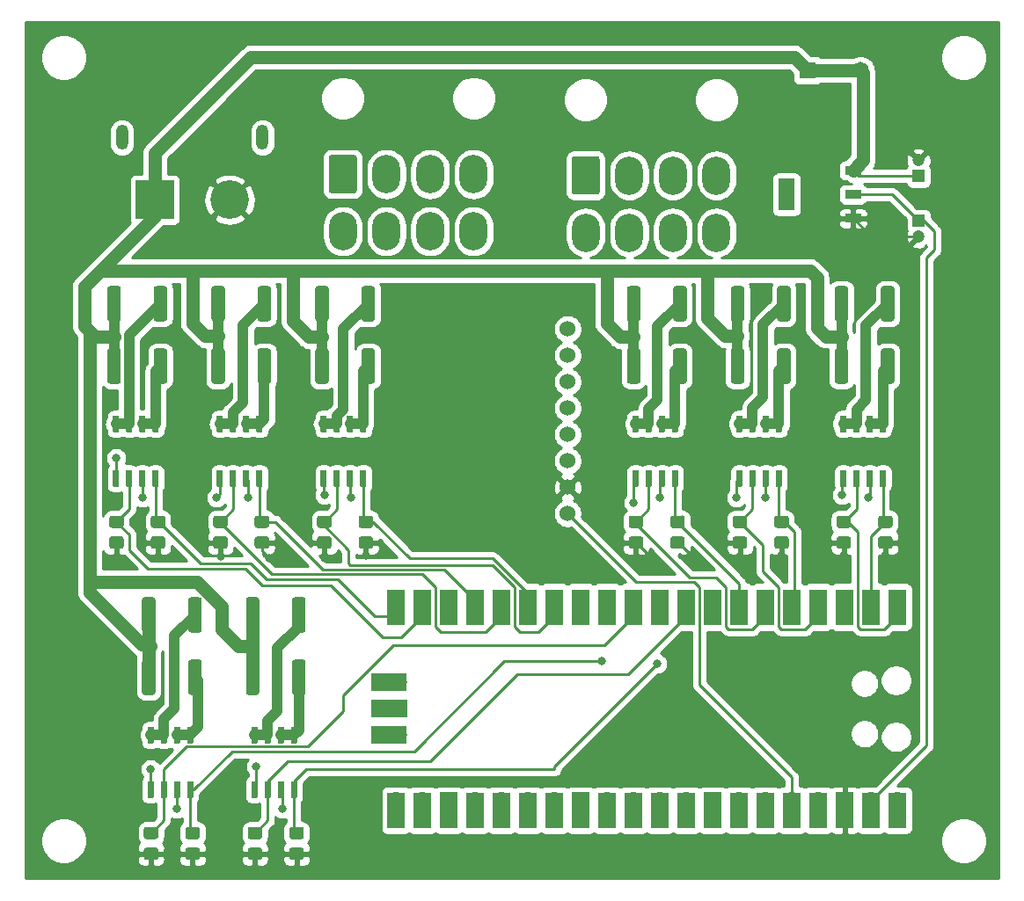
<source format=gbr>
%TF.GenerationSoftware,KiCad,Pcbnew,(5.1.10-1-10_14)*%
%TF.CreationDate,2021-10-18T16:54:11-04:00*%
%TF.ProjectId,ISAAC,49534141-432e-46b6-9963-61645f706362,rev?*%
%TF.SameCoordinates,Original*%
%TF.FileFunction,Copper,L1,Top*%
%TF.FilePolarity,Positive*%
%FSLAX46Y46*%
G04 Gerber Fmt 4.6, Leading zero omitted, Abs format (unit mm)*
G04 Created by KiCad (PCBNEW (5.1.10-1-10_14)) date 2021-10-18 16:54:11*
%MOMM*%
%LPD*%
G01*
G04 APERTURE LIST*
%TA.AperFunction,ComponentPad*%
%ADD10C,1.200000*%
%TD*%
%TA.AperFunction,ComponentPad*%
%ADD11R,1.200000X1.200000*%
%TD*%
%TA.AperFunction,ComponentPad*%
%ADD12O,1.700000X1.700000*%
%TD*%
%TA.AperFunction,SMDPad,CuDef*%
%ADD13R,3.500000X1.700000*%
%TD*%
%TA.AperFunction,ComponentPad*%
%ADD14R,1.700000X1.700000*%
%TD*%
%TA.AperFunction,SMDPad,CuDef*%
%ADD15R,1.700000X3.500000*%
%TD*%
%TA.AperFunction,SMDPad,CuDef*%
%ADD16R,1.600200X3.098800*%
%TD*%
%TA.AperFunction,SMDPad,CuDef*%
%ADD17R,1.600200X0.838200*%
%TD*%
%TA.AperFunction,ComponentPad*%
%ADD18C,1.524000*%
%TD*%
%TA.AperFunction,ComponentPad*%
%ADD19O,1.200000X2.400000*%
%TD*%
%TA.AperFunction,ComponentPad*%
%ADD20C,3.716000*%
%TD*%
%TA.AperFunction,ComponentPad*%
%ADD21R,3.716000X3.716000*%
%TD*%
%TA.AperFunction,ComponentPad*%
%ADD22C,1.650000*%
%TD*%
%TA.AperFunction,ComponentPad*%
%ADD23R,1.650000X1.650000*%
%TD*%
%TA.AperFunction,ComponentPad*%
%ADD24O,2.700000X3.700000*%
%TD*%
%TA.AperFunction,ViaPad*%
%ADD25C,0.800000*%
%TD*%
%TA.AperFunction,Conductor*%
%ADD26C,1.000000*%
%TD*%
%TA.AperFunction,Conductor*%
%ADD27C,0.250000*%
%TD*%
%TA.AperFunction,Conductor*%
%ADD28C,1.250000*%
%TD*%
%TA.AperFunction,Conductor*%
%ADD29C,0.254000*%
%TD*%
%TA.AperFunction,Conductor*%
%ADD30C,0.100000*%
%TD*%
G04 APERTURE END LIST*
D10*
%TO.P,C2,2*%
%TO.N,GND*%
X155194000Y-58190000D03*
D11*
%TO.P,C2,1*%
%TO.N,VCC*%
X155194000Y-59690000D03*
%TD*%
D10*
%TO.P,C1,2*%
%TO.N,GND*%
X155194000Y-65508000D03*
D11*
%TO.P,C1,1*%
%TO.N,+3.3VA*%
X155194000Y-64008000D03*
%TD*%
D12*
%TO.P,e1,43*%
%TO.N,Net-(e1-Pad43)*%
X105132000Y-113538000D03*
D13*
X104232000Y-113538000D03*
D14*
%TO.P,e1,42*%
%TO.N,Net-(e1-Pad42)*%
X105132000Y-110998000D03*
D13*
X104232000Y-110998000D03*
D12*
%TO.P,e1,41*%
%TO.N,Net-(e1-Pad41)*%
X105132000Y-108458000D03*
D13*
X104232000Y-108458000D03*
D15*
%TO.P,e1,21*%
%TO.N,MPU_SDA*%
X104902000Y-120788000D03*
%TO.P,e1,22*%
%TO.N,MPU_SCL*%
X107442000Y-120788000D03*
%TO.P,e1,23*%
%TO.N,Net-(e1-Pad23)*%
X109982000Y-120788000D03*
%TO.P,e1,24*%
%TO.N,Net-(e1-Pad24)*%
X112522000Y-120788000D03*
%TO.P,e1,25*%
%TO.N,Net-(e1-Pad25)*%
X115062000Y-120788000D03*
%TO.P,e1,26*%
%TO.N,Net-(e1-Pad26)*%
X117602000Y-120788000D03*
%TO.P,e1,27*%
%TO.N,Net-(e1-Pad27)*%
X120142000Y-120788000D03*
%TO.P,e1,28*%
%TO.N,Net-(e1-Pad28)*%
X122682000Y-120788000D03*
%TO.P,e1,29*%
%TO.N,Net-(e1-Pad29)*%
X125222000Y-120788000D03*
%TO.P,e1,30*%
%TO.N,Net-(e1-Pad30)*%
X127762000Y-120788000D03*
%TO.P,e1,31*%
%TO.N,Net-(e1-Pad31)*%
X130302000Y-120788000D03*
%TO.P,e1,32*%
%TO.N,Net-(e1-Pad32)*%
X132842000Y-120788000D03*
%TO.P,e1,33*%
%TO.N,Net-(e1-Pad33)*%
X135382000Y-120788000D03*
%TO.P,e1,34*%
%TO.N,Net-(e1-Pad34)*%
X137922000Y-120788000D03*
%TO.P,e1,35*%
%TO.N,Net-(e1-Pad35)*%
X140462000Y-120788000D03*
%TO.P,e1,36*%
%TO.N,+3V3*%
X143002000Y-120788000D03*
%TO.P,e1,37*%
%TO.N,Net-(e1-Pad37)*%
X145542000Y-120788000D03*
%TO.P,e1,38*%
%TO.N,GND*%
X148082000Y-120788000D03*
%TO.P,e1,39*%
%TO.N,+3.3VA*%
X150622000Y-120788000D03*
%TO.P,e1,40*%
%TO.N,Net-(e1-Pad40)*%
X153162000Y-120788000D03*
%TO.P,e1,20*%
%TO.N,GATE16*%
X104902000Y-101208000D03*
%TO.P,e1,19*%
%TO.N,GATE15*%
X107442000Y-101208000D03*
%TO.P,e1,18*%
%TO.N,Net-(e1-Pad18)*%
X109982000Y-101208000D03*
%TO.P,e1,17*%
%TO.N,GATE14*%
X112522000Y-101208000D03*
%TO.P,e1,16*%
%TO.N,GATE13*%
X115062000Y-101208000D03*
%TO.P,e1,15*%
%TO.N,GATE12*%
X117602000Y-101208000D03*
%TO.P,e1,14*%
%TO.N,GATE11*%
X120142000Y-101208000D03*
%TO.P,e1,13*%
%TO.N,Net-(e1-Pad13)*%
X122682000Y-101208000D03*
%TO.P,e1,12*%
%TO.N,GATE10*%
X125222000Y-101208000D03*
%TO.P,e1,11*%
%TO.N,GATE9*%
X127762000Y-101208000D03*
%TO.P,e1,10*%
%TO.N,GATE8*%
X130302000Y-101208000D03*
%TO.P,e1,9*%
%TO.N,GATE7*%
X132842000Y-101208000D03*
%TO.P,e1,8*%
%TO.N,Net-(e1-Pad8)*%
X135382000Y-101208000D03*
%TO.P,e1,7*%
%TO.N,GATE6*%
X137922000Y-101208000D03*
%TO.P,e1,6*%
%TO.N,GATE5*%
X140462000Y-101208000D03*
%TO.P,e1,5*%
%TO.N,GATE4*%
X143002000Y-101208000D03*
%TO.P,e1,4*%
%TO.N,GATE3*%
X145542000Y-101208000D03*
%TO.P,e1,3*%
%TO.N,Net-(e1-Pad3)*%
X148082000Y-101208000D03*
%TO.P,e1,2*%
%TO.N,GATE2*%
X150622000Y-101208000D03*
%TO.P,e1,1*%
%TO.N,GATE1*%
X153162000Y-101208000D03*
D12*
%TO.P,e1,40*%
%TO.N,Net-(e1-Pad40)*%
X153162000Y-119888000D03*
%TO.P,e1,39*%
%TO.N,+3.3VA*%
X150622000Y-119888000D03*
D14*
%TO.P,e1,38*%
%TO.N,GND*%
X148082000Y-119888000D03*
D12*
%TO.P,e1,37*%
%TO.N,Net-(e1-Pad37)*%
X145542000Y-119888000D03*
%TO.P,e1,36*%
%TO.N,+3V3*%
X143002000Y-119888000D03*
%TO.P,e1,35*%
%TO.N,Net-(e1-Pad35)*%
X140462000Y-119888000D03*
%TO.P,e1,34*%
%TO.N,Net-(e1-Pad34)*%
X137922000Y-119888000D03*
D14*
%TO.P,e1,33*%
%TO.N,Net-(e1-Pad33)*%
X135382000Y-119888000D03*
D12*
%TO.P,e1,32*%
%TO.N,Net-(e1-Pad32)*%
X132842000Y-119888000D03*
%TO.P,e1,31*%
%TO.N,Net-(e1-Pad31)*%
X130302000Y-119888000D03*
%TO.P,e1,30*%
%TO.N,Net-(e1-Pad30)*%
X127762000Y-119888000D03*
%TO.P,e1,29*%
%TO.N,Net-(e1-Pad29)*%
X125222000Y-119888000D03*
D14*
%TO.P,e1,28*%
%TO.N,Net-(e1-Pad28)*%
X122682000Y-119888000D03*
D12*
%TO.P,e1,27*%
%TO.N,Net-(e1-Pad27)*%
X120142000Y-119888000D03*
%TO.P,e1,26*%
%TO.N,Net-(e1-Pad26)*%
X117602000Y-119888000D03*
%TO.P,e1,25*%
%TO.N,Net-(e1-Pad25)*%
X115062000Y-119888000D03*
%TO.P,e1,24*%
%TO.N,Net-(e1-Pad24)*%
X112522000Y-119888000D03*
D14*
%TO.P,e1,23*%
%TO.N,Net-(e1-Pad23)*%
X109982000Y-119888000D03*
D12*
%TO.P,e1,22*%
%TO.N,MPU_SCL*%
X107442000Y-119888000D03*
%TO.P,e1,21*%
%TO.N,MPU_SDA*%
X104902000Y-119888000D03*
%TO.P,e1,20*%
%TO.N,GATE16*%
X104902000Y-102108000D03*
%TO.P,e1,19*%
%TO.N,GATE15*%
X107442000Y-102108000D03*
D14*
%TO.P,e1,18*%
%TO.N,Net-(e1-Pad18)*%
X109982000Y-102108000D03*
D12*
%TO.P,e1,17*%
%TO.N,GATE14*%
X112522000Y-102108000D03*
%TO.P,e1,16*%
%TO.N,GATE13*%
X115062000Y-102108000D03*
%TO.P,e1,15*%
%TO.N,GATE12*%
X117602000Y-102108000D03*
%TO.P,e1,14*%
%TO.N,GATE11*%
X120142000Y-102108000D03*
D14*
%TO.P,e1,13*%
%TO.N,Net-(e1-Pad13)*%
X122682000Y-102108000D03*
D12*
%TO.P,e1,12*%
%TO.N,GATE10*%
X125222000Y-102108000D03*
%TO.P,e1,11*%
%TO.N,GATE9*%
X127762000Y-102108000D03*
%TO.P,e1,10*%
%TO.N,GATE8*%
X130302000Y-102108000D03*
%TO.P,e1,9*%
%TO.N,GATE7*%
X132842000Y-102108000D03*
D14*
%TO.P,e1,8*%
%TO.N,Net-(e1-Pad8)*%
X135382000Y-102108000D03*
D12*
%TO.P,e1,7*%
%TO.N,GATE6*%
X137922000Y-102108000D03*
%TO.P,e1,6*%
%TO.N,GATE5*%
X140462000Y-102108000D03*
%TO.P,e1,5*%
%TO.N,GATE4*%
X143002000Y-102108000D03*
%TO.P,e1,4*%
%TO.N,GATE3*%
X145542000Y-102108000D03*
D14*
%TO.P,e1,3*%
%TO.N,Net-(e1-Pad3)*%
X148082000Y-102108000D03*
D12*
%TO.P,e1,2*%
%TO.N,GATE2*%
X150622000Y-102108000D03*
%TO.P,e1,1*%
%TO.N,GATE1*%
X153162000Y-102108000D03*
%TD*%
D16*
%TO.P,U11,4*%
%TO.N,N/C*%
X142494000Y-61468000D03*
D17*
%TO.P,U11,3*%
%TO.N,VCC*%
X148894800Y-59156600D03*
%TO.P,U11,2*%
%TO.N,+3.3VA*%
X148894800Y-61468000D03*
%TO.P,U11,1*%
%TO.N,GND*%
X148894800Y-63779400D03*
%TD*%
%TO.P,U10,8*%
%TO.N,GATE16*%
%TA.AperFunction,SMDPad,CuDef*%
G36*
G01*
X81499700Y-88031000D02*
X82007100Y-88031000D01*
G75*
G02*
X82048400Y-88072300I0J-41300D01*
G01*
X82048400Y-89569700D01*
G75*
G02*
X82007100Y-89611000I-41300J0D01*
G01*
X81499700Y-89611000D01*
G75*
G02*
X81458400Y-89569700I0J41300D01*
G01*
X81458400Y-88072300D01*
G75*
G02*
X81499700Y-88031000I41300J0D01*
G01*
G37*
%TD.AperFunction*%
%TO.P,U10,7*%
%TO.N,SOL16*%
%TA.AperFunction,SMDPad,CuDef*%
G36*
G01*
X80229700Y-88031000D02*
X80737100Y-88031000D01*
G75*
G02*
X80778400Y-88072300I0J-41300D01*
G01*
X80778400Y-89569700D01*
G75*
G02*
X80737100Y-89611000I-41300J0D01*
G01*
X80229700Y-89611000D01*
G75*
G02*
X80188400Y-89569700I0J41300D01*
G01*
X80188400Y-88072300D01*
G75*
G02*
X80229700Y-88031000I41300J0D01*
G01*
G37*
%TD.AperFunction*%
%TO.P,U10,6*%
%TO.N,GATE15*%
%TA.AperFunction,SMDPad,CuDef*%
G36*
G01*
X78959700Y-88031000D02*
X79467100Y-88031000D01*
G75*
G02*
X79508400Y-88072300I0J-41300D01*
G01*
X79508400Y-89569700D01*
G75*
G02*
X79467100Y-89611000I-41300J0D01*
G01*
X78959700Y-89611000D01*
G75*
G02*
X78918400Y-89569700I0J41300D01*
G01*
X78918400Y-88072300D01*
G75*
G02*
X78959700Y-88031000I41300J0D01*
G01*
G37*
%TD.AperFunction*%
%TO.P,U10,5*%
%TO.N,SOL15*%
%TA.AperFunction,SMDPad,CuDef*%
G36*
G01*
X77689700Y-88031000D02*
X78197100Y-88031000D01*
G75*
G02*
X78238400Y-88072300I0J-41300D01*
G01*
X78238400Y-89569700D01*
G75*
G02*
X78197100Y-89611000I-41300J0D01*
G01*
X77689700Y-89611000D01*
G75*
G02*
X77648400Y-89569700I0J41300D01*
G01*
X77648400Y-88072300D01*
G75*
G02*
X77689700Y-88031000I41300J0D01*
G01*
G37*
%TD.AperFunction*%
%TO.P,U10,4*%
%TO.N,Net-(D16-Pad1)*%
%TA.AperFunction,SMDPad,CuDef*%
G36*
G01*
X77689700Y-82781000D02*
X78197100Y-82781000D01*
G75*
G02*
X78238400Y-82822300I0J-41300D01*
G01*
X78238400Y-84319700D01*
G75*
G02*
X78197100Y-84361000I-41300J0D01*
G01*
X77689700Y-84361000D01*
G75*
G02*
X77648400Y-84319700I0J41300D01*
G01*
X77648400Y-82822300D01*
G75*
G02*
X77689700Y-82781000I41300J0D01*
G01*
G37*
%TD.AperFunction*%
%TO.P,U10,3*%
%TA.AperFunction,SMDPad,CuDef*%
G36*
G01*
X78959700Y-82781000D02*
X79467100Y-82781000D01*
G75*
G02*
X79508400Y-82822300I0J-41300D01*
G01*
X79508400Y-84319700D01*
G75*
G02*
X79467100Y-84361000I-41300J0D01*
G01*
X78959700Y-84361000D01*
G75*
G02*
X78918400Y-84319700I0J41300D01*
G01*
X78918400Y-82822300D01*
G75*
G02*
X78959700Y-82781000I41300J0D01*
G01*
G37*
%TD.AperFunction*%
%TO.P,U10,2*%
%TO.N,Net-(D15-Pad1)*%
%TA.AperFunction,SMDPad,CuDef*%
G36*
G01*
X80229700Y-82781000D02*
X80737100Y-82781000D01*
G75*
G02*
X80778400Y-82822300I0J-41300D01*
G01*
X80778400Y-84319700D01*
G75*
G02*
X80737100Y-84361000I-41300J0D01*
G01*
X80229700Y-84361000D01*
G75*
G02*
X80188400Y-84319700I0J41300D01*
G01*
X80188400Y-82822300D01*
G75*
G02*
X80229700Y-82781000I41300J0D01*
G01*
G37*
%TD.AperFunction*%
%TO.P,U10,1*%
%TA.AperFunction,SMDPad,CuDef*%
G36*
G01*
X81499700Y-82781000D02*
X82007100Y-82781000D01*
G75*
G02*
X82048400Y-82822300I0J-41300D01*
G01*
X82048400Y-84319700D01*
G75*
G02*
X82007100Y-84361000I-41300J0D01*
G01*
X81499700Y-84361000D01*
G75*
G02*
X81458400Y-84319700I0J41300D01*
G01*
X81458400Y-82822300D01*
G75*
G02*
X81499700Y-82781000I41300J0D01*
G01*
G37*
%TD.AperFunction*%
%TD*%
%TO.P,U9,8*%
%TO.N,GATE14*%
%TA.AperFunction,SMDPad,CuDef*%
G36*
G01*
X91499700Y-88031000D02*
X92007100Y-88031000D01*
G75*
G02*
X92048400Y-88072300I0J-41300D01*
G01*
X92048400Y-89569700D01*
G75*
G02*
X92007100Y-89611000I-41300J0D01*
G01*
X91499700Y-89611000D01*
G75*
G02*
X91458400Y-89569700I0J41300D01*
G01*
X91458400Y-88072300D01*
G75*
G02*
X91499700Y-88031000I41300J0D01*
G01*
G37*
%TD.AperFunction*%
%TO.P,U9,7*%
%TO.N,SOL14*%
%TA.AperFunction,SMDPad,CuDef*%
G36*
G01*
X90229700Y-88031000D02*
X90737100Y-88031000D01*
G75*
G02*
X90778400Y-88072300I0J-41300D01*
G01*
X90778400Y-89569700D01*
G75*
G02*
X90737100Y-89611000I-41300J0D01*
G01*
X90229700Y-89611000D01*
G75*
G02*
X90188400Y-89569700I0J41300D01*
G01*
X90188400Y-88072300D01*
G75*
G02*
X90229700Y-88031000I41300J0D01*
G01*
G37*
%TD.AperFunction*%
%TO.P,U9,6*%
%TO.N,GATE13*%
%TA.AperFunction,SMDPad,CuDef*%
G36*
G01*
X88959700Y-88031000D02*
X89467100Y-88031000D01*
G75*
G02*
X89508400Y-88072300I0J-41300D01*
G01*
X89508400Y-89569700D01*
G75*
G02*
X89467100Y-89611000I-41300J0D01*
G01*
X88959700Y-89611000D01*
G75*
G02*
X88918400Y-89569700I0J41300D01*
G01*
X88918400Y-88072300D01*
G75*
G02*
X88959700Y-88031000I41300J0D01*
G01*
G37*
%TD.AperFunction*%
%TO.P,U9,5*%
%TO.N,SOL13*%
%TA.AperFunction,SMDPad,CuDef*%
G36*
G01*
X87689700Y-88031000D02*
X88197100Y-88031000D01*
G75*
G02*
X88238400Y-88072300I0J-41300D01*
G01*
X88238400Y-89569700D01*
G75*
G02*
X88197100Y-89611000I-41300J0D01*
G01*
X87689700Y-89611000D01*
G75*
G02*
X87648400Y-89569700I0J41300D01*
G01*
X87648400Y-88072300D01*
G75*
G02*
X87689700Y-88031000I41300J0D01*
G01*
G37*
%TD.AperFunction*%
%TO.P,U9,4*%
%TO.N,Net-(D14-Pad1)*%
%TA.AperFunction,SMDPad,CuDef*%
G36*
G01*
X87689700Y-82781000D02*
X88197100Y-82781000D01*
G75*
G02*
X88238400Y-82822300I0J-41300D01*
G01*
X88238400Y-84319700D01*
G75*
G02*
X88197100Y-84361000I-41300J0D01*
G01*
X87689700Y-84361000D01*
G75*
G02*
X87648400Y-84319700I0J41300D01*
G01*
X87648400Y-82822300D01*
G75*
G02*
X87689700Y-82781000I41300J0D01*
G01*
G37*
%TD.AperFunction*%
%TO.P,U9,3*%
%TA.AperFunction,SMDPad,CuDef*%
G36*
G01*
X88959700Y-82781000D02*
X89467100Y-82781000D01*
G75*
G02*
X89508400Y-82822300I0J-41300D01*
G01*
X89508400Y-84319700D01*
G75*
G02*
X89467100Y-84361000I-41300J0D01*
G01*
X88959700Y-84361000D01*
G75*
G02*
X88918400Y-84319700I0J41300D01*
G01*
X88918400Y-82822300D01*
G75*
G02*
X88959700Y-82781000I41300J0D01*
G01*
G37*
%TD.AperFunction*%
%TO.P,U9,2*%
%TO.N,Net-(D13-Pad1)*%
%TA.AperFunction,SMDPad,CuDef*%
G36*
G01*
X90229700Y-82781000D02*
X90737100Y-82781000D01*
G75*
G02*
X90778400Y-82822300I0J-41300D01*
G01*
X90778400Y-84319700D01*
G75*
G02*
X90737100Y-84361000I-41300J0D01*
G01*
X90229700Y-84361000D01*
G75*
G02*
X90188400Y-84319700I0J41300D01*
G01*
X90188400Y-82822300D01*
G75*
G02*
X90229700Y-82781000I41300J0D01*
G01*
G37*
%TD.AperFunction*%
%TO.P,U9,1*%
%TA.AperFunction,SMDPad,CuDef*%
G36*
G01*
X91499700Y-82781000D02*
X92007100Y-82781000D01*
G75*
G02*
X92048400Y-82822300I0J-41300D01*
G01*
X92048400Y-84319700D01*
G75*
G02*
X92007100Y-84361000I-41300J0D01*
G01*
X91499700Y-84361000D01*
G75*
G02*
X91458400Y-84319700I0J41300D01*
G01*
X91458400Y-82822300D01*
G75*
G02*
X91499700Y-82781000I41300J0D01*
G01*
G37*
%TD.AperFunction*%
%TD*%
%TO.P,U8,8*%
%TO.N,GATE12*%
%TA.AperFunction,SMDPad,CuDef*%
G36*
G01*
X101499700Y-88031000D02*
X102007100Y-88031000D01*
G75*
G02*
X102048400Y-88072300I0J-41300D01*
G01*
X102048400Y-89569700D01*
G75*
G02*
X102007100Y-89611000I-41300J0D01*
G01*
X101499700Y-89611000D01*
G75*
G02*
X101458400Y-89569700I0J41300D01*
G01*
X101458400Y-88072300D01*
G75*
G02*
X101499700Y-88031000I41300J0D01*
G01*
G37*
%TD.AperFunction*%
%TO.P,U8,7*%
%TO.N,SOL12*%
%TA.AperFunction,SMDPad,CuDef*%
G36*
G01*
X100229700Y-88031000D02*
X100737100Y-88031000D01*
G75*
G02*
X100778400Y-88072300I0J-41300D01*
G01*
X100778400Y-89569700D01*
G75*
G02*
X100737100Y-89611000I-41300J0D01*
G01*
X100229700Y-89611000D01*
G75*
G02*
X100188400Y-89569700I0J41300D01*
G01*
X100188400Y-88072300D01*
G75*
G02*
X100229700Y-88031000I41300J0D01*
G01*
G37*
%TD.AperFunction*%
%TO.P,U8,6*%
%TO.N,GATE11*%
%TA.AperFunction,SMDPad,CuDef*%
G36*
G01*
X98959700Y-88031000D02*
X99467100Y-88031000D01*
G75*
G02*
X99508400Y-88072300I0J-41300D01*
G01*
X99508400Y-89569700D01*
G75*
G02*
X99467100Y-89611000I-41300J0D01*
G01*
X98959700Y-89611000D01*
G75*
G02*
X98918400Y-89569700I0J41300D01*
G01*
X98918400Y-88072300D01*
G75*
G02*
X98959700Y-88031000I41300J0D01*
G01*
G37*
%TD.AperFunction*%
%TO.P,U8,5*%
%TO.N,SOL11*%
%TA.AperFunction,SMDPad,CuDef*%
G36*
G01*
X97689700Y-88031000D02*
X98197100Y-88031000D01*
G75*
G02*
X98238400Y-88072300I0J-41300D01*
G01*
X98238400Y-89569700D01*
G75*
G02*
X98197100Y-89611000I-41300J0D01*
G01*
X97689700Y-89611000D01*
G75*
G02*
X97648400Y-89569700I0J41300D01*
G01*
X97648400Y-88072300D01*
G75*
G02*
X97689700Y-88031000I41300J0D01*
G01*
G37*
%TD.AperFunction*%
%TO.P,U8,4*%
%TO.N,Net-(D12-Pad1)*%
%TA.AperFunction,SMDPad,CuDef*%
G36*
G01*
X97689700Y-82781000D02*
X98197100Y-82781000D01*
G75*
G02*
X98238400Y-82822300I0J-41300D01*
G01*
X98238400Y-84319700D01*
G75*
G02*
X98197100Y-84361000I-41300J0D01*
G01*
X97689700Y-84361000D01*
G75*
G02*
X97648400Y-84319700I0J41300D01*
G01*
X97648400Y-82822300D01*
G75*
G02*
X97689700Y-82781000I41300J0D01*
G01*
G37*
%TD.AperFunction*%
%TO.P,U8,3*%
%TA.AperFunction,SMDPad,CuDef*%
G36*
G01*
X98959700Y-82781000D02*
X99467100Y-82781000D01*
G75*
G02*
X99508400Y-82822300I0J-41300D01*
G01*
X99508400Y-84319700D01*
G75*
G02*
X99467100Y-84361000I-41300J0D01*
G01*
X98959700Y-84361000D01*
G75*
G02*
X98918400Y-84319700I0J41300D01*
G01*
X98918400Y-82822300D01*
G75*
G02*
X98959700Y-82781000I41300J0D01*
G01*
G37*
%TD.AperFunction*%
%TO.P,U8,2*%
%TO.N,Net-(D11-Pad1)*%
%TA.AperFunction,SMDPad,CuDef*%
G36*
G01*
X100229700Y-82781000D02*
X100737100Y-82781000D01*
G75*
G02*
X100778400Y-82822300I0J-41300D01*
G01*
X100778400Y-84319700D01*
G75*
G02*
X100737100Y-84361000I-41300J0D01*
G01*
X100229700Y-84361000D01*
G75*
G02*
X100188400Y-84319700I0J41300D01*
G01*
X100188400Y-82822300D01*
G75*
G02*
X100229700Y-82781000I41300J0D01*
G01*
G37*
%TD.AperFunction*%
%TO.P,U8,1*%
%TA.AperFunction,SMDPad,CuDef*%
G36*
G01*
X101499700Y-82781000D02*
X102007100Y-82781000D01*
G75*
G02*
X102048400Y-82822300I0J-41300D01*
G01*
X102048400Y-84319700D01*
G75*
G02*
X102007100Y-84361000I-41300J0D01*
G01*
X101499700Y-84361000D01*
G75*
G02*
X101458400Y-84319700I0J41300D01*
G01*
X101458400Y-82822300D01*
G75*
G02*
X101499700Y-82781000I41300J0D01*
G01*
G37*
%TD.AperFunction*%
%TD*%
%TO.P,U7,8*%
%TO.N,GATE10*%
%TA.AperFunction,SMDPad,CuDef*%
G36*
G01*
X84829700Y-118003000D02*
X85337100Y-118003000D01*
G75*
G02*
X85378400Y-118044300I0J-41300D01*
G01*
X85378400Y-119541700D01*
G75*
G02*
X85337100Y-119583000I-41300J0D01*
G01*
X84829700Y-119583000D01*
G75*
G02*
X84788400Y-119541700I0J41300D01*
G01*
X84788400Y-118044300D01*
G75*
G02*
X84829700Y-118003000I41300J0D01*
G01*
G37*
%TD.AperFunction*%
%TO.P,U7,7*%
%TO.N,SOL10*%
%TA.AperFunction,SMDPad,CuDef*%
G36*
G01*
X83559700Y-118003000D02*
X84067100Y-118003000D01*
G75*
G02*
X84108400Y-118044300I0J-41300D01*
G01*
X84108400Y-119541700D01*
G75*
G02*
X84067100Y-119583000I-41300J0D01*
G01*
X83559700Y-119583000D01*
G75*
G02*
X83518400Y-119541700I0J41300D01*
G01*
X83518400Y-118044300D01*
G75*
G02*
X83559700Y-118003000I41300J0D01*
G01*
G37*
%TD.AperFunction*%
%TO.P,U7,6*%
%TO.N,GATE9*%
%TA.AperFunction,SMDPad,CuDef*%
G36*
G01*
X82289700Y-118003000D02*
X82797100Y-118003000D01*
G75*
G02*
X82838400Y-118044300I0J-41300D01*
G01*
X82838400Y-119541700D01*
G75*
G02*
X82797100Y-119583000I-41300J0D01*
G01*
X82289700Y-119583000D01*
G75*
G02*
X82248400Y-119541700I0J41300D01*
G01*
X82248400Y-118044300D01*
G75*
G02*
X82289700Y-118003000I41300J0D01*
G01*
G37*
%TD.AperFunction*%
%TO.P,U7,5*%
%TO.N,SOL9*%
%TA.AperFunction,SMDPad,CuDef*%
G36*
G01*
X81019700Y-118003000D02*
X81527100Y-118003000D01*
G75*
G02*
X81568400Y-118044300I0J-41300D01*
G01*
X81568400Y-119541700D01*
G75*
G02*
X81527100Y-119583000I-41300J0D01*
G01*
X81019700Y-119583000D01*
G75*
G02*
X80978400Y-119541700I0J41300D01*
G01*
X80978400Y-118044300D01*
G75*
G02*
X81019700Y-118003000I41300J0D01*
G01*
G37*
%TD.AperFunction*%
%TO.P,U7,4*%
%TO.N,Net-(D10-Pad1)*%
%TA.AperFunction,SMDPad,CuDef*%
G36*
G01*
X81019700Y-112753000D02*
X81527100Y-112753000D01*
G75*
G02*
X81568400Y-112794300I0J-41300D01*
G01*
X81568400Y-114291700D01*
G75*
G02*
X81527100Y-114333000I-41300J0D01*
G01*
X81019700Y-114333000D01*
G75*
G02*
X80978400Y-114291700I0J41300D01*
G01*
X80978400Y-112794300D01*
G75*
G02*
X81019700Y-112753000I41300J0D01*
G01*
G37*
%TD.AperFunction*%
%TO.P,U7,3*%
%TA.AperFunction,SMDPad,CuDef*%
G36*
G01*
X82289700Y-112753000D02*
X82797100Y-112753000D01*
G75*
G02*
X82838400Y-112794300I0J-41300D01*
G01*
X82838400Y-114291700D01*
G75*
G02*
X82797100Y-114333000I-41300J0D01*
G01*
X82289700Y-114333000D01*
G75*
G02*
X82248400Y-114291700I0J41300D01*
G01*
X82248400Y-112794300D01*
G75*
G02*
X82289700Y-112753000I41300J0D01*
G01*
G37*
%TD.AperFunction*%
%TO.P,U7,2*%
%TO.N,Net-(D9-Pad1)*%
%TA.AperFunction,SMDPad,CuDef*%
G36*
G01*
X83559700Y-112753000D02*
X84067100Y-112753000D01*
G75*
G02*
X84108400Y-112794300I0J-41300D01*
G01*
X84108400Y-114291700D01*
G75*
G02*
X84067100Y-114333000I-41300J0D01*
G01*
X83559700Y-114333000D01*
G75*
G02*
X83518400Y-114291700I0J41300D01*
G01*
X83518400Y-112794300D01*
G75*
G02*
X83559700Y-112753000I41300J0D01*
G01*
G37*
%TD.AperFunction*%
%TO.P,U7,1*%
%TA.AperFunction,SMDPad,CuDef*%
G36*
G01*
X84829700Y-112753000D02*
X85337100Y-112753000D01*
G75*
G02*
X85378400Y-112794300I0J-41300D01*
G01*
X85378400Y-114291700D01*
G75*
G02*
X85337100Y-114333000I-41300J0D01*
G01*
X84829700Y-114333000D01*
G75*
G02*
X84788400Y-114291700I0J41300D01*
G01*
X84788400Y-112794300D01*
G75*
G02*
X84829700Y-112753000I41300J0D01*
G01*
G37*
%TD.AperFunction*%
%TD*%
D18*
%TO.P,U6,8*%
%TO.N,Net-(U6-Pad8)*%
X121412000Y-74422000D03*
%TO.P,U6,7*%
%TO.N,Net-(U6-Pad7)*%
X121412000Y-76962000D03*
%TO.P,U6,6*%
%TO.N,Net-(U6-Pad6)*%
X121412000Y-79502000D03*
%TO.P,U6,5*%
%TO.N,Net-(U6-Pad5)*%
X121412000Y-82042000D03*
%TO.P,U6,4*%
%TO.N,MPU_SDA*%
X121412000Y-84582000D03*
%TO.P,U6,3*%
%TO.N,MPU_SCL*%
X121412000Y-87122000D03*
%TO.P,U6,2*%
%TO.N,GND*%
X121412000Y-89662000D03*
%TO.P,U6,1*%
%TO.N,+3V3*%
X121412000Y-92202000D03*
%TD*%
%TO.P,U5,8*%
%TO.N,GATE8*%
%TA.AperFunction,SMDPad,CuDef*%
G36*
G01*
X94829700Y-118003000D02*
X95337100Y-118003000D01*
G75*
G02*
X95378400Y-118044300I0J-41300D01*
G01*
X95378400Y-119541700D01*
G75*
G02*
X95337100Y-119583000I-41300J0D01*
G01*
X94829700Y-119583000D01*
G75*
G02*
X94788400Y-119541700I0J41300D01*
G01*
X94788400Y-118044300D01*
G75*
G02*
X94829700Y-118003000I41300J0D01*
G01*
G37*
%TD.AperFunction*%
%TO.P,U5,7*%
%TO.N,SOL8*%
%TA.AperFunction,SMDPad,CuDef*%
G36*
G01*
X93559700Y-118003000D02*
X94067100Y-118003000D01*
G75*
G02*
X94108400Y-118044300I0J-41300D01*
G01*
X94108400Y-119541700D01*
G75*
G02*
X94067100Y-119583000I-41300J0D01*
G01*
X93559700Y-119583000D01*
G75*
G02*
X93518400Y-119541700I0J41300D01*
G01*
X93518400Y-118044300D01*
G75*
G02*
X93559700Y-118003000I41300J0D01*
G01*
G37*
%TD.AperFunction*%
%TO.P,U5,6*%
%TO.N,GATE7*%
%TA.AperFunction,SMDPad,CuDef*%
G36*
G01*
X92289700Y-118003000D02*
X92797100Y-118003000D01*
G75*
G02*
X92838400Y-118044300I0J-41300D01*
G01*
X92838400Y-119541700D01*
G75*
G02*
X92797100Y-119583000I-41300J0D01*
G01*
X92289700Y-119583000D01*
G75*
G02*
X92248400Y-119541700I0J41300D01*
G01*
X92248400Y-118044300D01*
G75*
G02*
X92289700Y-118003000I41300J0D01*
G01*
G37*
%TD.AperFunction*%
%TO.P,U5,5*%
%TO.N,SOL7*%
%TA.AperFunction,SMDPad,CuDef*%
G36*
G01*
X91019700Y-118003000D02*
X91527100Y-118003000D01*
G75*
G02*
X91568400Y-118044300I0J-41300D01*
G01*
X91568400Y-119541700D01*
G75*
G02*
X91527100Y-119583000I-41300J0D01*
G01*
X91019700Y-119583000D01*
G75*
G02*
X90978400Y-119541700I0J41300D01*
G01*
X90978400Y-118044300D01*
G75*
G02*
X91019700Y-118003000I41300J0D01*
G01*
G37*
%TD.AperFunction*%
%TO.P,U5,4*%
%TO.N,Net-(D8-Pad1)*%
%TA.AperFunction,SMDPad,CuDef*%
G36*
G01*
X91019700Y-112753000D02*
X91527100Y-112753000D01*
G75*
G02*
X91568400Y-112794300I0J-41300D01*
G01*
X91568400Y-114291700D01*
G75*
G02*
X91527100Y-114333000I-41300J0D01*
G01*
X91019700Y-114333000D01*
G75*
G02*
X90978400Y-114291700I0J41300D01*
G01*
X90978400Y-112794300D01*
G75*
G02*
X91019700Y-112753000I41300J0D01*
G01*
G37*
%TD.AperFunction*%
%TO.P,U5,3*%
%TA.AperFunction,SMDPad,CuDef*%
G36*
G01*
X92289700Y-112753000D02*
X92797100Y-112753000D01*
G75*
G02*
X92838400Y-112794300I0J-41300D01*
G01*
X92838400Y-114291700D01*
G75*
G02*
X92797100Y-114333000I-41300J0D01*
G01*
X92289700Y-114333000D01*
G75*
G02*
X92248400Y-114291700I0J41300D01*
G01*
X92248400Y-112794300D01*
G75*
G02*
X92289700Y-112753000I41300J0D01*
G01*
G37*
%TD.AperFunction*%
%TO.P,U5,2*%
%TO.N,Net-(D7-Pad1)*%
%TA.AperFunction,SMDPad,CuDef*%
G36*
G01*
X93559700Y-112753000D02*
X94067100Y-112753000D01*
G75*
G02*
X94108400Y-112794300I0J-41300D01*
G01*
X94108400Y-114291700D01*
G75*
G02*
X94067100Y-114333000I-41300J0D01*
G01*
X93559700Y-114333000D01*
G75*
G02*
X93518400Y-114291700I0J41300D01*
G01*
X93518400Y-112794300D01*
G75*
G02*
X93559700Y-112753000I41300J0D01*
G01*
G37*
%TD.AperFunction*%
%TO.P,U5,1*%
%TA.AperFunction,SMDPad,CuDef*%
G36*
G01*
X94829700Y-112753000D02*
X95337100Y-112753000D01*
G75*
G02*
X95378400Y-112794300I0J-41300D01*
G01*
X95378400Y-114291700D01*
G75*
G02*
X95337100Y-114333000I-41300J0D01*
G01*
X94829700Y-114333000D01*
G75*
G02*
X94788400Y-114291700I0J41300D01*
G01*
X94788400Y-112794300D01*
G75*
G02*
X94829700Y-112753000I41300J0D01*
G01*
G37*
%TD.AperFunction*%
%TD*%
%TO.P,U4,8*%
%TO.N,GATE6*%
%TA.AperFunction,SMDPad,CuDef*%
G36*
G01*
X131499700Y-88031000D02*
X132007100Y-88031000D01*
G75*
G02*
X132048400Y-88072300I0J-41300D01*
G01*
X132048400Y-89569700D01*
G75*
G02*
X132007100Y-89611000I-41300J0D01*
G01*
X131499700Y-89611000D01*
G75*
G02*
X131458400Y-89569700I0J41300D01*
G01*
X131458400Y-88072300D01*
G75*
G02*
X131499700Y-88031000I41300J0D01*
G01*
G37*
%TD.AperFunction*%
%TO.P,U4,7*%
%TO.N,SOL6*%
%TA.AperFunction,SMDPad,CuDef*%
G36*
G01*
X130229700Y-88031000D02*
X130737100Y-88031000D01*
G75*
G02*
X130778400Y-88072300I0J-41300D01*
G01*
X130778400Y-89569700D01*
G75*
G02*
X130737100Y-89611000I-41300J0D01*
G01*
X130229700Y-89611000D01*
G75*
G02*
X130188400Y-89569700I0J41300D01*
G01*
X130188400Y-88072300D01*
G75*
G02*
X130229700Y-88031000I41300J0D01*
G01*
G37*
%TD.AperFunction*%
%TO.P,U4,6*%
%TO.N,GATE5*%
%TA.AperFunction,SMDPad,CuDef*%
G36*
G01*
X128959700Y-88031000D02*
X129467100Y-88031000D01*
G75*
G02*
X129508400Y-88072300I0J-41300D01*
G01*
X129508400Y-89569700D01*
G75*
G02*
X129467100Y-89611000I-41300J0D01*
G01*
X128959700Y-89611000D01*
G75*
G02*
X128918400Y-89569700I0J41300D01*
G01*
X128918400Y-88072300D01*
G75*
G02*
X128959700Y-88031000I41300J0D01*
G01*
G37*
%TD.AperFunction*%
%TO.P,U4,5*%
%TO.N,SOL5*%
%TA.AperFunction,SMDPad,CuDef*%
G36*
G01*
X127689700Y-88031000D02*
X128197100Y-88031000D01*
G75*
G02*
X128238400Y-88072300I0J-41300D01*
G01*
X128238400Y-89569700D01*
G75*
G02*
X128197100Y-89611000I-41300J0D01*
G01*
X127689700Y-89611000D01*
G75*
G02*
X127648400Y-89569700I0J41300D01*
G01*
X127648400Y-88072300D01*
G75*
G02*
X127689700Y-88031000I41300J0D01*
G01*
G37*
%TD.AperFunction*%
%TO.P,U4,4*%
%TO.N,Net-(D6-Pad1)*%
%TA.AperFunction,SMDPad,CuDef*%
G36*
G01*
X127689700Y-82781000D02*
X128197100Y-82781000D01*
G75*
G02*
X128238400Y-82822300I0J-41300D01*
G01*
X128238400Y-84319700D01*
G75*
G02*
X128197100Y-84361000I-41300J0D01*
G01*
X127689700Y-84361000D01*
G75*
G02*
X127648400Y-84319700I0J41300D01*
G01*
X127648400Y-82822300D01*
G75*
G02*
X127689700Y-82781000I41300J0D01*
G01*
G37*
%TD.AperFunction*%
%TO.P,U4,3*%
%TA.AperFunction,SMDPad,CuDef*%
G36*
G01*
X128959700Y-82781000D02*
X129467100Y-82781000D01*
G75*
G02*
X129508400Y-82822300I0J-41300D01*
G01*
X129508400Y-84319700D01*
G75*
G02*
X129467100Y-84361000I-41300J0D01*
G01*
X128959700Y-84361000D01*
G75*
G02*
X128918400Y-84319700I0J41300D01*
G01*
X128918400Y-82822300D01*
G75*
G02*
X128959700Y-82781000I41300J0D01*
G01*
G37*
%TD.AperFunction*%
%TO.P,U4,2*%
%TO.N,Net-(D5-Pad1)*%
%TA.AperFunction,SMDPad,CuDef*%
G36*
G01*
X130229700Y-82781000D02*
X130737100Y-82781000D01*
G75*
G02*
X130778400Y-82822300I0J-41300D01*
G01*
X130778400Y-84319700D01*
G75*
G02*
X130737100Y-84361000I-41300J0D01*
G01*
X130229700Y-84361000D01*
G75*
G02*
X130188400Y-84319700I0J41300D01*
G01*
X130188400Y-82822300D01*
G75*
G02*
X130229700Y-82781000I41300J0D01*
G01*
G37*
%TD.AperFunction*%
%TO.P,U4,1*%
%TA.AperFunction,SMDPad,CuDef*%
G36*
G01*
X131499700Y-82781000D02*
X132007100Y-82781000D01*
G75*
G02*
X132048400Y-82822300I0J-41300D01*
G01*
X132048400Y-84319700D01*
G75*
G02*
X132007100Y-84361000I-41300J0D01*
G01*
X131499700Y-84361000D01*
G75*
G02*
X131458400Y-84319700I0J41300D01*
G01*
X131458400Y-82822300D01*
G75*
G02*
X131499700Y-82781000I41300J0D01*
G01*
G37*
%TD.AperFunction*%
%TD*%
%TO.P,U3,8*%
%TO.N,GATE4*%
%TA.AperFunction,SMDPad,CuDef*%
G36*
G01*
X141499700Y-88031000D02*
X142007100Y-88031000D01*
G75*
G02*
X142048400Y-88072300I0J-41300D01*
G01*
X142048400Y-89569700D01*
G75*
G02*
X142007100Y-89611000I-41300J0D01*
G01*
X141499700Y-89611000D01*
G75*
G02*
X141458400Y-89569700I0J41300D01*
G01*
X141458400Y-88072300D01*
G75*
G02*
X141499700Y-88031000I41300J0D01*
G01*
G37*
%TD.AperFunction*%
%TO.P,U3,7*%
%TO.N,SOL4*%
%TA.AperFunction,SMDPad,CuDef*%
G36*
G01*
X140229700Y-88031000D02*
X140737100Y-88031000D01*
G75*
G02*
X140778400Y-88072300I0J-41300D01*
G01*
X140778400Y-89569700D01*
G75*
G02*
X140737100Y-89611000I-41300J0D01*
G01*
X140229700Y-89611000D01*
G75*
G02*
X140188400Y-89569700I0J41300D01*
G01*
X140188400Y-88072300D01*
G75*
G02*
X140229700Y-88031000I41300J0D01*
G01*
G37*
%TD.AperFunction*%
%TO.P,U3,6*%
%TO.N,GATE3*%
%TA.AperFunction,SMDPad,CuDef*%
G36*
G01*
X138959700Y-88031000D02*
X139467100Y-88031000D01*
G75*
G02*
X139508400Y-88072300I0J-41300D01*
G01*
X139508400Y-89569700D01*
G75*
G02*
X139467100Y-89611000I-41300J0D01*
G01*
X138959700Y-89611000D01*
G75*
G02*
X138918400Y-89569700I0J41300D01*
G01*
X138918400Y-88072300D01*
G75*
G02*
X138959700Y-88031000I41300J0D01*
G01*
G37*
%TD.AperFunction*%
%TO.P,U3,5*%
%TO.N,SOL3*%
%TA.AperFunction,SMDPad,CuDef*%
G36*
G01*
X137689700Y-88031000D02*
X138197100Y-88031000D01*
G75*
G02*
X138238400Y-88072300I0J-41300D01*
G01*
X138238400Y-89569700D01*
G75*
G02*
X138197100Y-89611000I-41300J0D01*
G01*
X137689700Y-89611000D01*
G75*
G02*
X137648400Y-89569700I0J41300D01*
G01*
X137648400Y-88072300D01*
G75*
G02*
X137689700Y-88031000I41300J0D01*
G01*
G37*
%TD.AperFunction*%
%TO.P,U3,4*%
%TO.N,Net-(D4-Pad1)*%
%TA.AperFunction,SMDPad,CuDef*%
G36*
G01*
X137689700Y-82781000D02*
X138197100Y-82781000D01*
G75*
G02*
X138238400Y-82822300I0J-41300D01*
G01*
X138238400Y-84319700D01*
G75*
G02*
X138197100Y-84361000I-41300J0D01*
G01*
X137689700Y-84361000D01*
G75*
G02*
X137648400Y-84319700I0J41300D01*
G01*
X137648400Y-82822300D01*
G75*
G02*
X137689700Y-82781000I41300J0D01*
G01*
G37*
%TD.AperFunction*%
%TO.P,U3,3*%
%TA.AperFunction,SMDPad,CuDef*%
G36*
G01*
X138959700Y-82781000D02*
X139467100Y-82781000D01*
G75*
G02*
X139508400Y-82822300I0J-41300D01*
G01*
X139508400Y-84319700D01*
G75*
G02*
X139467100Y-84361000I-41300J0D01*
G01*
X138959700Y-84361000D01*
G75*
G02*
X138918400Y-84319700I0J41300D01*
G01*
X138918400Y-82822300D01*
G75*
G02*
X138959700Y-82781000I41300J0D01*
G01*
G37*
%TD.AperFunction*%
%TO.P,U3,2*%
%TO.N,Net-(D3-Pad1)*%
%TA.AperFunction,SMDPad,CuDef*%
G36*
G01*
X140229700Y-82781000D02*
X140737100Y-82781000D01*
G75*
G02*
X140778400Y-82822300I0J-41300D01*
G01*
X140778400Y-84319700D01*
G75*
G02*
X140737100Y-84361000I-41300J0D01*
G01*
X140229700Y-84361000D01*
G75*
G02*
X140188400Y-84319700I0J41300D01*
G01*
X140188400Y-82822300D01*
G75*
G02*
X140229700Y-82781000I41300J0D01*
G01*
G37*
%TD.AperFunction*%
%TO.P,U3,1*%
%TA.AperFunction,SMDPad,CuDef*%
G36*
G01*
X141499700Y-82781000D02*
X142007100Y-82781000D01*
G75*
G02*
X142048400Y-82822300I0J-41300D01*
G01*
X142048400Y-84319700D01*
G75*
G02*
X142007100Y-84361000I-41300J0D01*
G01*
X141499700Y-84361000D01*
G75*
G02*
X141458400Y-84319700I0J41300D01*
G01*
X141458400Y-82822300D01*
G75*
G02*
X141499700Y-82781000I41300J0D01*
G01*
G37*
%TD.AperFunction*%
%TD*%
%TO.P,U2,8*%
%TO.N,GATE2*%
%TA.AperFunction,SMDPad,CuDef*%
G36*
G01*
X151499700Y-88031000D02*
X152007100Y-88031000D01*
G75*
G02*
X152048400Y-88072300I0J-41300D01*
G01*
X152048400Y-89569700D01*
G75*
G02*
X152007100Y-89611000I-41300J0D01*
G01*
X151499700Y-89611000D01*
G75*
G02*
X151458400Y-89569700I0J41300D01*
G01*
X151458400Y-88072300D01*
G75*
G02*
X151499700Y-88031000I41300J0D01*
G01*
G37*
%TD.AperFunction*%
%TO.P,U2,7*%
%TO.N,SOL2*%
%TA.AperFunction,SMDPad,CuDef*%
G36*
G01*
X150229700Y-88031000D02*
X150737100Y-88031000D01*
G75*
G02*
X150778400Y-88072300I0J-41300D01*
G01*
X150778400Y-89569700D01*
G75*
G02*
X150737100Y-89611000I-41300J0D01*
G01*
X150229700Y-89611000D01*
G75*
G02*
X150188400Y-89569700I0J41300D01*
G01*
X150188400Y-88072300D01*
G75*
G02*
X150229700Y-88031000I41300J0D01*
G01*
G37*
%TD.AperFunction*%
%TO.P,U2,6*%
%TO.N,GATE1*%
%TA.AperFunction,SMDPad,CuDef*%
G36*
G01*
X148959700Y-88031000D02*
X149467100Y-88031000D01*
G75*
G02*
X149508400Y-88072300I0J-41300D01*
G01*
X149508400Y-89569700D01*
G75*
G02*
X149467100Y-89611000I-41300J0D01*
G01*
X148959700Y-89611000D01*
G75*
G02*
X148918400Y-89569700I0J41300D01*
G01*
X148918400Y-88072300D01*
G75*
G02*
X148959700Y-88031000I41300J0D01*
G01*
G37*
%TD.AperFunction*%
%TO.P,U2,5*%
%TO.N,SOL1*%
%TA.AperFunction,SMDPad,CuDef*%
G36*
G01*
X147689700Y-88031000D02*
X148197100Y-88031000D01*
G75*
G02*
X148238400Y-88072300I0J-41300D01*
G01*
X148238400Y-89569700D01*
G75*
G02*
X148197100Y-89611000I-41300J0D01*
G01*
X147689700Y-89611000D01*
G75*
G02*
X147648400Y-89569700I0J41300D01*
G01*
X147648400Y-88072300D01*
G75*
G02*
X147689700Y-88031000I41300J0D01*
G01*
G37*
%TD.AperFunction*%
%TO.P,U2,4*%
%TO.N,Net-(D2-Pad1)*%
%TA.AperFunction,SMDPad,CuDef*%
G36*
G01*
X147689700Y-82781000D02*
X148197100Y-82781000D01*
G75*
G02*
X148238400Y-82822300I0J-41300D01*
G01*
X148238400Y-84319700D01*
G75*
G02*
X148197100Y-84361000I-41300J0D01*
G01*
X147689700Y-84361000D01*
G75*
G02*
X147648400Y-84319700I0J41300D01*
G01*
X147648400Y-82822300D01*
G75*
G02*
X147689700Y-82781000I41300J0D01*
G01*
G37*
%TD.AperFunction*%
%TO.P,U2,3*%
%TA.AperFunction,SMDPad,CuDef*%
G36*
G01*
X148959700Y-82781000D02*
X149467100Y-82781000D01*
G75*
G02*
X149508400Y-82822300I0J-41300D01*
G01*
X149508400Y-84319700D01*
G75*
G02*
X149467100Y-84361000I-41300J0D01*
G01*
X148959700Y-84361000D01*
G75*
G02*
X148918400Y-84319700I0J41300D01*
G01*
X148918400Y-82822300D01*
G75*
G02*
X148959700Y-82781000I41300J0D01*
G01*
G37*
%TD.AperFunction*%
%TO.P,U2,2*%
%TO.N,Net-(D1-Pad1)*%
%TA.AperFunction,SMDPad,CuDef*%
G36*
G01*
X150229700Y-82781000D02*
X150737100Y-82781000D01*
G75*
G02*
X150778400Y-82822300I0J-41300D01*
G01*
X150778400Y-84319700D01*
G75*
G02*
X150737100Y-84361000I-41300J0D01*
G01*
X150229700Y-84361000D01*
G75*
G02*
X150188400Y-84319700I0J41300D01*
G01*
X150188400Y-82822300D01*
G75*
G02*
X150229700Y-82781000I41300J0D01*
G01*
G37*
%TD.AperFunction*%
%TO.P,U2,1*%
%TA.AperFunction,SMDPad,CuDef*%
G36*
G01*
X151499700Y-82781000D02*
X152007100Y-82781000D01*
G75*
G02*
X152048400Y-82822300I0J-41300D01*
G01*
X152048400Y-84319700D01*
G75*
G02*
X152007100Y-84361000I-41300J0D01*
G01*
X151499700Y-84361000D01*
G75*
G02*
X151458400Y-84319700I0J41300D01*
G01*
X151458400Y-82822300D01*
G75*
G02*
X151499700Y-82781000I41300J0D01*
G01*
G37*
%TD.AperFunction*%
%TD*%
%TO.P,R16,2*%
%TO.N,GND*%
%TA.AperFunction,SMDPad,CuDef*%
G36*
G01*
X81549999Y-94400000D02*
X82450001Y-94400000D01*
G75*
G02*
X82700000Y-94649999I0J-249999D01*
G01*
X82700000Y-95350001D01*
G75*
G02*
X82450001Y-95600000I-249999J0D01*
G01*
X81549999Y-95600000D01*
G75*
G02*
X81300000Y-95350001I0J249999D01*
G01*
X81300000Y-94649999D01*
G75*
G02*
X81549999Y-94400000I249999J0D01*
G01*
G37*
%TD.AperFunction*%
%TO.P,R16,1*%
%TO.N,GATE16*%
%TA.AperFunction,SMDPad,CuDef*%
G36*
G01*
X81549999Y-92400000D02*
X82450001Y-92400000D01*
G75*
G02*
X82700000Y-92649999I0J-249999D01*
G01*
X82700000Y-93350001D01*
G75*
G02*
X82450001Y-93600000I-249999J0D01*
G01*
X81549999Y-93600000D01*
G75*
G02*
X81300000Y-93350001I0J249999D01*
G01*
X81300000Y-92649999D01*
G75*
G02*
X81549999Y-92400000I249999J0D01*
G01*
G37*
%TD.AperFunction*%
%TD*%
%TO.P,R15,2*%
%TO.N,GND*%
%TA.AperFunction,SMDPad,CuDef*%
G36*
G01*
X77549999Y-94400000D02*
X78450001Y-94400000D01*
G75*
G02*
X78700000Y-94649999I0J-249999D01*
G01*
X78700000Y-95350001D01*
G75*
G02*
X78450001Y-95600000I-249999J0D01*
G01*
X77549999Y-95600000D01*
G75*
G02*
X77300000Y-95350001I0J249999D01*
G01*
X77300000Y-94649999D01*
G75*
G02*
X77549999Y-94400000I249999J0D01*
G01*
G37*
%TD.AperFunction*%
%TO.P,R15,1*%
%TO.N,GATE15*%
%TA.AperFunction,SMDPad,CuDef*%
G36*
G01*
X77549999Y-92400000D02*
X78450001Y-92400000D01*
G75*
G02*
X78700000Y-92649999I0J-249999D01*
G01*
X78700000Y-93350001D01*
G75*
G02*
X78450001Y-93600000I-249999J0D01*
G01*
X77549999Y-93600000D01*
G75*
G02*
X77300000Y-93350001I0J249999D01*
G01*
X77300000Y-92649999D01*
G75*
G02*
X77549999Y-92400000I249999J0D01*
G01*
G37*
%TD.AperFunction*%
%TD*%
%TO.P,R14,2*%
%TO.N,GND*%
%TA.AperFunction,SMDPad,CuDef*%
G36*
G01*
X91549999Y-94400000D02*
X92450001Y-94400000D01*
G75*
G02*
X92700000Y-94649999I0J-249999D01*
G01*
X92700000Y-95350001D01*
G75*
G02*
X92450001Y-95600000I-249999J0D01*
G01*
X91549999Y-95600000D01*
G75*
G02*
X91300000Y-95350001I0J249999D01*
G01*
X91300000Y-94649999D01*
G75*
G02*
X91549999Y-94400000I249999J0D01*
G01*
G37*
%TD.AperFunction*%
%TO.P,R14,1*%
%TO.N,GATE14*%
%TA.AperFunction,SMDPad,CuDef*%
G36*
G01*
X91549999Y-92400000D02*
X92450001Y-92400000D01*
G75*
G02*
X92700000Y-92649999I0J-249999D01*
G01*
X92700000Y-93350001D01*
G75*
G02*
X92450001Y-93600000I-249999J0D01*
G01*
X91549999Y-93600000D01*
G75*
G02*
X91300000Y-93350001I0J249999D01*
G01*
X91300000Y-92649999D01*
G75*
G02*
X91549999Y-92400000I249999J0D01*
G01*
G37*
%TD.AperFunction*%
%TD*%
%TO.P,R13,2*%
%TO.N,GND*%
%TA.AperFunction,SMDPad,CuDef*%
G36*
G01*
X87549999Y-94400000D02*
X88450001Y-94400000D01*
G75*
G02*
X88700000Y-94649999I0J-249999D01*
G01*
X88700000Y-95350001D01*
G75*
G02*
X88450001Y-95600000I-249999J0D01*
G01*
X87549999Y-95600000D01*
G75*
G02*
X87300000Y-95350001I0J249999D01*
G01*
X87300000Y-94649999D01*
G75*
G02*
X87549999Y-94400000I249999J0D01*
G01*
G37*
%TD.AperFunction*%
%TO.P,R13,1*%
%TO.N,GATE13*%
%TA.AperFunction,SMDPad,CuDef*%
G36*
G01*
X87549999Y-92400000D02*
X88450001Y-92400000D01*
G75*
G02*
X88700000Y-92649999I0J-249999D01*
G01*
X88700000Y-93350001D01*
G75*
G02*
X88450001Y-93600000I-249999J0D01*
G01*
X87549999Y-93600000D01*
G75*
G02*
X87300000Y-93350001I0J249999D01*
G01*
X87300000Y-92649999D01*
G75*
G02*
X87549999Y-92400000I249999J0D01*
G01*
G37*
%TD.AperFunction*%
%TD*%
%TO.P,R12,2*%
%TO.N,GND*%
%TA.AperFunction,SMDPad,CuDef*%
G36*
G01*
X101549999Y-94400000D02*
X102450001Y-94400000D01*
G75*
G02*
X102700000Y-94649999I0J-249999D01*
G01*
X102700000Y-95350001D01*
G75*
G02*
X102450001Y-95600000I-249999J0D01*
G01*
X101549999Y-95600000D01*
G75*
G02*
X101300000Y-95350001I0J249999D01*
G01*
X101300000Y-94649999D01*
G75*
G02*
X101549999Y-94400000I249999J0D01*
G01*
G37*
%TD.AperFunction*%
%TO.P,R12,1*%
%TO.N,GATE12*%
%TA.AperFunction,SMDPad,CuDef*%
G36*
G01*
X101549999Y-92400000D02*
X102450001Y-92400000D01*
G75*
G02*
X102700000Y-92649999I0J-249999D01*
G01*
X102700000Y-93350001D01*
G75*
G02*
X102450001Y-93600000I-249999J0D01*
G01*
X101549999Y-93600000D01*
G75*
G02*
X101300000Y-93350001I0J249999D01*
G01*
X101300000Y-92649999D01*
G75*
G02*
X101549999Y-92400000I249999J0D01*
G01*
G37*
%TD.AperFunction*%
%TD*%
%TO.P,R11,2*%
%TO.N,GND*%
%TA.AperFunction,SMDPad,CuDef*%
G36*
G01*
X97549999Y-94400000D02*
X98450001Y-94400000D01*
G75*
G02*
X98700000Y-94649999I0J-249999D01*
G01*
X98700000Y-95350001D01*
G75*
G02*
X98450001Y-95600000I-249999J0D01*
G01*
X97549999Y-95600000D01*
G75*
G02*
X97300000Y-95350001I0J249999D01*
G01*
X97300000Y-94649999D01*
G75*
G02*
X97549999Y-94400000I249999J0D01*
G01*
G37*
%TD.AperFunction*%
%TO.P,R11,1*%
%TO.N,GATE11*%
%TA.AperFunction,SMDPad,CuDef*%
G36*
G01*
X97549999Y-92400000D02*
X98450001Y-92400000D01*
G75*
G02*
X98700000Y-92649999I0J-249999D01*
G01*
X98700000Y-93350001D01*
G75*
G02*
X98450001Y-93600000I-249999J0D01*
G01*
X97549999Y-93600000D01*
G75*
G02*
X97300000Y-93350001I0J249999D01*
G01*
X97300000Y-92649999D01*
G75*
G02*
X97549999Y-92400000I249999J0D01*
G01*
G37*
%TD.AperFunction*%
%TD*%
%TO.P,R10,2*%
%TO.N,GND*%
%TA.AperFunction,SMDPad,CuDef*%
G36*
G01*
X84879999Y-124372000D02*
X85780001Y-124372000D01*
G75*
G02*
X86030000Y-124621999I0J-249999D01*
G01*
X86030000Y-125322001D01*
G75*
G02*
X85780001Y-125572000I-249999J0D01*
G01*
X84879999Y-125572000D01*
G75*
G02*
X84630000Y-125322001I0J249999D01*
G01*
X84630000Y-124621999D01*
G75*
G02*
X84879999Y-124372000I249999J0D01*
G01*
G37*
%TD.AperFunction*%
%TO.P,R10,1*%
%TO.N,GATE10*%
%TA.AperFunction,SMDPad,CuDef*%
G36*
G01*
X84879999Y-122372000D02*
X85780001Y-122372000D01*
G75*
G02*
X86030000Y-122621999I0J-249999D01*
G01*
X86030000Y-123322001D01*
G75*
G02*
X85780001Y-123572000I-249999J0D01*
G01*
X84879999Y-123572000D01*
G75*
G02*
X84630000Y-123322001I0J249999D01*
G01*
X84630000Y-122621999D01*
G75*
G02*
X84879999Y-122372000I249999J0D01*
G01*
G37*
%TD.AperFunction*%
%TD*%
%TO.P,R9,2*%
%TO.N,GND*%
%TA.AperFunction,SMDPad,CuDef*%
G36*
G01*
X80879999Y-124372000D02*
X81780001Y-124372000D01*
G75*
G02*
X82030000Y-124621999I0J-249999D01*
G01*
X82030000Y-125322001D01*
G75*
G02*
X81780001Y-125572000I-249999J0D01*
G01*
X80879999Y-125572000D01*
G75*
G02*
X80630000Y-125322001I0J249999D01*
G01*
X80630000Y-124621999D01*
G75*
G02*
X80879999Y-124372000I249999J0D01*
G01*
G37*
%TD.AperFunction*%
%TO.P,R9,1*%
%TO.N,GATE9*%
%TA.AperFunction,SMDPad,CuDef*%
G36*
G01*
X80879999Y-122372000D02*
X81780001Y-122372000D01*
G75*
G02*
X82030000Y-122621999I0J-249999D01*
G01*
X82030000Y-123322001D01*
G75*
G02*
X81780001Y-123572000I-249999J0D01*
G01*
X80879999Y-123572000D01*
G75*
G02*
X80630000Y-123322001I0J249999D01*
G01*
X80630000Y-122621999D01*
G75*
G02*
X80879999Y-122372000I249999J0D01*
G01*
G37*
%TD.AperFunction*%
%TD*%
%TO.P,R8,2*%
%TO.N,GND*%
%TA.AperFunction,SMDPad,CuDef*%
G36*
G01*
X94879999Y-124372000D02*
X95780001Y-124372000D01*
G75*
G02*
X96030000Y-124621999I0J-249999D01*
G01*
X96030000Y-125322001D01*
G75*
G02*
X95780001Y-125572000I-249999J0D01*
G01*
X94879999Y-125572000D01*
G75*
G02*
X94630000Y-125322001I0J249999D01*
G01*
X94630000Y-124621999D01*
G75*
G02*
X94879999Y-124372000I249999J0D01*
G01*
G37*
%TD.AperFunction*%
%TO.P,R8,1*%
%TO.N,GATE8*%
%TA.AperFunction,SMDPad,CuDef*%
G36*
G01*
X94879999Y-122372000D02*
X95780001Y-122372000D01*
G75*
G02*
X96030000Y-122621999I0J-249999D01*
G01*
X96030000Y-123322001D01*
G75*
G02*
X95780001Y-123572000I-249999J0D01*
G01*
X94879999Y-123572000D01*
G75*
G02*
X94630000Y-123322001I0J249999D01*
G01*
X94630000Y-122621999D01*
G75*
G02*
X94879999Y-122372000I249999J0D01*
G01*
G37*
%TD.AperFunction*%
%TD*%
%TO.P,R7,2*%
%TO.N,GND*%
%TA.AperFunction,SMDPad,CuDef*%
G36*
G01*
X90879999Y-124372000D02*
X91780001Y-124372000D01*
G75*
G02*
X92030000Y-124621999I0J-249999D01*
G01*
X92030000Y-125322001D01*
G75*
G02*
X91780001Y-125572000I-249999J0D01*
G01*
X90879999Y-125572000D01*
G75*
G02*
X90630000Y-125322001I0J249999D01*
G01*
X90630000Y-124621999D01*
G75*
G02*
X90879999Y-124372000I249999J0D01*
G01*
G37*
%TD.AperFunction*%
%TO.P,R7,1*%
%TO.N,GATE7*%
%TA.AperFunction,SMDPad,CuDef*%
G36*
G01*
X90879999Y-122372000D02*
X91780001Y-122372000D01*
G75*
G02*
X92030000Y-122621999I0J-249999D01*
G01*
X92030000Y-123322001D01*
G75*
G02*
X91780001Y-123572000I-249999J0D01*
G01*
X90879999Y-123572000D01*
G75*
G02*
X90630000Y-123322001I0J249999D01*
G01*
X90630000Y-122621999D01*
G75*
G02*
X90879999Y-122372000I249999J0D01*
G01*
G37*
%TD.AperFunction*%
%TD*%
%TO.P,R6,2*%
%TO.N,GND*%
%TA.AperFunction,SMDPad,CuDef*%
G36*
G01*
X131549999Y-94400000D02*
X132450001Y-94400000D01*
G75*
G02*
X132700000Y-94649999I0J-249999D01*
G01*
X132700000Y-95350001D01*
G75*
G02*
X132450001Y-95600000I-249999J0D01*
G01*
X131549999Y-95600000D01*
G75*
G02*
X131300000Y-95350001I0J249999D01*
G01*
X131300000Y-94649999D01*
G75*
G02*
X131549999Y-94400000I249999J0D01*
G01*
G37*
%TD.AperFunction*%
%TO.P,R6,1*%
%TO.N,GATE6*%
%TA.AperFunction,SMDPad,CuDef*%
G36*
G01*
X131549999Y-92400000D02*
X132450001Y-92400000D01*
G75*
G02*
X132700000Y-92649999I0J-249999D01*
G01*
X132700000Y-93350001D01*
G75*
G02*
X132450001Y-93600000I-249999J0D01*
G01*
X131549999Y-93600000D01*
G75*
G02*
X131300000Y-93350001I0J249999D01*
G01*
X131300000Y-92649999D01*
G75*
G02*
X131549999Y-92400000I249999J0D01*
G01*
G37*
%TD.AperFunction*%
%TD*%
%TO.P,R5,2*%
%TO.N,GND*%
%TA.AperFunction,SMDPad,CuDef*%
G36*
G01*
X127549999Y-94400000D02*
X128450001Y-94400000D01*
G75*
G02*
X128700000Y-94649999I0J-249999D01*
G01*
X128700000Y-95350001D01*
G75*
G02*
X128450001Y-95600000I-249999J0D01*
G01*
X127549999Y-95600000D01*
G75*
G02*
X127300000Y-95350001I0J249999D01*
G01*
X127300000Y-94649999D01*
G75*
G02*
X127549999Y-94400000I249999J0D01*
G01*
G37*
%TD.AperFunction*%
%TO.P,R5,1*%
%TO.N,GATE5*%
%TA.AperFunction,SMDPad,CuDef*%
G36*
G01*
X127549999Y-92400000D02*
X128450001Y-92400000D01*
G75*
G02*
X128700000Y-92649999I0J-249999D01*
G01*
X128700000Y-93350001D01*
G75*
G02*
X128450001Y-93600000I-249999J0D01*
G01*
X127549999Y-93600000D01*
G75*
G02*
X127300000Y-93350001I0J249999D01*
G01*
X127300000Y-92649999D01*
G75*
G02*
X127549999Y-92400000I249999J0D01*
G01*
G37*
%TD.AperFunction*%
%TD*%
%TO.P,R4,2*%
%TO.N,GND*%
%TA.AperFunction,SMDPad,CuDef*%
G36*
G01*
X141549999Y-94400000D02*
X142450001Y-94400000D01*
G75*
G02*
X142700000Y-94649999I0J-249999D01*
G01*
X142700000Y-95350001D01*
G75*
G02*
X142450001Y-95600000I-249999J0D01*
G01*
X141549999Y-95600000D01*
G75*
G02*
X141300000Y-95350001I0J249999D01*
G01*
X141300000Y-94649999D01*
G75*
G02*
X141549999Y-94400000I249999J0D01*
G01*
G37*
%TD.AperFunction*%
%TO.P,R4,1*%
%TO.N,GATE4*%
%TA.AperFunction,SMDPad,CuDef*%
G36*
G01*
X141549999Y-92400000D02*
X142450001Y-92400000D01*
G75*
G02*
X142700000Y-92649999I0J-249999D01*
G01*
X142700000Y-93350001D01*
G75*
G02*
X142450001Y-93600000I-249999J0D01*
G01*
X141549999Y-93600000D01*
G75*
G02*
X141300000Y-93350001I0J249999D01*
G01*
X141300000Y-92649999D01*
G75*
G02*
X141549999Y-92400000I249999J0D01*
G01*
G37*
%TD.AperFunction*%
%TD*%
%TO.P,R3,2*%
%TO.N,GND*%
%TA.AperFunction,SMDPad,CuDef*%
G36*
G01*
X137549999Y-94400000D02*
X138450001Y-94400000D01*
G75*
G02*
X138700000Y-94649999I0J-249999D01*
G01*
X138700000Y-95350001D01*
G75*
G02*
X138450001Y-95600000I-249999J0D01*
G01*
X137549999Y-95600000D01*
G75*
G02*
X137300000Y-95350001I0J249999D01*
G01*
X137300000Y-94649999D01*
G75*
G02*
X137549999Y-94400000I249999J0D01*
G01*
G37*
%TD.AperFunction*%
%TO.P,R3,1*%
%TO.N,GATE3*%
%TA.AperFunction,SMDPad,CuDef*%
G36*
G01*
X137549999Y-92400000D02*
X138450001Y-92400000D01*
G75*
G02*
X138700000Y-92649999I0J-249999D01*
G01*
X138700000Y-93350001D01*
G75*
G02*
X138450001Y-93600000I-249999J0D01*
G01*
X137549999Y-93600000D01*
G75*
G02*
X137300000Y-93350001I0J249999D01*
G01*
X137300000Y-92649999D01*
G75*
G02*
X137549999Y-92400000I249999J0D01*
G01*
G37*
%TD.AperFunction*%
%TD*%
%TO.P,R2,2*%
%TO.N,GND*%
%TA.AperFunction,SMDPad,CuDef*%
G36*
G01*
X151549999Y-94400000D02*
X152450001Y-94400000D01*
G75*
G02*
X152700000Y-94649999I0J-249999D01*
G01*
X152700000Y-95350001D01*
G75*
G02*
X152450001Y-95600000I-249999J0D01*
G01*
X151549999Y-95600000D01*
G75*
G02*
X151300000Y-95350001I0J249999D01*
G01*
X151300000Y-94649999D01*
G75*
G02*
X151549999Y-94400000I249999J0D01*
G01*
G37*
%TD.AperFunction*%
%TO.P,R2,1*%
%TO.N,GATE2*%
%TA.AperFunction,SMDPad,CuDef*%
G36*
G01*
X151549999Y-92400000D02*
X152450001Y-92400000D01*
G75*
G02*
X152700000Y-92649999I0J-249999D01*
G01*
X152700000Y-93350001D01*
G75*
G02*
X152450001Y-93600000I-249999J0D01*
G01*
X151549999Y-93600000D01*
G75*
G02*
X151300000Y-93350001I0J249999D01*
G01*
X151300000Y-92649999D01*
G75*
G02*
X151549999Y-92400000I249999J0D01*
G01*
G37*
%TD.AperFunction*%
%TD*%
%TO.P,R1,2*%
%TO.N,GND*%
%TA.AperFunction,SMDPad,CuDef*%
G36*
G01*
X147549999Y-94400000D02*
X148450001Y-94400000D01*
G75*
G02*
X148700000Y-94649999I0J-249999D01*
G01*
X148700000Y-95350001D01*
G75*
G02*
X148450001Y-95600000I-249999J0D01*
G01*
X147549999Y-95600000D01*
G75*
G02*
X147300000Y-95350001I0J249999D01*
G01*
X147300000Y-94649999D01*
G75*
G02*
X147549999Y-94400000I249999J0D01*
G01*
G37*
%TD.AperFunction*%
%TO.P,R1,1*%
%TO.N,GATE1*%
%TA.AperFunction,SMDPad,CuDef*%
G36*
G01*
X147549999Y-92400000D02*
X148450001Y-92400000D01*
G75*
G02*
X148700000Y-92649999I0J-249999D01*
G01*
X148700000Y-93350001D01*
G75*
G02*
X148450001Y-93600000I-249999J0D01*
G01*
X147549999Y-93600000D01*
G75*
G02*
X147300000Y-93350001I0J249999D01*
G01*
X147300000Y-92649999D01*
G75*
G02*
X147549999Y-92400000I249999J0D01*
G01*
G37*
%TD.AperFunction*%
%TD*%
D19*
%TO.P,J4,S2*%
%TO.N,N/C*%
X92043200Y-55981600D03*
%TO.P,J4,S1*%
X78543200Y-55981600D03*
D20*
%TO.P,J4,2*%
%TO.N,GND*%
X88893200Y-61981600D03*
D21*
%TO.P,J4,1*%
%TO.N,VCC*%
X81693200Y-61981600D03*
%TD*%
D22*
%TO.P,J3,2*%
%TO.N,VCC*%
X149606000Y-49530000D03*
D23*
%TO.P,J3,1*%
X144526000Y-49530000D03*
%TD*%
D24*
%TO.P,J2,8*%
%TO.N,SOL8*%
X135746600Y-65139200D03*
%TO.P,J2,7*%
%TO.N,SOL7*%
X131546600Y-65139200D03*
%TO.P,J2,6*%
%TO.N,SOL6*%
X127346600Y-65139200D03*
%TO.P,J2,5*%
%TO.N,SOL5*%
X123146600Y-65139200D03*
%TO.P,J2,4*%
%TO.N,SOL4*%
X135746600Y-59639200D03*
%TO.P,J2,3*%
%TO.N,SOL3*%
X131546600Y-59639200D03*
%TO.P,J2,2*%
%TO.N,SOL2*%
X127346600Y-59639200D03*
%TO.P,J2,1*%
%TO.N,SOL1*%
%TA.AperFunction,ComponentPad*%
G36*
G01*
X121796600Y-61239199D02*
X121796600Y-58039201D01*
G75*
G02*
X122046601Y-57789200I250001J0D01*
G01*
X124246599Y-57789200D01*
G75*
G02*
X124496600Y-58039201I0J-250001D01*
G01*
X124496600Y-61239199D01*
G75*
G02*
X124246599Y-61489200I-250001J0D01*
G01*
X122046601Y-61489200D01*
G75*
G02*
X121796600Y-61239199I0J250001D01*
G01*
G37*
%TD.AperFunction*%
%TD*%
%TO.P,J1,8*%
%TO.N,SOL16*%
X112378600Y-65012200D03*
%TO.P,J1,7*%
%TO.N,SOL15*%
X108178600Y-65012200D03*
%TO.P,J1,6*%
%TO.N,SOL14*%
X103978600Y-65012200D03*
%TO.P,J1,5*%
%TO.N,SOL13*%
X99778600Y-65012200D03*
%TO.P,J1,4*%
%TO.N,SOL12*%
X112378600Y-59512200D03*
%TO.P,J1,3*%
%TO.N,SOL11*%
X108178600Y-59512200D03*
%TO.P,J1,2*%
%TO.N,SOL10*%
X103978600Y-59512200D03*
%TO.P,J1,1*%
%TO.N,SOL9*%
%TA.AperFunction,ComponentPad*%
G36*
G01*
X98428600Y-61112199D02*
X98428600Y-57912201D01*
G75*
G02*
X98678601Y-57662200I250001J0D01*
G01*
X100878599Y-57662200D01*
G75*
G02*
X101128600Y-57912201I0J-250001D01*
G01*
X101128600Y-61112199D01*
G75*
G02*
X100878599Y-61362200I-250001J0D01*
G01*
X98678601Y-61362200D01*
G75*
G02*
X98428600Y-61112199I0J250001D01*
G01*
G37*
%TD.AperFunction*%
%TD*%
%TO.P,D16,2*%
%TO.N,VCC*%
%TA.AperFunction,SMDPad,CuDef*%
G36*
G01*
X78425000Y-70550000D02*
X78425000Y-73450000D01*
G75*
G02*
X78175000Y-73700000I-250000J0D01*
G01*
X77375000Y-73700000D01*
G75*
G02*
X77125000Y-73450000I0J250000D01*
G01*
X77125000Y-70550000D01*
G75*
G02*
X77375000Y-70300000I250000J0D01*
G01*
X78175000Y-70300000D01*
G75*
G02*
X78425000Y-70550000I0J-250000D01*
G01*
G37*
%TD.AperFunction*%
%TO.P,D16,1*%
%TO.N,Net-(D16-Pad1)*%
%TA.AperFunction,SMDPad,CuDef*%
G36*
G01*
X82875000Y-70550000D02*
X82875000Y-73450000D01*
G75*
G02*
X82625000Y-73700000I-250000J0D01*
G01*
X81825000Y-73700000D01*
G75*
G02*
X81575000Y-73450000I0J250000D01*
G01*
X81575000Y-70550000D01*
G75*
G02*
X81825000Y-70300000I250000J0D01*
G01*
X82625000Y-70300000D01*
G75*
G02*
X82875000Y-70550000I0J-250000D01*
G01*
G37*
%TD.AperFunction*%
%TD*%
%TO.P,D15,2*%
%TO.N,VCC*%
%TA.AperFunction,SMDPad,CuDef*%
G36*
G01*
X78425000Y-76550000D02*
X78425000Y-79450000D01*
G75*
G02*
X78175000Y-79700000I-250000J0D01*
G01*
X77375000Y-79700000D01*
G75*
G02*
X77125000Y-79450000I0J250000D01*
G01*
X77125000Y-76550000D01*
G75*
G02*
X77375000Y-76300000I250000J0D01*
G01*
X78175000Y-76300000D01*
G75*
G02*
X78425000Y-76550000I0J-250000D01*
G01*
G37*
%TD.AperFunction*%
%TO.P,D15,1*%
%TO.N,Net-(D15-Pad1)*%
%TA.AperFunction,SMDPad,CuDef*%
G36*
G01*
X82875000Y-76550000D02*
X82875000Y-79450000D01*
G75*
G02*
X82625000Y-79700000I-250000J0D01*
G01*
X81825000Y-79700000D01*
G75*
G02*
X81575000Y-79450000I0J250000D01*
G01*
X81575000Y-76550000D01*
G75*
G02*
X81825000Y-76300000I250000J0D01*
G01*
X82625000Y-76300000D01*
G75*
G02*
X82875000Y-76550000I0J-250000D01*
G01*
G37*
%TD.AperFunction*%
%TD*%
%TO.P,D14,2*%
%TO.N,VCC*%
%TA.AperFunction,SMDPad,CuDef*%
G36*
G01*
X88425000Y-70550000D02*
X88425000Y-73450000D01*
G75*
G02*
X88175000Y-73700000I-250000J0D01*
G01*
X87375000Y-73700000D01*
G75*
G02*
X87125000Y-73450000I0J250000D01*
G01*
X87125000Y-70550000D01*
G75*
G02*
X87375000Y-70300000I250000J0D01*
G01*
X88175000Y-70300000D01*
G75*
G02*
X88425000Y-70550000I0J-250000D01*
G01*
G37*
%TD.AperFunction*%
%TO.P,D14,1*%
%TO.N,Net-(D14-Pad1)*%
%TA.AperFunction,SMDPad,CuDef*%
G36*
G01*
X92875000Y-70550000D02*
X92875000Y-73450000D01*
G75*
G02*
X92625000Y-73700000I-250000J0D01*
G01*
X91825000Y-73700000D01*
G75*
G02*
X91575000Y-73450000I0J250000D01*
G01*
X91575000Y-70550000D01*
G75*
G02*
X91825000Y-70300000I250000J0D01*
G01*
X92625000Y-70300000D01*
G75*
G02*
X92875000Y-70550000I0J-250000D01*
G01*
G37*
%TD.AperFunction*%
%TD*%
%TO.P,D13,2*%
%TO.N,VCC*%
%TA.AperFunction,SMDPad,CuDef*%
G36*
G01*
X88425000Y-76550000D02*
X88425000Y-79450000D01*
G75*
G02*
X88175000Y-79700000I-250000J0D01*
G01*
X87375000Y-79700000D01*
G75*
G02*
X87125000Y-79450000I0J250000D01*
G01*
X87125000Y-76550000D01*
G75*
G02*
X87375000Y-76300000I250000J0D01*
G01*
X88175000Y-76300000D01*
G75*
G02*
X88425000Y-76550000I0J-250000D01*
G01*
G37*
%TD.AperFunction*%
%TO.P,D13,1*%
%TO.N,Net-(D13-Pad1)*%
%TA.AperFunction,SMDPad,CuDef*%
G36*
G01*
X92875000Y-76550000D02*
X92875000Y-79450000D01*
G75*
G02*
X92625000Y-79700000I-250000J0D01*
G01*
X91825000Y-79700000D01*
G75*
G02*
X91575000Y-79450000I0J250000D01*
G01*
X91575000Y-76550000D01*
G75*
G02*
X91825000Y-76300000I250000J0D01*
G01*
X92625000Y-76300000D01*
G75*
G02*
X92875000Y-76550000I0J-250000D01*
G01*
G37*
%TD.AperFunction*%
%TD*%
%TO.P,D12,2*%
%TO.N,VCC*%
%TA.AperFunction,SMDPad,CuDef*%
G36*
G01*
X98425000Y-70550000D02*
X98425000Y-73450000D01*
G75*
G02*
X98175000Y-73700000I-250000J0D01*
G01*
X97375000Y-73700000D01*
G75*
G02*
X97125000Y-73450000I0J250000D01*
G01*
X97125000Y-70550000D01*
G75*
G02*
X97375000Y-70300000I250000J0D01*
G01*
X98175000Y-70300000D01*
G75*
G02*
X98425000Y-70550000I0J-250000D01*
G01*
G37*
%TD.AperFunction*%
%TO.P,D12,1*%
%TO.N,Net-(D12-Pad1)*%
%TA.AperFunction,SMDPad,CuDef*%
G36*
G01*
X102875000Y-70550000D02*
X102875000Y-73450000D01*
G75*
G02*
X102625000Y-73700000I-250000J0D01*
G01*
X101825000Y-73700000D01*
G75*
G02*
X101575000Y-73450000I0J250000D01*
G01*
X101575000Y-70550000D01*
G75*
G02*
X101825000Y-70300000I250000J0D01*
G01*
X102625000Y-70300000D01*
G75*
G02*
X102875000Y-70550000I0J-250000D01*
G01*
G37*
%TD.AperFunction*%
%TD*%
%TO.P,D11,2*%
%TO.N,VCC*%
%TA.AperFunction,SMDPad,CuDef*%
G36*
G01*
X98425000Y-76550000D02*
X98425000Y-79450000D01*
G75*
G02*
X98175000Y-79700000I-250000J0D01*
G01*
X97375000Y-79700000D01*
G75*
G02*
X97125000Y-79450000I0J250000D01*
G01*
X97125000Y-76550000D01*
G75*
G02*
X97375000Y-76300000I250000J0D01*
G01*
X98175000Y-76300000D01*
G75*
G02*
X98425000Y-76550000I0J-250000D01*
G01*
G37*
%TD.AperFunction*%
%TO.P,D11,1*%
%TO.N,Net-(D11-Pad1)*%
%TA.AperFunction,SMDPad,CuDef*%
G36*
G01*
X102875000Y-76550000D02*
X102875000Y-79450000D01*
G75*
G02*
X102625000Y-79700000I-250000J0D01*
G01*
X101825000Y-79700000D01*
G75*
G02*
X101575000Y-79450000I0J250000D01*
G01*
X101575000Y-76550000D01*
G75*
G02*
X101825000Y-76300000I250000J0D01*
G01*
X102625000Y-76300000D01*
G75*
G02*
X102875000Y-76550000I0J-250000D01*
G01*
G37*
%TD.AperFunction*%
%TD*%
%TO.P,D10,2*%
%TO.N,VCC*%
%TA.AperFunction,SMDPad,CuDef*%
G36*
G01*
X81755000Y-100522000D02*
X81755000Y-103422000D01*
G75*
G02*
X81505000Y-103672000I-250000J0D01*
G01*
X80705000Y-103672000D01*
G75*
G02*
X80455000Y-103422000I0J250000D01*
G01*
X80455000Y-100522000D01*
G75*
G02*
X80705000Y-100272000I250000J0D01*
G01*
X81505000Y-100272000D01*
G75*
G02*
X81755000Y-100522000I0J-250000D01*
G01*
G37*
%TD.AperFunction*%
%TO.P,D10,1*%
%TO.N,Net-(D10-Pad1)*%
%TA.AperFunction,SMDPad,CuDef*%
G36*
G01*
X86205000Y-100522000D02*
X86205000Y-103422000D01*
G75*
G02*
X85955000Y-103672000I-250000J0D01*
G01*
X85155000Y-103672000D01*
G75*
G02*
X84905000Y-103422000I0J250000D01*
G01*
X84905000Y-100522000D01*
G75*
G02*
X85155000Y-100272000I250000J0D01*
G01*
X85955000Y-100272000D01*
G75*
G02*
X86205000Y-100522000I0J-250000D01*
G01*
G37*
%TD.AperFunction*%
%TD*%
%TO.P,D9,2*%
%TO.N,VCC*%
%TA.AperFunction,SMDPad,CuDef*%
G36*
G01*
X81755000Y-106522000D02*
X81755000Y-109422000D01*
G75*
G02*
X81505000Y-109672000I-250000J0D01*
G01*
X80705000Y-109672000D01*
G75*
G02*
X80455000Y-109422000I0J250000D01*
G01*
X80455000Y-106522000D01*
G75*
G02*
X80705000Y-106272000I250000J0D01*
G01*
X81505000Y-106272000D01*
G75*
G02*
X81755000Y-106522000I0J-250000D01*
G01*
G37*
%TD.AperFunction*%
%TO.P,D9,1*%
%TO.N,Net-(D9-Pad1)*%
%TA.AperFunction,SMDPad,CuDef*%
G36*
G01*
X86205000Y-106522000D02*
X86205000Y-109422000D01*
G75*
G02*
X85955000Y-109672000I-250000J0D01*
G01*
X85155000Y-109672000D01*
G75*
G02*
X84905000Y-109422000I0J250000D01*
G01*
X84905000Y-106522000D01*
G75*
G02*
X85155000Y-106272000I250000J0D01*
G01*
X85955000Y-106272000D01*
G75*
G02*
X86205000Y-106522000I0J-250000D01*
G01*
G37*
%TD.AperFunction*%
%TD*%
%TO.P,D8,2*%
%TO.N,VCC*%
%TA.AperFunction,SMDPad,CuDef*%
G36*
G01*
X91755000Y-100522000D02*
X91755000Y-103422000D01*
G75*
G02*
X91505000Y-103672000I-250000J0D01*
G01*
X90705000Y-103672000D01*
G75*
G02*
X90455000Y-103422000I0J250000D01*
G01*
X90455000Y-100522000D01*
G75*
G02*
X90705000Y-100272000I250000J0D01*
G01*
X91505000Y-100272000D01*
G75*
G02*
X91755000Y-100522000I0J-250000D01*
G01*
G37*
%TD.AperFunction*%
%TO.P,D8,1*%
%TO.N,Net-(D8-Pad1)*%
%TA.AperFunction,SMDPad,CuDef*%
G36*
G01*
X96205000Y-100522000D02*
X96205000Y-103422000D01*
G75*
G02*
X95955000Y-103672000I-250000J0D01*
G01*
X95155000Y-103672000D01*
G75*
G02*
X94905000Y-103422000I0J250000D01*
G01*
X94905000Y-100522000D01*
G75*
G02*
X95155000Y-100272000I250000J0D01*
G01*
X95955000Y-100272000D01*
G75*
G02*
X96205000Y-100522000I0J-250000D01*
G01*
G37*
%TD.AperFunction*%
%TD*%
%TO.P,D7,2*%
%TO.N,VCC*%
%TA.AperFunction,SMDPad,CuDef*%
G36*
G01*
X91755000Y-106522000D02*
X91755000Y-109422000D01*
G75*
G02*
X91505000Y-109672000I-250000J0D01*
G01*
X90705000Y-109672000D01*
G75*
G02*
X90455000Y-109422000I0J250000D01*
G01*
X90455000Y-106522000D01*
G75*
G02*
X90705000Y-106272000I250000J0D01*
G01*
X91505000Y-106272000D01*
G75*
G02*
X91755000Y-106522000I0J-250000D01*
G01*
G37*
%TD.AperFunction*%
%TO.P,D7,1*%
%TO.N,Net-(D7-Pad1)*%
%TA.AperFunction,SMDPad,CuDef*%
G36*
G01*
X96205000Y-106522000D02*
X96205000Y-109422000D01*
G75*
G02*
X95955000Y-109672000I-250000J0D01*
G01*
X95155000Y-109672000D01*
G75*
G02*
X94905000Y-109422000I0J250000D01*
G01*
X94905000Y-106522000D01*
G75*
G02*
X95155000Y-106272000I250000J0D01*
G01*
X95955000Y-106272000D01*
G75*
G02*
X96205000Y-106522000I0J-250000D01*
G01*
G37*
%TD.AperFunction*%
%TD*%
%TO.P,D6,2*%
%TO.N,VCC*%
%TA.AperFunction,SMDPad,CuDef*%
G36*
G01*
X128425000Y-70550000D02*
X128425000Y-73450000D01*
G75*
G02*
X128175000Y-73700000I-250000J0D01*
G01*
X127375000Y-73700000D01*
G75*
G02*
X127125000Y-73450000I0J250000D01*
G01*
X127125000Y-70550000D01*
G75*
G02*
X127375000Y-70300000I250000J0D01*
G01*
X128175000Y-70300000D01*
G75*
G02*
X128425000Y-70550000I0J-250000D01*
G01*
G37*
%TD.AperFunction*%
%TO.P,D6,1*%
%TO.N,Net-(D6-Pad1)*%
%TA.AperFunction,SMDPad,CuDef*%
G36*
G01*
X132875000Y-70550000D02*
X132875000Y-73450000D01*
G75*
G02*
X132625000Y-73700000I-250000J0D01*
G01*
X131825000Y-73700000D01*
G75*
G02*
X131575000Y-73450000I0J250000D01*
G01*
X131575000Y-70550000D01*
G75*
G02*
X131825000Y-70300000I250000J0D01*
G01*
X132625000Y-70300000D01*
G75*
G02*
X132875000Y-70550000I0J-250000D01*
G01*
G37*
%TD.AperFunction*%
%TD*%
%TO.P,D5,2*%
%TO.N,VCC*%
%TA.AperFunction,SMDPad,CuDef*%
G36*
G01*
X128425000Y-76550000D02*
X128425000Y-79450000D01*
G75*
G02*
X128175000Y-79700000I-250000J0D01*
G01*
X127375000Y-79700000D01*
G75*
G02*
X127125000Y-79450000I0J250000D01*
G01*
X127125000Y-76550000D01*
G75*
G02*
X127375000Y-76300000I250000J0D01*
G01*
X128175000Y-76300000D01*
G75*
G02*
X128425000Y-76550000I0J-250000D01*
G01*
G37*
%TD.AperFunction*%
%TO.P,D5,1*%
%TO.N,Net-(D5-Pad1)*%
%TA.AperFunction,SMDPad,CuDef*%
G36*
G01*
X132875000Y-76550000D02*
X132875000Y-79450000D01*
G75*
G02*
X132625000Y-79700000I-250000J0D01*
G01*
X131825000Y-79700000D01*
G75*
G02*
X131575000Y-79450000I0J250000D01*
G01*
X131575000Y-76550000D01*
G75*
G02*
X131825000Y-76300000I250000J0D01*
G01*
X132625000Y-76300000D01*
G75*
G02*
X132875000Y-76550000I0J-250000D01*
G01*
G37*
%TD.AperFunction*%
%TD*%
%TO.P,D4,2*%
%TO.N,VCC*%
%TA.AperFunction,SMDPad,CuDef*%
G36*
G01*
X138425000Y-70550000D02*
X138425000Y-73450000D01*
G75*
G02*
X138175000Y-73700000I-250000J0D01*
G01*
X137375000Y-73700000D01*
G75*
G02*
X137125000Y-73450000I0J250000D01*
G01*
X137125000Y-70550000D01*
G75*
G02*
X137375000Y-70300000I250000J0D01*
G01*
X138175000Y-70300000D01*
G75*
G02*
X138425000Y-70550000I0J-250000D01*
G01*
G37*
%TD.AperFunction*%
%TO.P,D4,1*%
%TO.N,Net-(D4-Pad1)*%
%TA.AperFunction,SMDPad,CuDef*%
G36*
G01*
X142875000Y-70550000D02*
X142875000Y-73450000D01*
G75*
G02*
X142625000Y-73700000I-250000J0D01*
G01*
X141825000Y-73700000D01*
G75*
G02*
X141575000Y-73450000I0J250000D01*
G01*
X141575000Y-70550000D01*
G75*
G02*
X141825000Y-70300000I250000J0D01*
G01*
X142625000Y-70300000D01*
G75*
G02*
X142875000Y-70550000I0J-250000D01*
G01*
G37*
%TD.AperFunction*%
%TD*%
%TO.P,D3,2*%
%TO.N,VCC*%
%TA.AperFunction,SMDPad,CuDef*%
G36*
G01*
X138425000Y-76550000D02*
X138425000Y-79450000D01*
G75*
G02*
X138175000Y-79700000I-250000J0D01*
G01*
X137375000Y-79700000D01*
G75*
G02*
X137125000Y-79450000I0J250000D01*
G01*
X137125000Y-76550000D01*
G75*
G02*
X137375000Y-76300000I250000J0D01*
G01*
X138175000Y-76300000D01*
G75*
G02*
X138425000Y-76550000I0J-250000D01*
G01*
G37*
%TD.AperFunction*%
%TO.P,D3,1*%
%TO.N,Net-(D3-Pad1)*%
%TA.AperFunction,SMDPad,CuDef*%
G36*
G01*
X142875000Y-76550000D02*
X142875000Y-79450000D01*
G75*
G02*
X142625000Y-79700000I-250000J0D01*
G01*
X141825000Y-79700000D01*
G75*
G02*
X141575000Y-79450000I0J250000D01*
G01*
X141575000Y-76550000D01*
G75*
G02*
X141825000Y-76300000I250000J0D01*
G01*
X142625000Y-76300000D01*
G75*
G02*
X142875000Y-76550000I0J-250000D01*
G01*
G37*
%TD.AperFunction*%
%TD*%
%TO.P,D2,2*%
%TO.N,VCC*%
%TA.AperFunction,SMDPad,CuDef*%
G36*
G01*
X148425000Y-70550000D02*
X148425000Y-73450000D01*
G75*
G02*
X148175000Y-73700000I-250000J0D01*
G01*
X147375000Y-73700000D01*
G75*
G02*
X147125000Y-73450000I0J250000D01*
G01*
X147125000Y-70550000D01*
G75*
G02*
X147375000Y-70300000I250000J0D01*
G01*
X148175000Y-70300000D01*
G75*
G02*
X148425000Y-70550000I0J-250000D01*
G01*
G37*
%TD.AperFunction*%
%TO.P,D2,1*%
%TO.N,Net-(D2-Pad1)*%
%TA.AperFunction,SMDPad,CuDef*%
G36*
G01*
X152875000Y-70550000D02*
X152875000Y-73450000D01*
G75*
G02*
X152625000Y-73700000I-250000J0D01*
G01*
X151825000Y-73700000D01*
G75*
G02*
X151575000Y-73450000I0J250000D01*
G01*
X151575000Y-70550000D01*
G75*
G02*
X151825000Y-70300000I250000J0D01*
G01*
X152625000Y-70300000D01*
G75*
G02*
X152875000Y-70550000I0J-250000D01*
G01*
G37*
%TD.AperFunction*%
%TD*%
%TO.P,D1,2*%
%TO.N,VCC*%
%TA.AperFunction,SMDPad,CuDef*%
G36*
G01*
X148425000Y-76550000D02*
X148425000Y-79450000D01*
G75*
G02*
X148175000Y-79700000I-250000J0D01*
G01*
X147375000Y-79700000D01*
G75*
G02*
X147125000Y-79450000I0J250000D01*
G01*
X147125000Y-76550000D01*
G75*
G02*
X147375000Y-76300000I250000J0D01*
G01*
X148175000Y-76300000D01*
G75*
G02*
X148425000Y-76550000I0J-250000D01*
G01*
G37*
%TD.AperFunction*%
%TO.P,D1,1*%
%TO.N,Net-(D1-Pad1)*%
%TA.AperFunction,SMDPad,CuDef*%
G36*
G01*
X152875000Y-76550000D02*
X152875000Y-79450000D01*
G75*
G02*
X152625000Y-79700000I-250000J0D01*
G01*
X151825000Y-79700000D01*
G75*
G02*
X151575000Y-79450000I0J250000D01*
G01*
X151575000Y-76550000D01*
G75*
G02*
X151825000Y-76300000I250000J0D01*
G01*
X152625000Y-76300000D01*
G75*
G02*
X152875000Y-76550000I0J-250000D01*
G01*
G37*
%TD.AperFunction*%
%TD*%
D25*
%TO.N,SOL16*%
X80518000Y-90678000D03*
%TO.N,SOL15*%
X77978000Y-86868000D03*
%TO.N,SOL14*%
X90678000Y-90678000D03*
%TO.N,SOL13*%
X87630000Y-90678000D03*
%TO.N,SOL12*%
X100584000Y-90678000D03*
%TO.N,SOL11*%
X98044000Y-90424000D03*
%TO.N,SOL10*%
X83820000Y-120650000D03*
%TO.N,SOL9*%
X81280000Y-116840000D03*
%TO.N,SOL8*%
X93980000Y-120650000D03*
%TO.N,SOL7*%
X91440000Y-116586000D03*
%TO.N,SOL6*%
X130302000Y-90678000D03*
%TO.N,SOL5*%
X127762000Y-91186000D03*
%TO.N,SOL4*%
X140462000Y-90678000D03*
%TO.N,SOL3*%
X137668000Y-90678000D03*
%TO.N,SOL1*%
X147828000Y-90424000D03*
%TO.N,GND*%
X152000000Y-96266000D03*
X148000000Y-96266000D03*
X142000000Y-96280000D03*
X138000000Y-96344000D03*
X133350000Y-96266000D03*
X129286000Y-96266000D03*
X98000000Y-96476000D03*
X102000000Y-96266000D03*
X92710000Y-96520000D03*
X82000000Y-96478000D03*
X78000000Y-96498000D03*
X95330000Y-126492000D03*
X91330000Y-126492000D03*
X85330000Y-126478000D03*
X81330000Y-126492000D03*
X88000000Y-96302990D03*
%TO.N,GATE8*%
X130048000Y-106680000D03*
%TO.N,GATE10*%
X124714000Y-106426000D03*
%TO.N,SOL2*%
X150368000Y-90678000D03*
%TD*%
D26*
%TO.N,Net-(D1-Pad1)*%
X150483400Y-83571000D02*
X151753400Y-83571000D01*
X151753400Y-78471600D02*
X152225000Y-78000000D01*
X151753400Y-83571000D02*
X151753400Y-78471600D01*
%TO.N,Net-(D2-Pad1)*%
X147943400Y-83571000D02*
X149213400Y-83571000D01*
X149213400Y-83571000D02*
X149213400Y-82180600D01*
X149213400Y-82180600D02*
X150114000Y-81280000D01*
X150114000Y-74111000D02*
X152225000Y-72000000D01*
X150114000Y-81280000D02*
X150114000Y-74111000D01*
%TO.N,Net-(D3-Pad1)*%
X140483400Y-83571000D02*
X141753400Y-83571000D01*
X141753400Y-78471600D02*
X142225000Y-78000000D01*
X141753400Y-83571000D02*
X141753400Y-78471600D01*
%TO.N,Net-(D4-Pad1)*%
X137943400Y-83571000D02*
X139213400Y-83571000D01*
X139213400Y-83571000D02*
X139213400Y-82020600D01*
X139213400Y-82020600D02*
X140208000Y-81026000D01*
X140208000Y-74017000D02*
X142225000Y-72000000D01*
X140208000Y-81026000D02*
X140208000Y-74017000D01*
%TO.N,Net-(D5-Pad1)*%
X130483400Y-83571000D02*
X131753400Y-83571000D01*
X131753400Y-78471600D02*
X132225000Y-78000000D01*
X131753400Y-83571000D02*
X131753400Y-78471600D01*
%TO.N,Net-(D6-Pad1)*%
X127943400Y-83571000D02*
X129213400Y-83571000D01*
X129213400Y-83571000D02*
X129213400Y-82114600D01*
X129213400Y-82114600D02*
X130048000Y-81280000D01*
X130048000Y-74177000D02*
X132225000Y-72000000D01*
X130048000Y-81280000D02*
X130048000Y-74177000D01*
%TO.N,Net-(D7-Pad1)*%
X93813400Y-113543000D02*
X95083400Y-113543000D01*
%TO.N,Net-(D8-Pad1)*%
X91273400Y-113543000D02*
X92543400Y-113543000D01*
%TO.N,Net-(D9-Pad1)*%
X83813400Y-113543000D02*
X85083400Y-113543000D01*
%TO.N,Net-(D10-Pad1)*%
X81273400Y-113543000D02*
X82543400Y-113543000D01*
%TO.N,Net-(D11-Pad1)*%
X100483400Y-83571000D02*
X101753400Y-83571000D01*
X101753400Y-78471600D02*
X102225000Y-78000000D01*
X101753400Y-83571000D02*
X101753400Y-78471600D01*
%TO.N,Net-(D12-Pad1)*%
X97943400Y-83571000D02*
X99213400Y-83571000D01*
X99213400Y-82790226D02*
X99822000Y-82181626D01*
X99213400Y-83571000D02*
X99213400Y-82790226D01*
X99822000Y-74403000D02*
X102225000Y-72000000D01*
X99822000Y-82181626D02*
X99822000Y-74403000D01*
%TO.N,Net-(D13-Pad1)*%
X92225000Y-83099400D02*
X91753400Y-83571000D01*
X92225000Y-78000000D02*
X92225000Y-83099400D01*
X90483400Y-83571000D02*
X91753400Y-83571000D01*
%TO.N,Net-(D14-Pad1)*%
X89213400Y-83571000D02*
X87943400Y-83571000D01*
%TO.N,Net-(D15-Pad1)*%
X80483400Y-83571000D02*
X81753400Y-83571000D01*
X81753400Y-78471600D02*
X82225000Y-78000000D01*
X81753400Y-83571000D02*
X81753400Y-78471600D01*
%TO.N,Net-(D16-Pad1)*%
X79213400Y-75011600D02*
X79213400Y-83571000D01*
X82225000Y-72000000D02*
X79213400Y-75011600D01*
X77943400Y-83571000D02*
X79213400Y-83571000D01*
D27*
%TO.N,GATE1*%
X149213400Y-91786600D02*
X148000000Y-93000000D01*
X149213400Y-88821000D02*
X149213400Y-91786600D01*
X149606000Y-103378000D02*
X151892000Y-103378000D01*
X151892000Y-103378000D02*
X153162000Y-102108000D01*
X148000000Y-93000000D02*
X148372000Y-93000000D01*
X149352000Y-103124000D02*
X149606000Y-103378000D01*
X149352000Y-93980000D02*
X149352000Y-103124000D01*
X148372000Y-93000000D02*
X149352000Y-93980000D01*
%TO.N,VCC*%
X149428200Y-59690000D02*
X148894800Y-59156600D01*
X155194000Y-59690000D02*
X149428200Y-59690000D01*
D26*
X77775000Y-78000000D02*
X77775000Y-75133000D01*
X77775000Y-75133000D02*
X77775000Y-72000000D01*
D28*
X144780000Y-68834000D02*
X145420990Y-69474990D01*
X77775000Y-75133000D02*
X75895000Y-75133000D01*
X74930000Y-70358000D02*
X76454000Y-68834000D01*
X74930000Y-74168000D02*
X74930000Y-70358000D01*
X81693200Y-63594800D02*
X76454000Y-68834000D01*
X81693200Y-61981600D02*
X81693200Y-63594800D01*
X87775000Y-75075000D02*
X86505000Y-75075000D01*
D26*
X87775000Y-78000000D02*
X87775000Y-75075000D01*
X87775000Y-75075000D02*
X87775000Y-72000000D01*
D28*
X86505000Y-75075000D02*
X85344000Y-73914000D01*
X85344000Y-73914000D02*
X85344000Y-68834000D01*
X76454000Y-68834000D02*
X85344000Y-68834000D01*
X97775000Y-75169000D02*
X96505000Y-75169000D01*
D26*
X97775000Y-78000000D02*
X97775000Y-75169000D01*
X97775000Y-75169000D02*
X97775000Y-72000000D01*
D28*
X96505000Y-75169000D02*
X94996000Y-73660000D01*
X94996000Y-73660000D02*
X94996000Y-68834000D01*
X85344000Y-68834000D02*
X94996000Y-68834000D01*
X94996000Y-68834000D02*
X104902000Y-68834000D01*
X104902000Y-68834000D02*
X114808000Y-68834000D01*
X127775000Y-75171000D02*
X126479000Y-75171000D01*
D26*
X127775000Y-72000000D02*
X127775000Y-75171000D01*
X127775000Y-75171000D02*
X127775000Y-78000000D01*
D28*
X125222000Y-73914000D02*
X125222000Y-68834000D01*
X126479000Y-75171000D02*
X125222000Y-73914000D01*
X114808000Y-68834000D02*
X125222000Y-68834000D01*
D26*
X137775000Y-72000000D02*
X137775000Y-75077000D01*
D28*
X137775000Y-75077000D02*
X136545000Y-75077000D01*
D26*
X137775000Y-75077000D02*
X137775000Y-78000000D01*
D28*
X136545000Y-75077000D02*
X134874000Y-73406000D01*
X134874000Y-68834000D02*
X144780000Y-68834000D01*
X134874000Y-73406000D02*
X134874000Y-68834000D01*
X125222000Y-68834000D02*
X134874000Y-68834000D01*
D26*
X147775000Y-72000000D02*
X147775000Y-75131000D01*
D28*
X147775000Y-75131000D02*
X146251000Y-75131000D01*
D26*
X147775000Y-75131000D02*
X147775000Y-78000000D01*
D28*
X145420990Y-74300990D02*
X145420990Y-69474990D01*
X146251000Y-75131000D02*
X145420990Y-74300990D01*
X143256000Y-48260000D02*
X144526000Y-49530000D01*
X81693200Y-57498800D02*
X90932000Y-48260000D01*
X90932000Y-48260000D02*
X143256000Y-48260000D01*
X81693200Y-61981600D02*
X81693200Y-57498800D01*
X149860000Y-58191400D02*
X148894800Y-59156600D01*
X149606000Y-49530000D02*
X149860000Y-49784000D01*
X149860000Y-49784000D02*
X149860000Y-58191400D01*
X144526000Y-49530000D02*
X149606000Y-49530000D01*
X81265000Y-104983000D02*
X81105000Y-104823000D01*
X81105000Y-107972000D02*
X81105000Y-104823000D01*
X81105000Y-104823000D02*
X81105000Y-101972000D01*
X75438000Y-74676000D02*
X74930000Y-74168000D01*
X75895000Y-75133000D02*
X75438000Y-74676000D01*
X80439000Y-104823000D02*
X75438000Y-99822000D01*
X81105000Y-104823000D02*
X80439000Y-104823000D01*
X91105000Y-104983000D02*
X91105000Y-101972000D01*
X91105000Y-107972000D02*
X91105000Y-104983000D01*
X91105000Y-104983000D02*
X89743000Y-104983000D01*
X89743000Y-104983000D02*
X88138000Y-103378000D01*
X88138000Y-101184704D02*
X85759296Y-98806000D01*
X88138000Y-103378000D02*
X88138000Y-101184704D01*
X85759296Y-98806000D02*
X75692000Y-98806000D01*
X75438000Y-99060000D02*
X75438000Y-74676000D01*
X75438000Y-99822000D02*
X75438000Y-99060000D01*
D26*
%TO.N,Net-(D7-Pad1)*%
X95555000Y-113071400D02*
X95083400Y-113543000D01*
X95555000Y-107972000D02*
X95555000Y-113071400D01*
%TO.N,Net-(D8-Pad1)*%
X92543400Y-113543000D02*
X92543400Y-112180600D01*
X92543400Y-112180600D02*
X93472000Y-111252000D01*
X93472000Y-111252000D02*
X93472000Y-105156000D01*
X95555000Y-103073000D02*
X95555000Y-101972000D01*
X93472000Y-105156000D02*
X95555000Y-103073000D01*
%TO.N,Net-(D9-Pad1)*%
X85083400Y-113543000D02*
X85852000Y-112774400D01*
X85852000Y-108269000D02*
X85555000Y-107972000D01*
X85852000Y-112774400D02*
X85852000Y-108269000D01*
%TO.N,Net-(D10-Pad1)*%
X82543400Y-113543000D02*
X82543400Y-112020600D01*
X82543400Y-112020600D02*
X83566000Y-110998000D01*
X83566000Y-103961000D02*
X85555000Y-101972000D01*
X83566000Y-110998000D02*
X83566000Y-103961000D01*
%TO.N,Net-(D14-Pad1)*%
X89213400Y-83571000D02*
X89213400Y-82490600D01*
X89213400Y-82490600D02*
X90170000Y-81534000D01*
X90170000Y-74055000D02*
X92225000Y-72000000D01*
X90170000Y-81534000D02*
X90170000Y-74055000D01*
D27*
%TO.N,SOL16*%
X80518000Y-88855600D02*
X80483400Y-88821000D01*
X80518000Y-90678000D02*
X80518000Y-88855600D01*
%TO.N,SOL15*%
X77943400Y-86902600D02*
X77978000Y-86868000D01*
X77943400Y-88821000D02*
X77943400Y-86902600D01*
%TO.N,SOL14*%
X90678000Y-89015600D02*
X90483400Y-88821000D01*
X90678000Y-90678000D02*
X90678000Y-89015600D01*
%TO.N,SOL13*%
X87943400Y-90364600D02*
X87630000Y-90678000D01*
X87943400Y-88821000D02*
X87943400Y-90364600D01*
%TO.N,SOL12*%
X100483400Y-90577400D02*
X100584000Y-90678000D01*
X100483400Y-88821000D02*
X100483400Y-90577400D01*
%TO.N,SOL11*%
X97943400Y-90323400D02*
X98044000Y-90424000D01*
X97943400Y-88821000D02*
X97943400Y-90323400D01*
%TO.N,SOL10*%
X83813400Y-120643400D02*
X83820000Y-120650000D01*
X83813400Y-118793000D02*
X83813400Y-120643400D01*
%TO.N,SOL9*%
X81273400Y-116846600D02*
X81280000Y-116840000D01*
X81273400Y-118793000D02*
X81273400Y-116846600D01*
%TO.N,SOL8*%
X93980000Y-118959600D02*
X93813400Y-118793000D01*
X93980000Y-120650000D02*
X93980000Y-118959600D01*
%TO.N,SOL7*%
X91440000Y-118626400D02*
X91273400Y-118793000D01*
X91440000Y-116586000D02*
X91440000Y-118626400D01*
%TO.N,SOL6*%
X130302000Y-89002400D02*
X130483400Y-88821000D01*
X130302000Y-90678000D02*
X130302000Y-89002400D01*
%TO.N,SOL5*%
X127762000Y-89002400D02*
X127943400Y-88821000D01*
X127762000Y-91186000D02*
X127762000Y-89002400D01*
%TO.N,SOL4*%
X140462000Y-88842400D02*
X140483400Y-88821000D01*
X140462000Y-90678000D02*
X140462000Y-88842400D01*
%TO.N,SOL3*%
X137668000Y-89096400D02*
X137943400Y-88821000D01*
X137668000Y-90678000D02*
X137668000Y-89096400D01*
%TO.N,SOL1*%
X147828000Y-88936400D02*
X147943400Y-88821000D01*
X147828000Y-90424000D02*
X147828000Y-88936400D01*
%TO.N,GND*%
X150623400Y-65508000D02*
X155194000Y-65508000D01*
X148894800Y-63779400D02*
X150623400Y-65508000D01*
X78000000Y-95000000D02*
X78000000Y-96498000D01*
X82000000Y-95000000D02*
X82000000Y-96478000D01*
X92000000Y-95000000D02*
X92000000Y-95810000D01*
X92000000Y-95810000D02*
X92710000Y-96520000D01*
X98000000Y-95000000D02*
X98000000Y-96476000D01*
X128000000Y-95000000D02*
X128020000Y-95000000D01*
X128020000Y-95000000D02*
X129286000Y-96266000D01*
X132000000Y-95000000D02*
X132084000Y-95000000D01*
X132084000Y-95000000D02*
X133350000Y-96266000D01*
X138000000Y-95000000D02*
X138000000Y-95582000D01*
X138000000Y-95000000D02*
X138000000Y-96344000D01*
X142000000Y-95000000D02*
X142000000Y-96280000D01*
X152000000Y-95000000D02*
X152000000Y-96266000D01*
X148000000Y-95000000D02*
X148000000Y-96266000D01*
X152000000Y-96266000D02*
X152000000Y-96266000D01*
X148000000Y-96266000D02*
X148000000Y-96266000D01*
X142000000Y-96280000D02*
X142000000Y-96280000D01*
X138000000Y-96344000D02*
X138000000Y-96344000D01*
X133350000Y-96266000D02*
X133350000Y-96266000D01*
X129286000Y-96266000D02*
X129286000Y-96266000D01*
X98000000Y-96476000D02*
X98000000Y-96476000D01*
X102000000Y-95000000D02*
X102000000Y-96266000D01*
X102000000Y-96266000D02*
X102000000Y-96266000D01*
X92710000Y-96520000D02*
X92710000Y-96520000D01*
X88000000Y-96382000D02*
X88000000Y-96382000D01*
X82000000Y-96478000D02*
X82000000Y-96478000D01*
X78000000Y-96498000D02*
X78000000Y-96498000D01*
X81330000Y-124972000D02*
X81330000Y-126492000D01*
X85330000Y-124972000D02*
X85330000Y-126478000D01*
X91330000Y-124972000D02*
X91330000Y-126492000D01*
X95330000Y-124972000D02*
X95330000Y-126492000D01*
X95330000Y-126492000D02*
X95330000Y-126492000D01*
X91330000Y-126492000D02*
X91330000Y-126492000D01*
X85330000Y-126478000D02*
X85330000Y-126478000D01*
X81330000Y-126492000D02*
X81330000Y-126492000D01*
X88000000Y-95000000D02*
X88000000Y-96302990D01*
%TO.N,GATE2*%
X151753400Y-92753400D02*
X152000000Y-93000000D01*
X151753400Y-88821000D02*
X151753400Y-92753400D01*
X150622000Y-94378000D02*
X150622000Y-102108000D01*
X152000000Y-93000000D02*
X150622000Y-94378000D01*
%TO.N,GATE3*%
X139213400Y-91786600D02*
X138000000Y-93000000D01*
X139213400Y-88821000D02*
X139213400Y-91786600D01*
X141986998Y-103378000D02*
X144272000Y-103378000D01*
X141732000Y-103123002D02*
X141986998Y-103378000D01*
X140208000Y-97790000D02*
X141732000Y-99314000D01*
X141732000Y-99314000D02*
X141732000Y-103123002D01*
X140208000Y-95208000D02*
X140208000Y-97790000D01*
X144272000Y-103378000D02*
X145542000Y-102108000D01*
X138000000Y-93000000D02*
X140208000Y-95208000D01*
%TO.N,GATE4*%
X141753400Y-92753400D02*
X142000000Y-93000000D01*
X141753400Y-88821000D02*
X141753400Y-92753400D01*
X143256000Y-101854000D02*
X143002000Y-102108000D01*
X142276000Y-93000000D02*
X143256000Y-93980000D01*
X143256000Y-93980000D02*
X143256000Y-101854000D01*
X142000000Y-93000000D02*
X142276000Y-93000000D01*
%TO.N,GATE5*%
X129213400Y-91786600D02*
X128000000Y-93000000D01*
X129213400Y-88821000D02*
X129213400Y-91786600D01*
X135714991Y-98355989D02*
X136652000Y-99292998D01*
X136906998Y-103378000D02*
X139192000Y-103378000D01*
X128000000Y-93000000D02*
X128000000Y-93202000D01*
X128000000Y-93202000D02*
X133153989Y-98355989D01*
X133153989Y-98355989D02*
X135714991Y-98355989D01*
X136652000Y-99292998D02*
X136652000Y-103123002D01*
X136652000Y-103123002D02*
X136906998Y-103378000D01*
X139192000Y-103378000D02*
X140462000Y-102108000D01*
%TO.N,GATE6*%
X131753400Y-92753400D02*
X132000000Y-93000000D01*
X131753400Y-88821000D02*
X131753400Y-92753400D01*
X137922000Y-98922000D02*
X137922000Y-102108000D01*
X132000000Y-93000000D02*
X137922000Y-98922000D01*
%TO.N,GATE7*%
X92543400Y-121758600D02*
X91330000Y-122972000D01*
X92543400Y-118793000D02*
X92543400Y-121758600D01*
X92543400Y-118793000D02*
X92543400Y-118022600D01*
X92543400Y-118022600D02*
X94488000Y-116078000D01*
X94488000Y-116078000D02*
X108204000Y-116078000D01*
X108204000Y-116078000D02*
X116586000Y-107696000D01*
X127254000Y-107696000D02*
X132842000Y-102108000D01*
X116586000Y-107696000D02*
X127254000Y-107696000D01*
%TO.N,GATE8*%
X95083400Y-122725400D02*
X95330000Y-122972000D01*
X95083400Y-118793000D02*
X95083400Y-122725400D01*
X95083400Y-118003000D02*
X96246400Y-116840000D01*
X95083400Y-118793000D02*
X95083400Y-118003000D01*
X96246400Y-116840000D02*
X120142000Y-116840000D01*
X120142000Y-116840000D02*
X120142000Y-116586000D01*
X120142000Y-116586000D02*
X130048000Y-106680000D01*
X130048000Y-106680000D02*
X130048000Y-106680000D01*
%TO.N,GATE9*%
X81330000Y-122972000D02*
X81330000Y-122986000D01*
X82543400Y-121758600D02*
X81330000Y-122972000D01*
X82543400Y-118793000D02*
X82543400Y-121758600D01*
X82543400Y-118793000D02*
X82543400Y-116846600D01*
X84731990Y-114658010D02*
X96415990Y-114658010D01*
X82543400Y-116846600D02*
X84731990Y-114658010D01*
X96415990Y-114658010D02*
X99822000Y-111252000D01*
X99822000Y-109682998D02*
X104602998Y-104902000D01*
X99822000Y-111252000D02*
X99822000Y-109682998D01*
X124968000Y-104902000D02*
X127762000Y-102108000D01*
X104602998Y-104902000D02*
X124968000Y-104902000D01*
%TO.N,GATE10*%
X85083400Y-122725400D02*
X85330000Y-122972000D01*
X85083400Y-118793000D02*
X85083400Y-122725400D01*
X85083400Y-118793000D02*
X85423000Y-118793000D01*
X89107980Y-115108020D02*
X106633980Y-115108020D01*
X85423000Y-118793000D02*
X89107980Y-115108020D01*
X106633980Y-115108020D02*
X115316000Y-106426000D01*
X115316000Y-106426000D02*
X124714000Y-106426000D01*
X124714000Y-106426000D02*
X124714000Y-106426000D01*
%TO.N,GATE11*%
X99213400Y-91786600D02*
X98000000Y-93000000D01*
X99213400Y-88821000D02*
X99213400Y-91786600D01*
X118618000Y-103632000D02*
X120142000Y-102108000D01*
X116332000Y-103123002D02*
X116840998Y-103632000D01*
X116332000Y-99292998D02*
X116332000Y-103123002D01*
X114182982Y-97143980D02*
X116332000Y-99292998D01*
X98000000Y-93386810D02*
X100330000Y-95716810D01*
X100330000Y-97028000D02*
X100445980Y-97143980D01*
X116840998Y-103632000D02*
X118618000Y-103632000D01*
X100445980Y-97143980D02*
X114182982Y-97143980D01*
X100330000Y-95716810D02*
X100330000Y-97028000D01*
X98000000Y-93000000D02*
X98000000Y-93386810D01*
%TO.N,GATE12*%
X101753400Y-92753400D02*
X102000000Y-93000000D01*
X101753400Y-88821000D02*
X101753400Y-92753400D01*
X114195412Y-96520000D02*
X117602000Y-99926588D01*
X102700000Y-93000000D02*
X106220000Y-96520000D01*
X117602000Y-99926588D02*
X117602000Y-102108000D01*
X106220000Y-96520000D02*
X114195412Y-96520000D01*
X102000000Y-93000000D02*
X102700000Y-93000000D01*
%TO.N,GATE13*%
X89213400Y-91786600D02*
X88000000Y-93000000D01*
X89213400Y-88821000D02*
X89213400Y-91786600D01*
X113538000Y-103632000D02*
X115062000Y-102108000D01*
X109220998Y-103632000D02*
X113538000Y-103632000D01*
X92964000Y-98044000D02*
X107463002Y-98044000D01*
X108712000Y-99292998D02*
X108712000Y-103123002D01*
X107463002Y-98044000D02*
X108712000Y-99292998D01*
X108712000Y-103123002D02*
X109220998Y-103632000D01*
X88000000Y-93080000D02*
X92964000Y-98044000D01*
X88000000Y-93000000D02*
X88000000Y-93080000D01*
%TO.N,GATE14*%
X91753400Y-92753400D02*
X92000000Y-93000000D01*
X91753400Y-88821000D02*
X91753400Y-92753400D01*
X92000000Y-93000000D02*
X93254000Y-93000000D01*
X112522000Y-100562998D02*
X112522000Y-102108000D01*
X109552992Y-97593990D02*
X112522000Y-100562998D01*
X97847990Y-97593990D02*
X109552992Y-97593990D01*
X93254000Y-93000000D02*
X97847990Y-97593990D01*
%TO.N,GATE15*%
X79213400Y-91786600D02*
X78000000Y-93000000D01*
X79213400Y-88821000D02*
X79213400Y-91786600D01*
X105410000Y-104140000D02*
X107442000Y-102108000D01*
X103632000Y-104140000D02*
X105410000Y-104140000D01*
X98624999Y-99132999D02*
X103632000Y-104140000D01*
X90424000Y-97536000D02*
X92020999Y-99132999D01*
X92020999Y-99132999D02*
X98624999Y-99132999D01*
X78000000Y-93000000D02*
X79213400Y-94213400D01*
X79213400Y-95723400D02*
X81026000Y-97536000D01*
X81026000Y-97536000D02*
X90424000Y-97536000D01*
X79213400Y-94213400D02*
X79213400Y-95723400D01*
%TO.N,GATE16*%
X81753400Y-92753400D02*
X82000000Y-93000000D01*
X81753400Y-88821000D02*
X81753400Y-92753400D01*
X102870000Y-102108000D02*
X104902000Y-102108000D01*
X90932000Y-97028000D02*
X92456000Y-98552000D01*
X86106000Y-97028000D02*
X90932000Y-97028000D01*
X82078000Y-93000000D02*
X86106000Y-97028000D01*
X92456000Y-98552000D02*
X99314000Y-98552000D01*
X99314000Y-98552000D02*
X102870000Y-102108000D01*
X82000000Y-93000000D02*
X82078000Y-93000000D01*
%TO.N,+3V3*%
X143002000Y-117602000D02*
X143002000Y-119888000D01*
X134112000Y-108712000D02*
X143002000Y-117602000D01*
X134112000Y-99292998D02*
X134112000Y-108712000D01*
X121412000Y-92202000D02*
X128016000Y-98806000D01*
X133625002Y-98806000D02*
X134112000Y-99292998D01*
X128016000Y-98806000D02*
X133625002Y-98806000D01*
%TO.N,+3.3VA*%
X152654000Y-61468000D02*
X155194000Y-64008000D01*
X148894800Y-61468000D02*
X152654000Y-61468000D01*
X155702000Y-64008000D02*
X155194000Y-64008000D01*
X156718000Y-66802000D02*
X156718000Y-65024000D01*
X156718000Y-65024000D02*
X155702000Y-64008000D01*
X155956000Y-67564000D02*
X156718000Y-66802000D01*
X155956000Y-114554000D02*
X155956000Y-67564000D01*
X150622000Y-119888000D02*
X155956000Y-114554000D01*
%TO.N,SOL2*%
X150483400Y-90562600D02*
X150368000Y-90678000D01*
X150483400Y-88821000D02*
X150483400Y-90562600D01*
%TD*%
D29*
%TO.N,GND*%
X162891001Y-127331000D02*
X69265000Y-127331000D01*
X69265000Y-123477872D01*
X70663000Y-123477872D01*
X70663000Y-123918128D01*
X70748890Y-124349925D01*
X70917369Y-124756669D01*
X71161962Y-125122729D01*
X71473271Y-125434038D01*
X71839331Y-125678631D01*
X72246075Y-125847110D01*
X72677872Y-125933000D01*
X73118128Y-125933000D01*
X73549925Y-125847110D01*
X73956669Y-125678631D01*
X74116253Y-125572000D01*
X79991928Y-125572000D01*
X80004188Y-125696482D01*
X80040498Y-125816180D01*
X80099463Y-125926494D01*
X80178815Y-126023185D01*
X80275506Y-126102537D01*
X80385820Y-126161502D01*
X80505518Y-126197812D01*
X80630000Y-126210072D01*
X81044250Y-126207000D01*
X81203000Y-126048250D01*
X81203000Y-125099000D01*
X81457000Y-125099000D01*
X81457000Y-126048250D01*
X81615750Y-126207000D01*
X82030000Y-126210072D01*
X82154482Y-126197812D01*
X82274180Y-126161502D01*
X82384494Y-126102537D01*
X82481185Y-126023185D01*
X82560537Y-125926494D01*
X82619502Y-125816180D01*
X82655812Y-125696482D01*
X82668072Y-125572000D01*
X83991928Y-125572000D01*
X84004188Y-125696482D01*
X84040498Y-125816180D01*
X84099463Y-125926494D01*
X84178815Y-126023185D01*
X84275506Y-126102537D01*
X84385820Y-126161502D01*
X84505518Y-126197812D01*
X84630000Y-126210072D01*
X85044250Y-126207000D01*
X85203000Y-126048250D01*
X85203000Y-125099000D01*
X85457000Y-125099000D01*
X85457000Y-126048250D01*
X85615750Y-126207000D01*
X86030000Y-126210072D01*
X86154482Y-126197812D01*
X86274180Y-126161502D01*
X86384494Y-126102537D01*
X86481185Y-126023185D01*
X86560537Y-125926494D01*
X86619502Y-125816180D01*
X86655812Y-125696482D01*
X86668072Y-125572000D01*
X89991928Y-125572000D01*
X90004188Y-125696482D01*
X90040498Y-125816180D01*
X90099463Y-125926494D01*
X90178815Y-126023185D01*
X90275506Y-126102537D01*
X90385820Y-126161502D01*
X90505518Y-126197812D01*
X90630000Y-126210072D01*
X91044250Y-126207000D01*
X91203000Y-126048250D01*
X91203000Y-125099000D01*
X91457000Y-125099000D01*
X91457000Y-126048250D01*
X91615750Y-126207000D01*
X92030000Y-126210072D01*
X92154482Y-126197812D01*
X92274180Y-126161502D01*
X92384494Y-126102537D01*
X92481185Y-126023185D01*
X92560537Y-125926494D01*
X92619502Y-125816180D01*
X92655812Y-125696482D01*
X92668072Y-125572000D01*
X93991928Y-125572000D01*
X94004188Y-125696482D01*
X94040498Y-125816180D01*
X94099463Y-125926494D01*
X94178815Y-126023185D01*
X94275506Y-126102537D01*
X94385820Y-126161502D01*
X94505518Y-126197812D01*
X94630000Y-126210072D01*
X95044250Y-126207000D01*
X95203000Y-126048250D01*
X95203000Y-125099000D01*
X95457000Y-125099000D01*
X95457000Y-126048250D01*
X95615750Y-126207000D01*
X96030000Y-126210072D01*
X96154482Y-126197812D01*
X96274180Y-126161502D01*
X96384494Y-126102537D01*
X96481185Y-126023185D01*
X96560537Y-125926494D01*
X96619502Y-125816180D01*
X96655812Y-125696482D01*
X96668072Y-125572000D01*
X96665000Y-125257750D01*
X96506250Y-125099000D01*
X95457000Y-125099000D01*
X95203000Y-125099000D01*
X94153750Y-125099000D01*
X93995000Y-125257750D01*
X93991928Y-125572000D01*
X92668072Y-125572000D01*
X92665000Y-125257750D01*
X92506250Y-125099000D01*
X91457000Y-125099000D01*
X91203000Y-125099000D01*
X90153750Y-125099000D01*
X89995000Y-125257750D01*
X89991928Y-125572000D01*
X86668072Y-125572000D01*
X86665000Y-125257750D01*
X86506250Y-125099000D01*
X85457000Y-125099000D01*
X85203000Y-125099000D01*
X84153750Y-125099000D01*
X83995000Y-125257750D01*
X83991928Y-125572000D01*
X82668072Y-125572000D01*
X82665000Y-125257750D01*
X82506250Y-125099000D01*
X81457000Y-125099000D01*
X81203000Y-125099000D01*
X80153750Y-125099000D01*
X79995000Y-125257750D01*
X79991928Y-125572000D01*
X74116253Y-125572000D01*
X74322729Y-125434038D01*
X74634038Y-125122729D01*
X74878631Y-124756669D01*
X75047110Y-124349925D01*
X75133000Y-123918128D01*
X75133000Y-123477872D01*
X75047110Y-123046075D01*
X74878631Y-122639331D01*
X74634038Y-122273271D01*
X74322729Y-121961962D01*
X73956669Y-121717369D01*
X73549925Y-121548890D01*
X73118128Y-121463000D01*
X72677872Y-121463000D01*
X72246075Y-121548890D01*
X71839331Y-121717369D01*
X71473271Y-121961962D01*
X71161962Y-122273271D01*
X70917369Y-122639331D01*
X70748890Y-123046075D01*
X70663000Y-123477872D01*
X69265000Y-123477872D01*
X69265000Y-70358000D01*
X73663905Y-70358000D01*
X73670001Y-70419893D01*
X73670000Y-74106117D01*
X73663905Y-74168000D01*
X73670000Y-74229883D01*
X73670000Y-74229892D01*
X73688232Y-74415002D01*
X73742071Y-74592486D01*
X73760280Y-74652513D01*
X73877280Y-74871405D01*
X73922164Y-74926096D01*
X74034735Y-75063265D01*
X74082816Y-75102724D01*
X74178001Y-75197909D01*
X74178000Y-98998107D01*
X74178000Y-99760117D01*
X74171905Y-99822000D01*
X74178000Y-99883883D01*
X74178000Y-99883892D01*
X74196232Y-100069002D01*
X74217382Y-100138723D01*
X74268280Y-100306513D01*
X74385280Y-100525405D01*
X74451603Y-100606220D01*
X74542735Y-100717265D01*
X74590816Y-100756724D01*
X79504280Y-105670189D01*
X79543735Y-105718265D01*
X79591810Y-105757719D01*
X79735594Y-105875720D01*
X79845001Y-105934199D01*
X79845001Y-106312456D01*
X79833992Y-106348746D01*
X79816928Y-106522000D01*
X79816928Y-109422000D01*
X79833992Y-109595254D01*
X79884528Y-109761850D01*
X79966595Y-109915386D01*
X80077038Y-110049962D01*
X80211614Y-110160405D01*
X80365150Y-110242472D01*
X80531746Y-110293008D01*
X80705000Y-110310072D01*
X81505000Y-110310072D01*
X81678254Y-110293008D01*
X81844850Y-110242472D01*
X81998386Y-110160405D01*
X82132962Y-110049962D01*
X82243405Y-109915386D01*
X82325472Y-109761850D01*
X82376008Y-109595254D01*
X82393072Y-109422000D01*
X82393072Y-106522000D01*
X82376008Y-106348746D01*
X82365000Y-106312457D01*
X82365000Y-105597948D01*
X82431001Y-105474469D01*
X82431000Y-110527868D01*
X81780260Y-111178609D01*
X81736952Y-111214151D01*
X81595117Y-111386977D01*
X81569744Y-111434447D01*
X81489724Y-111584154D01*
X81461779Y-111676275D01*
X81424823Y-111798101D01*
X81416203Y-111885623D01*
X81402909Y-112020600D01*
X81408400Y-112076351D01*
X81408400Y-112114928D01*
X81019700Y-112114928D01*
X80887161Y-112127982D01*
X80759716Y-112166642D01*
X80642261Y-112229423D01*
X80539311Y-112313911D01*
X80454823Y-112416861D01*
X80392042Y-112534316D01*
X80353382Y-112661761D01*
X80340328Y-112794300D01*
X80340328Y-112890841D01*
X80325116Y-112909377D01*
X80219724Y-113106553D01*
X80154823Y-113320501D01*
X80132909Y-113543000D01*
X80154823Y-113765499D01*
X80219724Y-113979447D01*
X80325116Y-114176623D01*
X80340328Y-114195159D01*
X80340328Y-114291700D01*
X80353382Y-114424239D01*
X80392042Y-114551684D01*
X80454823Y-114669139D01*
X80539311Y-114772089D01*
X80642261Y-114856577D01*
X80759716Y-114919358D01*
X80887161Y-114958018D01*
X81019700Y-114971072D01*
X81527100Y-114971072D01*
X81659639Y-114958018D01*
X81787084Y-114919358D01*
X81904539Y-114856577D01*
X81908400Y-114853408D01*
X81912261Y-114856577D01*
X82029716Y-114919358D01*
X82157161Y-114958018D01*
X82289700Y-114971072D01*
X82797100Y-114971072D01*
X82929639Y-114958018D01*
X83057084Y-114919358D01*
X83174539Y-114856577D01*
X83178400Y-114853408D01*
X83182261Y-114856577D01*
X83299716Y-114919358D01*
X83373468Y-114941730D01*
X82104379Y-116210820D01*
X82083937Y-116180226D01*
X81939774Y-116036063D01*
X81770256Y-115922795D01*
X81581898Y-115844774D01*
X81381939Y-115805000D01*
X81178061Y-115805000D01*
X80978102Y-115844774D01*
X80789744Y-115922795D01*
X80620226Y-116036063D01*
X80476063Y-116180226D01*
X80362795Y-116349744D01*
X80284774Y-116538102D01*
X80245000Y-116738061D01*
X80245000Y-116941939D01*
X80284774Y-117141898D01*
X80362795Y-117330256D01*
X80476063Y-117499774D01*
X80513401Y-117537112D01*
X80513401Y-117595483D01*
X80454823Y-117666861D01*
X80392042Y-117784316D01*
X80353382Y-117911761D01*
X80340328Y-118044300D01*
X80340328Y-119541700D01*
X80353382Y-119674239D01*
X80392042Y-119801684D01*
X80454823Y-119919139D01*
X80539311Y-120022089D01*
X80642261Y-120106577D01*
X80759716Y-120169358D01*
X80887161Y-120208018D01*
X81019700Y-120221072D01*
X81527100Y-120221072D01*
X81659639Y-120208018D01*
X81783400Y-120170475D01*
X81783401Y-121443797D01*
X81493270Y-121733928D01*
X80879999Y-121733928D01*
X80706745Y-121750992D01*
X80540149Y-121801528D01*
X80386613Y-121883595D01*
X80252038Y-121994038D01*
X80141595Y-122128613D01*
X80059528Y-122282149D01*
X80008992Y-122448745D01*
X79991928Y-122621999D01*
X79991928Y-123322001D01*
X80008992Y-123495255D01*
X80059528Y-123661851D01*
X80141595Y-123815387D01*
X80208276Y-123896637D01*
X80178815Y-123920815D01*
X80099463Y-124017506D01*
X80040498Y-124127820D01*
X80004188Y-124247518D01*
X79991928Y-124372000D01*
X79995000Y-124686250D01*
X80153750Y-124845000D01*
X81203000Y-124845000D01*
X81203000Y-124825000D01*
X81457000Y-124825000D01*
X81457000Y-124845000D01*
X82506250Y-124845000D01*
X82665000Y-124686250D01*
X82668072Y-124372000D01*
X82655812Y-124247518D01*
X82619502Y-124127820D01*
X82560537Y-124017506D01*
X82481185Y-123920815D01*
X82451724Y-123896637D01*
X82518405Y-123815387D01*
X82600472Y-123661851D01*
X82651008Y-123495255D01*
X82668072Y-123322001D01*
X82668072Y-122708730D01*
X83054403Y-122322399D01*
X83083401Y-122298601D01*
X83178374Y-122182876D01*
X83248946Y-122050847D01*
X83292403Y-121907586D01*
X83303400Y-121795933D01*
X83303400Y-121795925D01*
X83307076Y-121758600D01*
X83303400Y-121721275D01*
X83303400Y-121549603D01*
X83329744Y-121567205D01*
X83518102Y-121645226D01*
X83718061Y-121685000D01*
X83921939Y-121685000D01*
X84121898Y-121645226D01*
X84310256Y-121567205D01*
X84323401Y-121558422D01*
X84323401Y-121935472D01*
X84252038Y-121994038D01*
X84141595Y-122128613D01*
X84059528Y-122282149D01*
X84008992Y-122448745D01*
X83991928Y-122621999D01*
X83991928Y-123322001D01*
X84008992Y-123495255D01*
X84059528Y-123661851D01*
X84141595Y-123815387D01*
X84208276Y-123896637D01*
X84178815Y-123920815D01*
X84099463Y-124017506D01*
X84040498Y-124127820D01*
X84004188Y-124247518D01*
X83991928Y-124372000D01*
X83995000Y-124686250D01*
X84153750Y-124845000D01*
X85203000Y-124845000D01*
X85203000Y-124825000D01*
X85457000Y-124825000D01*
X85457000Y-124845000D01*
X86506250Y-124845000D01*
X86665000Y-124686250D01*
X86668072Y-124372000D01*
X86655812Y-124247518D01*
X86619502Y-124127820D01*
X86560537Y-124017506D01*
X86481185Y-123920815D01*
X86451724Y-123896637D01*
X86518405Y-123815387D01*
X86600472Y-123661851D01*
X86651008Y-123495255D01*
X86668072Y-123322001D01*
X86668072Y-122621999D01*
X86651008Y-122448745D01*
X86600472Y-122282149D01*
X86518405Y-122128613D01*
X86407962Y-121994038D01*
X86273387Y-121883595D01*
X86119851Y-121801528D01*
X85953255Y-121750992D01*
X85843400Y-121740172D01*
X85843400Y-119990516D01*
X85901977Y-119919139D01*
X85964758Y-119801684D01*
X86003418Y-119674239D01*
X86016472Y-119541700D01*
X86016472Y-119274329D01*
X89422782Y-115868020D01*
X90694269Y-115868020D01*
X90636063Y-115926226D01*
X90522795Y-116095744D01*
X90444774Y-116284102D01*
X90405000Y-116484061D01*
X90405000Y-116687939D01*
X90444774Y-116887898D01*
X90522795Y-117076256D01*
X90636063Y-117245774D01*
X90680000Y-117289711D01*
X90680000Y-117459251D01*
X90642261Y-117479423D01*
X90539311Y-117563911D01*
X90454823Y-117666861D01*
X90392042Y-117784316D01*
X90353382Y-117911761D01*
X90340328Y-118044300D01*
X90340328Y-119541700D01*
X90353382Y-119674239D01*
X90392042Y-119801684D01*
X90454823Y-119919139D01*
X90539311Y-120022089D01*
X90642261Y-120106577D01*
X90759716Y-120169358D01*
X90887161Y-120208018D01*
X91019700Y-120221072D01*
X91527100Y-120221072D01*
X91659639Y-120208018D01*
X91783400Y-120170475D01*
X91783401Y-121443797D01*
X91493270Y-121733928D01*
X90879999Y-121733928D01*
X90706745Y-121750992D01*
X90540149Y-121801528D01*
X90386613Y-121883595D01*
X90252038Y-121994038D01*
X90141595Y-122128613D01*
X90059528Y-122282149D01*
X90008992Y-122448745D01*
X89991928Y-122621999D01*
X89991928Y-123322001D01*
X90008992Y-123495255D01*
X90059528Y-123661851D01*
X90141595Y-123815387D01*
X90208276Y-123896637D01*
X90178815Y-123920815D01*
X90099463Y-124017506D01*
X90040498Y-124127820D01*
X90004188Y-124247518D01*
X89991928Y-124372000D01*
X89995000Y-124686250D01*
X90153750Y-124845000D01*
X91203000Y-124845000D01*
X91203000Y-124825000D01*
X91457000Y-124825000D01*
X91457000Y-124845000D01*
X92506250Y-124845000D01*
X92665000Y-124686250D01*
X92668072Y-124372000D01*
X92655812Y-124247518D01*
X92619502Y-124127820D01*
X92560537Y-124017506D01*
X92481185Y-123920815D01*
X92451724Y-123896637D01*
X92518405Y-123815387D01*
X92600472Y-123661851D01*
X92651008Y-123495255D01*
X92668072Y-123322001D01*
X92668072Y-122708730D01*
X93054403Y-122322399D01*
X93083401Y-122298601D01*
X93178374Y-122182876D01*
X93248946Y-122050847D01*
X93292403Y-121907586D01*
X93303400Y-121795933D01*
X93303400Y-121795925D01*
X93307076Y-121758600D01*
X93303400Y-121721275D01*
X93303400Y-121437111D01*
X93320226Y-121453937D01*
X93489744Y-121567205D01*
X93678102Y-121645226D01*
X93878061Y-121685000D01*
X94081939Y-121685000D01*
X94281898Y-121645226D01*
X94323401Y-121628035D01*
X94323401Y-121935472D01*
X94252038Y-121994038D01*
X94141595Y-122128613D01*
X94059528Y-122282149D01*
X94008992Y-122448745D01*
X93991928Y-122621999D01*
X93991928Y-123322001D01*
X94008992Y-123495255D01*
X94059528Y-123661851D01*
X94141595Y-123815387D01*
X94208276Y-123896637D01*
X94178815Y-123920815D01*
X94099463Y-124017506D01*
X94040498Y-124127820D01*
X94004188Y-124247518D01*
X93991928Y-124372000D01*
X93995000Y-124686250D01*
X94153750Y-124845000D01*
X95203000Y-124845000D01*
X95203000Y-124825000D01*
X95457000Y-124825000D01*
X95457000Y-124845000D01*
X96506250Y-124845000D01*
X96665000Y-124686250D01*
X96668072Y-124372000D01*
X96655812Y-124247518D01*
X96619502Y-124127820D01*
X96560537Y-124017506D01*
X96481185Y-123920815D01*
X96451724Y-123896637D01*
X96518405Y-123815387D01*
X96600472Y-123661851D01*
X96651008Y-123495255D01*
X96652720Y-123477872D01*
X157277000Y-123477872D01*
X157277000Y-123918128D01*
X157362890Y-124349925D01*
X157531369Y-124756669D01*
X157775962Y-125122729D01*
X158087271Y-125434038D01*
X158453331Y-125678631D01*
X158860075Y-125847110D01*
X159291872Y-125933000D01*
X159732128Y-125933000D01*
X160163925Y-125847110D01*
X160570669Y-125678631D01*
X160936729Y-125434038D01*
X161248038Y-125122729D01*
X161492631Y-124756669D01*
X161661110Y-124349925D01*
X161747000Y-123918128D01*
X161747000Y-123477872D01*
X161661110Y-123046075D01*
X161492631Y-122639331D01*
X161248038Y-122273271D01*
X160936729Y-121961962D01*
X160570669Y-121717369D01*
X160163925Y-121548890D01*
X159732128Y-121463000D01*
X159291872Y-121463000D01*
X158860075Y-121548890D01*
X158453331Y-121717369D01*
X158087271Y-121961962D01*
X157775962Y-122273271D01*
X157531369Y-122639331D01*
X157362890Y-123046075D01*
X157277000Y-123477872D01*
X96652720Y-123477872D01*
X96668072Y-123322001D01*
X96668072Y-122621999D01*
X96651008Y-122448745D01*
X96600472Y-122282149D01*
X96518405Y-122128613D01*
X96407962Y-121994038D01*
X96273387Y-121883595D01*
X96119851Y-121801528D01*
X95953255Y-121750992D01*
X95843400Y-121740172D01*
X95843400Y-119990516D01*
X95901977Y-119919139D01*
X95964758Y-119801684D01*
X96003418Y-119674239D01*
X96016472Y-119541700D01*
X96016472Y-118144730D01*
X96561203Y-117600000D01*
X120104667Y-117600000D01*
X120142000Y-117603677D01*
X120179333Y-117600000D01*
X120290986Y-117589003D01*
X120434247Y-117545546D01*
X120566276Y-117474974D01*
X120682001Y-117380001D01*
X120776974Y-117264276D01*
X120847546Y-117132247D01*
X120891003Y-116988986D01*
X120899436Y-116903365D01*
X130087802Y-107715000D01*
X130149939Y-107715000D01*
X130349898Y-107675226D01*
X130538256Y-107597205D01*
X130707774Y-107483937D01*
X130851937Y-107339774D01*
X130965205Y-107170256D01*
X131043226Y-106981898D01*
X131083000Y-106781939D01*
X131083000Y-106578061D01*
X131043226Y-106378102D01*
X130965205Y-106189744D01*
X130851937Y-106020226D01*
X130707774Y-105876063D01*
X130538256Y-105762795D01*
X130349898Y-105684774D01*
X130341665Y-105683136D01*
X132428731Y-103596072D01*
X133352000Y-103596072D01*
X133352001Y-108674668D01*
X133348324Y-108712000D01*
X133352001Y-108749333D01*
X133362998Y-108860986D01*
X133375628Y-108902622D01*
X133406454Y-109004246D01*
X133477026Y-109136276D01*
X133548201Y-109223002D01*
X133572000Y-109252001D01*
X133600998Y-109275799D01*
X142242000Y-117916802D01*
X142242000Y-118399928D01*
X142152000Y-118399928D01*
X142027518Y-118412188D01*
X141907820Y-118448498D01*
X141797506Y-118507463D01*
X141732000Y-118561222D01*
X141666494Y-118507463D01*
X141556180Y-118448498D01*
X141436482Y-118412188D01*
X141312000Y-118399928D01*
X139612000Y-118399928D01*
X139487518Y-118412188D01*
X139367820Y-118448498D01*
X139257506Y-118507463D01*
X139192000Y-118561222D01*
X139126494Y-118507463D01*
X139016180Y-118448498D01*
X138896482Y-118412188D01*
X138772000Y-118399928D01*
X137072000Y-118399928D01*
X136947518Y-118412188D01*
X136827820Y-118448498D01*
X136717506Y-118507463D01*
X136652000Y-118561222D01*
X136586494Y-118507463D01*
X136476180Y-118448498D01*
X136356482Y-118412188D01*
X136232000Y-118399928D01*
X134532000Y-118399928D01*
X134407518Y-118412188D01*
X134287820Y-118448498D01*
X134177506Y-118507463D01*
X134112000Y-118561222D01*
X134046494Y-118507463D01*
X133936180Y-118448498D01*
X133816482Y-118412188D01*
X133692000Y-118399928D01*
X131992000Y-118399928D01*
X131867518Y-118412188D01*
X131747820Y-118448498D01*
X131637506Y-118507463D01*
X131572000Y-118561222D01*
X131506494Y-118507463D01*
X131396180Y-118448498D01*
X131276482Y-118412188D01*
X131152000Y-118399928D01*
X129452000Y-118399928D01*
X129327518Y-118412188D01*
X129207820Y-118448498D01*
X129097506Y-118507463D01*
X129032000Y-118561222D01*
X128966494Y-118507463D01*
X128856180Y-118448498D01*
X128736482Y-118412188D01*
X128612000Y-118399928D01*
X126912000Y-118399928D01*
X126787518Y-118412188D01*
X126667820Y-118448498D01*
X126557506Y-118507463D01*
X126492000Y-118561222D01*
X126426494Y-118507463D01*
X126316180Y-118448498D01*
X126196482Y-118412188D01*
X126072000Y-118399928D01*
X124372000Y-118399928D01*
X124247518Y-118412188D01*
X124127820Y-118448498D01*
X124017506Y-118507463D01*
X123952000Y-118561222D01*
X123886494Y-118507463D01*
X123776180Y-118448498D01*
X123656482Y-118412188D01*
X123532000Y-118399928D01*
X121832000Y-118399928D01*
X121707518Y-118412188D01*
X121587820Y-118448498D01*
X121477506Y-118507463D01*
X121412000Y-118561222D01*
X121346494Y-118507463D01*
X121236180Y-118448498D01*
X121116482Y-118412188D01*
X120992000Y-118399928D01*
X119292000Y-118399928D01*
X119167518Y-118412188D01*
X119047820Y-118448498D01*
X118937506Y-118507463D01*
X118872000Y-118561222D01*
X118806494Y-118507463D01*
X118696180Y-118448498D01*
X118576482Y-118412188D01*
X118452000Y-118399928D01*
X116752000Y-118399928D01*
X116627518Y-118412188D01*
X116507820Y-118448498D01*
X116397506Y-118507463D01*
X116332000Y-118561222D01*
X116266494Y-118507463D01*
X116156180Y-118448498D01*
X116036482Y-118412188D01*
X115912000Y-118399928D01*
X114212000Y-118399928D01*
X114087518Y-118412188D01*
X113967820Y-118448498D01*
X113857506Y-118507463D01*
X113792000Y-118561222D01*
X113726494Y-118507463D01*
X113616180Y-118448498D01*
X113496482Y-118412188D01*
X113372000Y-118399928D01*
X111672000Y-118399928D01*
X111547518Y-118412188D01*
X111427820Y-118448498D01*
X111317506Y-118507463D01*
X111252000Y-118561222D01*
X111186494Y-118507463D01*
X111076180Y-118448498D01*
X110956482Y-118412188D01*
X110832000Y-118399928D01*
X109132000Y-118399928D01*
X109007518Y-118412188D01*
X108887820Y-118448498D01*
X108777506Y-118507463D01*
X108712000Y-118561222D01*
X108646494Y-118507463D01*
X108536180Y-118448498D01*
X108416482Y-118412188D01*
X108292000Y-118399928D01*
X106592000Y-118399928D01*
X106467518Y-118412188D01*
X106347820Y-118448498D01*
X106237506Y-118507463D01*
X106172000Y-118561222D01*
X106106494Y-118507463D01*
X105996180Y-118448498D01*
X105876482Y-118412188D01*
X105752000Y-118399928D01*
X104052000Y-118399928D01*
X103927518Y-118412188D01*
X103807820Y-118448498D01*
X103697506Y-118507463D01*
X103600815Y-118586815D01*
X103521463Y-118683506D01*
X103462498Y-118793820D01*
X103426188Y-118913518D01*
X103413928Y-119038000D01*
X103413928Y-122538000D01*
X103426188Y-122662482D01*
X103462498Y-122782180D01*
X103521463Y-122892494D01*
X103600815Y-122989185D01*
X103697506Y-123068537D01*
X103807820Y-123127502D01*
X103927518Y-123163812D01*
X104052000Y-123176072D01*
X105752000Y-123176072D01*
X105876482Y-123163812D01*
X105996180Y-123127502D01*
X106106494Y-123068537D01*
X106172000Y-123014778D01*
X106237506Y-123068537D01*
X106347820Y-123127502D01*
X106467518Y-123163812D01*
X106592000Y-123176072D01*
X108292000Y-123176072D01*
X108416482Y-123163812D01*
X108536180Y-123127502D01*
X108646494Y-123068537D01*
X108712000Y-123014778D01*
X108777506Y-123068537D01*
X108887820Y-123127502D01*
X109007518Y-123163812D01*
X109132000Y-123176072D01*
X110832000Y-123176072D01*
X110956482Y-123163812D01*
X111076180Y-123127502D01*
X111186494Y-123068537D01*
X111252000Y-123014778D01*
X111317506Y-123068537D01*
X111427820Y-123127502D01*
X111547518Y-123163812D01*
X111672000Y-123176072D01*
X113372000Y-123176072D01*
X113496482Y-123163812D01*
X113616180Y-123127502D01*
X113726494Y-123068537D01*
X113792000Y-123014778D01*
X113857506Y-123068537D01*
X113967820Y-123127502D01*
X114087518Y-123163812D01*
X114212000Y-123176072D01*
X115912000Y-123176072D01*
X116036482Y-123163812D01*
X116156180Y-123127502D01*
X116266494Y-123068537D01*
X116332000Y-123014778D01*
X116397506Y-123068537D01*
X116507820Y-123127502D01*
X116627518Y-123163812D01*
X116752000Y-123176072D01*
X118452000Y-123176072D01*
X118576482Y-123163812D01*
X118696180Y-123127502D01*
X118806494Y-123068537D01*
X118872000Y-123014778D01*
X118937506Y-123068537D01*
X119047820Y-123127502D01*
X119167518Y-123163812D01*
X119292000Y-123176072D01*
X120992000Y-123176072D01*
X121116482Y-123163812D01*
X121236180Y-123127502D01*
X121346494Y-123068537D01*
X121412000Y-123014778D01*
X121477506Y-123068537D01*
X121587820Y-123127502D01*
X121707518Y-123163812D01*
X121832000Y-123176072D01*
X123532000Y-123176072D01*
X123656482Y-123163812D01*
X123776180Y-123127502D01*
X123886494Y-123068537D01*
X123952000Y-123014778D01*
X124017506Y-123068537D01*
X124127820Y-123127502D01*
X124247518Y-123163812D01*
X124372000Y-123176072D01*
X126072000Y-123176072D01*
X126196482Y-123163812D01*
X126316180Y-123127502D01*
X126426494Y-123068537D01*
X126492000Y-123014778D01*
X126557506Y-123068537D01*
X126667820Y-123127502D01*
X126787518Y-123163812D01*
X126912000Y-123176072D01*
X128612000Y-123176072D01*
X128736482Y-123163812D01*
X128856180Y-123127502D01*
X128966494Y-123068537D01*
X129032000Y-123014778D01*
X129097506Y-123068537D01*
X129207820Y-123127502D01*
X129327518Y-123163812D01*
X129452000Y-123176072D01*
X131152000Y-123176072D01*
X131276482Y-123163812D01*
X131396180Y-123127502D01*
X131506494Y-123068537D01*
X131572000Y-123014778D01*
X131637506Y-123068537D01*
X131747820Y-123127502D01*
X131867518Y-123163812D01*
X131992000Y-123176072D01*
X133692000Y-123176072D01*
X133816482Y-123163812D01*
X133936180Y-123127502D01*
X134046494Y-123068537D01*
X134112000Y-123014778D01*
X134177506Y-123068537D01*
X134287820Y-123127502D01*
X134407518Y-123163812D01*
X134532000Y-123176072D01*
X136232000Y-123176072D01*
X136356482Y-123163812D01*
X136476180Y-123127502D01*
X136586494Y-123068537D01*
X136652000Y-123014778D01*
X136717506Y-123068537D01*
X136827820Y-123127502D01*
X136947518Y-123163812D01*
X137072000Y-123176072D01*
X138772000Y-123176072D01*
X138896482Y-123163812D01*
X139016180Y-123127502D01*
X139126494Y-123068537D01*
X139192000Y-123014778D01*
X139257506Y-123068537D01*
X139367820Y-123127502D01*
X139487518Y-123163812D01*
X139612000Y-123176072D01*
X141312000Y-123176072D01*
X141436482Y-123163812D01*
X141556180Y-123127502D01*
X141666494Y-123068537D01*
X141732000Y-123014778D01*
X141797506Y-123068537D01*
X141907820Y-123127502D01*
X142027518Y-123163812D01*
X142152000Y-123176072D01*
X143852000Y-123176072D01*
X143976482Y-123163812D01*
X144096180Y-123127502D01*
X144206494Y-123068537D01*
X144272000Y-123014778D01*
X144337506Y-123068537D01*
X144447820Y-123127502D01*
X144567518Y-123163812D01*
X144692000Y-123176072D01*
X146392000Y-123176072D01*
X146516482Y-123163812D01*
X146636180Y-123127502D01*
X146746494Y-123068537D01*
X146812000Y-123014778D01*
X146877506Y-123068537D01*
X146987820Y-123127502D01*
X147107518Y-123163812D01*
X147232000Y-123176072D01*
X147796250Y-123173000D01*
X147955000Y-123014250D01*
X147955000Y-118561750D01*
X147796250Y-118403000D01*
X147232000Y-118399928D01*
X147107518Y-118412188D01*
X146987820Y-118448498D01*
X146877506Y-118507463D01*
X146812000Y-118561222D01*
X146746494Y-118507463D01*
X146636180Y-118448498D01*
X146516482Y-118412188D01*
X146392000Y-118399928D01*
X144692000Y-118399928D01*
X144567518Y-118412188D01*
X144447820Y-118448498D01*
X144337506Y-118507463D01*
X144272000Y-118561222D01*
X144206494Y-118507463D01*
X144096180Y-118448498D01*
X143976482Y-118412188D01*
X143852000Y-118399928D01*
X143762000Y-118399928D01*
X143762000Y-117639333D01*
X143765677Y-117602000D01*
X143751003Y-117453014D01*
X143707546Y-117309753D01*
X143636974Y-117177724D01*
X143565799Y-117090997D01*
X143542001Y-117061999D01*
X143513004Y-117038202D01*
X139761391Y-113286589D01*
X148617000Y-113286589D01*
X148617000Y-113559411D01*
X148670225Y-113826989D01*
X148774629Y-114079043D01*
X148926201Y-114305886D01*
X149119114Y-114498799D01*
X149345957Y-114650371D01*
X149598011Y-114754775D01*
X149865589Y-114808000D01*
X150138411Y-114808000D01*
X150405989Y-114754775D01*
X150658043Y-114650371D01*
X150884886Y-114498799D01*
X151077799Y-114305886D01*
X151229371Y-114079043D01*
X151333775Y-113826989D01*
X151384532Y-113571816D01*
X151497000Y-113571816D01*
X151497000Y-113874184D01*
X151555989Y-114170743D01*
X151671701Y-114450095D01*
X151839688Y-114701505D01*
X152053495Y-114915312D01*
X152304905Y-115083299D01*
X152584257Y-115199011D01*
X152880816Y-115258000D01*
X153183184Y-115258000D01*
X153479743Y-115199011D01*
X153759095Y-115083299D01*
X154010505Y-114915312D01*
X154224312Y-114701505D01*
X154392299Y-114450095D01*
X154508011Y-114170743D01*
X154567000Y-113874184D01*
X154567000Y-113571816D01*
X154508011Y-113275257D01*
X154392299Y-112995905D01*
X154224312Y-112744495D01*
X154010505Y-112530688D01*
X153759095Y-112362701D01*
X153479743Y-112246989D01*
X153183184Y-112188000D01*
X152880816Y-112188000D01*
X152584257Y-112246989D01*
X152304905Y-112362701D01*
X152053495Y-112530688D01*
X151839688Y-112744495D01*
X151671701Y-112995905D01*
X151555989Y-113275257D01*
X151497000Y-113571816D01*
X151384532Y-113571816D01*
X151387000Y-113559411D01*
X151387000Y-113286589D01*
X151333775Y-113019011D01*
X151229371Y-112766957D01*
X151077799Y-112540114D01*
X150884886Y-112347201D01*
X150658043Y-112195629D01*
X150405989Y-112091225D01*
X150138411Y-112038000D01*
X149865589Y-112038000D01*
X149598011Y-112091225D01*
X149345957Y-112195629D01*
X149119114Y-112347201D01*
X148926201Y-112540114D01*
X148774629Y-112766957D01*
X148670225Y-113019011D01*
X148617000Y-113286589D01*
X139761391Y-113286589D01*
X134911391Y-108436589D01*
X148617000Y-108436589D01*
X148617000Y-108709411D01*
X148670225Y-108976989D01*
X148774629Y-109229043D01*
X148926201Y-109455886D01*
X149119114Y-109648799D01*
X149345957Y-109800371D01*
X149598011Y-109904775D01*
X149865589Y-109958000D01*
X150138411Y-109958000D01*
X150405989Y-109904775D01*
X150658043Y-109800371D01*
X150884886Y-109648799D01*
X151077799Y-109455886D01*
X151229371Y-109229043D01*
X151333775Y-108976989D01*
X151387000Y-108709411D01*
X151387000Y-108436589D01*
X151333775Y-108169011D01*
X151314227Y-108121816D01*
X151497000Y-108121816D01*
X151497000Y-108424184D01*
X151555989Y-108720743D01*
X151671701Y-109000095D01*
X151839688Y-109251505D01*
X152053495Y-109465312D01*
X152304905Y-109633299D01*
X152584257Y-109749011D01*
X152880816Y-109808000D01*
X153183184Y-109808000D01*
X153479743Y-109749011D01*
X153759095Y-109633299D01*
X154010505Y-109465312D01*
X154224312Y-109251505D01*
X154392299Y-109000095D01*
X154508011Y-108720743D01*
X154567000Y-108424184D01*
X154567000Y-108121816D01*
X154508011Y-107825257D01*
X154392299Y-107545905D01*
X154224312Y-107294495D01*
X154010505Y-107080688D01*
X153759095Y-106912701D01*
X153479743Y-106796989D01*
X153183184Y-106738000D01*
X152880816Y-106738000D01*
X152584257Y-106796989D01*
X152304905Y-106912701D01*
X152053495Y-107080688D01*
X151839688Y-107294495D01*
X151671701Y-107545905D01*
X151555989Y-107825257D01*
X151497000Y-108121816D01*
X151314227Y-108121816D01*
X151229371Y-107916957D01*
X151077799Y-107690114D01*
X150884886Y-107497201D01*
X150658043Y-107345629D01*
X150405989Y-107241225D01*
X150138411Y-107188000D01*
X149865589Y-107188000D01*
X149598011Y-107241225D01*
X149345957Y-107345629D01*
X149119114Y-107497201D01*
X148926201Y-107690114D01*
X148774629Y-107916957D01*
X148670225Y-108169011D01*
X148617000Y-108436589D01*
X134911391Y-108436589D01*
X134872000Y-108397199D01*
X134872000Y-103596072D01*
X136057071Y-103596072D01*
X136088201Y-103634004D01*
X136112000Y-103663003D01*
X136140998Y-103686801D01*
X136343194Y-103888997D01*
X136366997Y-103918001D01*
X136482722Y-104012974D01*
X136614751Y-104083546D01*
X136758012Y-104127003D01*
X136869665Y-104138000D01*
X136869673Y-104138000D01*
X136906998Y-104141676D01*
X136944323Y-104138000D01*
X139154678Y-104138000D01*
X139192000Y-104141676D01*
X139229322Y-104138000D01*
X139229333Y-104138000D01*
X139340986Y-104127003D01*
X139484247Y-104083546D01*
X139616276Y-104012974D01*
X139732001Y-103918001D01*
X139755804Y-103888997D01*
X140048729Y-103596072D01*
X141137071Y-103596072D01*
X141168201Y-103634004D01*
X141192000Y-103663003D01*
X141220998Y-103686801D01*
X141423194Y-103888997D01*
X141446997Y-103918001D01*
X141562722Y-104012974D01*
X141694751Y-104083546D01*
X141838012Y-104127003D01*
X141949665Y-104138000D01*
X141949673Y-104138000D01*
X141986998Y-104141676D01*
X142024323Y-104138000D01*
X144234678Y-104138000D01*
X144272000Y-104141676D01*
X144309322Y-104138000D01*
X144309333Y-104138000D01*
X144420986Y-104127003D01*
X144564247Y-104083546D01*
X144696276Y-104012974D01*
X144812001Y-103918001D01*
X144835804Y-103888997D01*
X145128729Y-103596072D01*
X146392000Y-103596072D01*
X146516482Y-103583812D01*
X146636180Y-103547502D01*
X146746494Y-103488537D01*
X146812000Y-103434778D01*
X146877506Y-103488537D01*
X146987820Y-103547502D01*
X147107518Y-103583812D01*
X147232000Y-103596072D01*
X148756252Y-103596072D01*
X148779994Y-103625002D01*
X148812000Y-103664001D01*
X148840998Y-103687799D01*
X149042196Y-103888997D01*
X149065999Y-103918001D01*
X149181724Y-104012974D01*
X149313753Y-104083546D01*
X149457014Y-104127003D01*
X149568667Y-104138000D01*
X149568676Y-104138000D01*
X149605999Y-104141676D01*
X149643322Y-104138000D01*
X151854678Y-104138000D01*
X151892000Y-104141676D01*
X151929322Y-104138000D01*
X151929333Y-104138000D01*
X152040986Y-104127003D01*
X152184247Y-104083546D01*
X152316276Y-104012974D01*
X152432001Y-103918001D01*
X152455804Y-103888997D01*
X152748729Y-103596072D01*
X154012000Y-103596072D01*
X154136482Y-103583812D01*
X154256180Y-103547502D01*
X154366494Y-103488537D01*
X154463185Y-103409185D01*
X154542537Y-103312494D01*
X154601502Y-103202180D01*
X154637812Y-103082482D01*
X154650072Y-102958000D01*
X154650072Y-99458000D01*
X154637812Y-99333518D01*
X154601502Y-99213820D01*
X154542537Y-99103506D01*
X154463185Y-99006815D01*
X154366494Y-98927463D01*
X154256180Y-98868498D01*
X154136482Y-98832188D01*
X154012000Y-98819928D01*
X152312000Y-98819928D01*
X152187518Y-98832188D01*
X152067820Y-98868498D01*
X151957506Y-98927463D01*
X151892000Y-98981222D01*
X151826494Y-98927463D01*
X151716180Y-98868498D01*
X151596482Y-98832188D01*
X151472000Y-98819928D01*
X151382000Y-98819928D01*
X151382000Y-96237464D01*
X151714250Y-96235000D01*
X151873000Y-96076250D01*
X151873000Y-95127000D01*
X152127000Y-95127000D01*
X152127000Y-96076250D01*
X152285750Y-96235000D01*
X152700000Y-96238072D01*
X152824482Y-96225812D01*
X152944180Y-96189502D01*
X153054494Y-96130537D01*
X153151185Y-96051185D01*
X153230537Y-95954494D01*
X153289502Y-95844180D01*
X153325812Y-95724482D01*
X153338072Y-95600000D01*
X153335000Y-95285750D01*
X153176250Y-95127000D01*
X152127000Y-95127000D01*
X151873000Y-95127000D01*
X151853000Y-95127000D01*
X151853000Y-94873000D01*
X151873000Y-94873000D01*
X151873000Y-94853000D01*
X152127000Y-94853000D01*
X152127000Y-94873000D01*
X153176250Y-94873000D01*
X153335000Y-94714250D01*
X153338072Y-94400000D01*
X153325812Y-94275518D01*
X153289502Y-94155820D01*
X153230537Y-94045506D01*
X153151185Y-93948815D01*
X153121724Y-93924637D01*
X153188405Y-93843387D01*
X153270472Y-93689851D01*
X153321008Y-93523255D01*
X153338072Y-93350001D01*
X153338072Y-92649999D01*
X153321008Y-92476745D01*
X153270472Y-92310149D01*
X153188405Y-92156613D01*
X153077962Y-92022038D01*
X152943387Y-91911595D01*
X152789851Y-91829528D01*
X152623255Y-91778992D01*
X152513400Y-91768172D01*
X152513400Y-90018516D01*
X152571977Y-89947139D01*
X152634758Y-89829684D01*
X152673418Y-89702239D01*
X152686472Y-89569700D01*
X152686472Y-88072300D01*
X152673418Y-87939761D01*
X152634758Y-87812316D01*
X152571977Y-87694861D01*
X152487489Y-87591911D01*
X152384539Y-87507423D01*
X152267084Y-87444642D01*
X152139639Y-87405982D01*
X152007100Y-87392928D01*
X151499700Y-87392928D01*
X151367161Y-87405982D01*
X151239716Y-87444642D01*
X151122261Y-87507423D01*
X151118400Y-87510592D01*
X151114539Y-87507423D01*
X150997084Y-87444642D01*
X150869639Y-87405982D01*
X150737100Y-87392928D01*
X150229700Y-87392928D01*
X150097161Y-87405982D01*
X149969716Y-87444642D01*
X149852261Y-87507423D01*
X149848400Y-87510592D01*
X149844539Y-87507423D01*
X149727084Y-87444642D01*
X149599639Y-87405982D01*
X149467100Y-87392928D01*
X148959700Y-87392928D01*
X148827161Y-87405982D01*
X148699716Y-87444642D01*
X148582261Y-87507423D01*
X148578400Y-87510592D01*
X148574539Y-87507423D01*
X148457084Y-87444642D01*
X148329639Y-87405982D01*
X148197100Y-87392928D01*
X147689700Y-87392928D01*
X147557161Y-87405982D01*
X147429716Y-87444642D01*
X147312261Y-87507423D01*
X147209311Y-87591911D01*
X147124823Y-87694861D01*
X147062042Y-87812316D01*
X147023382Y-87939761D01*
X147010328Y-88072300D01*
X147010328Y-89569700D01*
X147023382Y-89702239D01*
X147037968Y-89750321D01*
X147024063Y-89764226D01*
X146910795Y-89933744D01*
X146832774Y-90122102D01*
X146793000Y-90322061D01*
X146793000Y-90525939D01*
X146832774Y-90725898D01*
X146910795Y-90914256D01*
X147024063Y-91083774D01*
X147168226Y-91227937D01*
X147337744Y-91341205D01*
X147526102Y-91419226D01*
X147726061Y-91459000D01*
X147929939Y-91459000D01*
X148129898Y-91419226D01*
X148318256Y-91341205D01*
X148453401Y-91250904D01*
X148453401Y-91471797D01*
X148163270Y-91761928D01*
X147549999Y-91761928D01*
X147376745Y-91778992D01*
X147210149Y-91829528D01*
X147056613Y-91911595D01*
X146922038Y-92022038D01*
X146811595Y-92156613D01*
X146729528Y-92310149D01*
X146678992Y-92476745D01*
X146661928Y-92649999D01*
X146661928Y-93350001D01*
X146678992Y-93523255D01*
X146729528Y-93689851D01*
X146811595Y-93843387D01*
X146878276Y-93924637D01*
X146848815Y-93948815D01*
X146769463Y-94045506D01*
X146710498Y-94155820D01*
X146674188Y-94275518D01*
X146661928Y-94400000D01*
X146665000Y-94714250D01*
X146823750Y-94873000D01*
X147873000Y-94873000D01*
X147873000Y-94853000D01*
X148127000Y-94853000D01*
X148127000Y-94873000D01*
X148147000Y-94873000D01*
X148147000Y-95127000D01*
X148127000Y-95127000D01*
X148127000Y-96076250D01*
X148285750Y-96235000D01*
X148592000Y-96237271D01*
X148592001Y-98819928D01*
X147232000Y-98819928D01*
X147107518Y-98832188D01*
X146987820Y-98868498D01*
X146877506Y-98927463D01*
X146812000Y-98981222D01*
X146746494Y-98927463D01*
X146636180Y-98868498D01*
X146516482Y-98832188D01*
X146392000Y-98819928D01*
X144692000Y-98819928D01*
X144567518Y-98832188D01*
X144447820Y-98868498D01*
X144337506Y-98927463D01*
X144272000Y-98981222D01*
X144206494Y-98927463D01*
X144096180Y-98868498D01*
X144016000Y-98844176D01*
X144016000Y-95600000D01*
X146661928Y-95600000D01*
X146674188Y-95724482D01*
X146710498Y-95844180D01*
X146769463Y-95954494D01*
X146848815Y-96051185D01*
X146945506Y-96130537D01*
X147055820Y-96189502D01*
X147175518Y-96225812D01*
X147300000Y-96238072D01*
X147714250Y-96235000D01*
X147873000Y-96076250D01*
X147873000Y-95127000D01*
X146823750Y-95127000D01*
X146665000Y-95285750D01*
X146661928Y-95600000D01*
X144016000Y-95600000D01*
X144016000Y-94017322D01*
X144019676Y-93979999D01*
X144016000Y-93942676D01*
X144016000Y-93942667D01*
X144005003Y-93831014D01*
X143961546Y-93687753D01*
X143890974Y-93555724D01*
X143796001Y-93439999D01*
X143767004Y-93416202D01*
X143338072Y-92987270D01*
X143338072Y-92649999D01*
X143321008Y-92476745D01*
X143270472Y-92310149D01*
X143188405Y-92156613D01*
X143077962Y-92022038D01*
X142943387Y-91911595D01*
X142789851Y-91829528D01*
X142623255Y-91778992D01*
X142513400Y-91768172D01*
X142513400Y-90018516D01*
X142571977Y-89947139D01*
X142634758Y-89829684D01*
X142673418Y-89702239D01*
X142686472Y-89569700D01*
X142686472Y-88072300D01*
X142673418Y-87939761D01*
X142634758Y-87812316D01*
X142571977Y-87694861D01*
X142487489Y-87591911D01*
X142384539Y-87507423D01*
X142267084Y-87444642D01*
X142139639Y-87405982D01*
X142007100Y-87392928D01*
X141499700Y-87392928D01*
X141367161Y-87405982D01*
X141239716Y-87444642D01*
X141122261Y-87507423D01*
X141118400Y-87510592D01*
X141114539Y-87507423D01*
X140997084Y-87444642D01*
X140869639Y-87405982D01*
X140737100Y-87392928D01*
X140229700Y-87392928D01*
X140097161Y-87405982D01*
X139969716Y-87444642D01*
X139852261Y-87507423D01*
X139848400Y-87510592D01*
X139844539Y-87507423D01*
X139727084Y-87444642D01*
X139599639Y-87405982D01*
X139467100Y-87392928D01*
X138959700Y-87392928D01*
X138827161Y-87405982D01*
X138699716Y-87444642D01*
X138582261Y-87507423D01*
X138578400Y-87510592D01*
X138574539Y-87507423D01*
X138457084Y-87444642D01*
X138329639Y-87405982D01*
X138197100Y-87392928D01*
X137689700Y-87392928D01*
X137557161Y-87405982D01*
X137429716Y-87444642D01*
X137312261Y-87507423D01*
X137209311Y-87591911D01*
X137124823Y-87694861D01*
X137062042Y-87812316D01*
X137023382Y-87939761D01*
X137010328Y-88072300D01*
X137010328Y-88714589D01*
X136962454Y-88804154D01*
X136918998Y-88947415D01*
X136904324Y-89096400D01*
X136908001Y-89133732D01*
X136908000Y-89974289D01*
X136864063Y-90018226D01*
X136750795Y-90187744D01*
X136672774Y-90376102D01*
X136633000Y-90576061D01*
X136633000Y-90779939D01*
X136672774Y-90979898D01*
X136750795Y-91168256D01*
X136864063Y-91337774D01*
X137008226Y-91481937D01*
X137177744Y-91595205D01*
X137366102Y-91673226D01*
X137566061Y-91713000D01*
X137769939Y-91713000D01*
X137969898Y-91673226D01*
X138158256Y-91595205D01*
X138327774Y-91481937D01*
X138453401Y-91356310D01*
X138453401Y-91471797D01*
X138163270Y-91761928D01*
X137549999Y-91761928D01*
X137376745Y-91778992D01*
X137210149Y-91829528D01*
X137056613Y-91911595D01*
X136922038Y-92022038D01*
X136811595Y-92156613D01*
X136729528Y-92310149D01*
X136678992Y-92476745D01*
X136661928Y-92649999D01*
X136661928Y-93350001D01*
X136678992Y-93523255D01*
X136729528Y-93689851D01*
X136811595Y-93843387D01*
X136878276Y-93924637D01*
X136848815Y-93948815D01*
X136769463Y-94045506D01*
X136710498Y-94155820D01*
X136674188Y-94275518D01*
X136661928Y-94400000D01*
X136665000Y-94714250D01*
X136823750Y-94873000D01*
X137873000Y-94873000D01*
X137873000Y-94853000D01*
X138127000Y-94853000D01*
X138127000Y-94873000D01*
X138147000Y-94873000D01*
X138147000Y-95127000D01*
X138127000Y-95127000D01*
X138127000Y-96076250D01*
X138285750Y-96235000D01*
X138700000Y-96238072D01*
X138824482Y-96225812D01*
X138944180Y-96189502D01*
X139054494Y-96130537D01*
X139151185Y-96051185D01*
X139230537Y-95954494D01*
X139289502Y-95844180D01*
X139325812Y-95724482D01*
X139338072Y-95600000D01*
X139336225Y-95411027D01*
X139448000Y-95522802D01*
X139448001Y-97752668D01*
X139444324Y-97790000D01*
X139448001Y-97827333D01*
X139456216Y-97910735D01*
X139458998Y-97938985D01*
X139502454Y-98082246D01*
X139573026Y-98214276D01*
X139631071Y-98285003D01*
X139668000Y-98330001D01*
X139696998Y-98353799D01*
X140163126Y-98819928D01*
X139612000Y-98819928D01*
X139487518Y-98832188D01*
X139367820Y-98868498D01*
X139257506Y-98927463D01*
X139192000Y-98981222D01*
X139126494Y-98927463D01*
X139016180Y-98868498D01*
X138896482Y-98832188D01*
X138772000Y-98819928D01*
X138675624Y-98819928D01*
X138671003Y-98773014D01*
X138627546Y-98629753D01*
X138556974Y-98497724D01*
X138462001Y-98381999D01*
X138433004Y-98358202D01*
X135674802Y-95600000D01*
X136661928Y-95600000D01*
X136674188Y-95724482D01*
X136710498Y-95844180D01*
X136769463Y-95954494D01*
X136848815Y-96051185D01*
X136945506Y-96130537D01*
X137055820Y-96189502D01*
X137175518Y-96225812D01*
X137300000Y-96238072D01*
X137714250Y-96235000D01*
X137873000Y-96076250D01*
X137873000Y-95127000D01*
X136823750Y-95127000D01*
X136665000Y-95285750D01*
X136661928Y-95600000D01*
X135674802Y-95600000D01*
X133338072Y-93263271D01*
X133338072Y-92649999D01*
X133321008Y-92476745D01*
X133270472Y-92310149D01*
X133188405Y-92156613D01*
X133077962Y-92022038D01*
X132943387Y-91911595D01*
X132789851Y-91829528D01*
X132623255Y-91778992D01*
X132513400Y-91768172D01*
X132513400Y-90018516D01*
X132571977Y-89947139D01*
X132634758Y-89829684D01*
X132673418Y-89702239D01*
X132686472Y-89569700D01*
X132686472Y-88072300D01*
X132673418Y-87939761D01*
X132634758Y-87812316D01*
X132571977Y-87694861D01*
X132487489Y-87591911D01*
X132384539Y-87507423D01*
X132267084Y-87444642D01*
X132139639Y-87405982D01*
X132007100Y-87392928D01*
X131499700Y-87392928D01*
X131367161Y-87405982D01*
X131239716Y-87444642D01*
X131122261Y-87507423D01*
X131118400Y-87510592D01*
X131114539Y-87507423D01*
X130997084Y-87444642D01*
X130869639Y-87405982D01*
X130737100Y-87392928D01*
X130229700Y-87392928D01*
X130097161Y-87405982D01*
X129969716Y-87444642D01*
X129852261Y-87507423D01*
X129848400Y-87510592D01*
X129844539Y-87507423D01*
X129727084Y-87444642D01*
X129599639Y-87405982D01*
X129467100Y-87392928D01*
X128959700Y-87392928D01*
X128827161Y-87405982D01*
X128699716Y-87444642D01*
X128582261Y-87507423D01*
X128578400Y-87510592D01*
X128574539Y-87507423D01*
X128457084Y-87444642D01*
X128329639Y-87405982D01*
X128197100Y-87392928D01*
X127689700Y-87392928D01*
X127557161Y-87405982D01*
X127429716Y-87444642D01*
X127312261Y-87507423D01*
X127209311Y-87591911D01*
X127124823Y-87694861D01*
X127062042Y-87812316D01*
X127023382Y-87939761D01*
X127010328Y-88072300D01*
X127010328Y-88880523D01*
X127003740Y-88947414D01*
X126998324Y-89002400D01*
X127002001Y-89039732D01*
X127002000Y-90482289D01*
X126958063Y-90526226D01*
X126844795Y-90695744D01*
X126766774Y-90884102D01*
X126727000Y-91084061D01*
X126727000Y-91287939D01*
X126766774Y-91487898D01*
X126844795Y-91676256D01*
X126958063Y-91845774D01*
X127038637Y-91926348D01*
X126922038Y-92022038D01*
X126811595Y-92156613D01*
X126729528Y-92310149D01*
X126678992Y-92476745D01*
X126661928Y-92649999D01*
X126661928Y-93350001D01*
X126678992Y-93523255D01*
X126729528Y-93689851D01*
X126811595Y-93843387D01*
X126878276Y-93924637D01*
X126848815Y-93948815D01*
X126769463Y-94045506D01*
X126710498Y-94155820D01*
X126674188Y-94275518D01*
X126661928Y-94400000D01*
X126665000Y-94714250D01*
X126823750Y-94873000D01*
X127873000Y-94873000D01*
X127873000Y-94853000D01*
X128127000Y-94853000D01*
X128127000Y-94873000D01*
X128147000Y-94873000D01*
X128147000Y-95127000D01*
X128127000Y-95127000D01*
X128127000Y-96076250D01*
X128285750Y-96235000D01*
X128700000Y-96238072D01*
X128824482Y-96225812D01*
X128944180Y-96189502D01*
X129054494Y-96130537D01*
X129151185Y-96051185D01*
X129230537Y-95954494D01*
X129289502Y-95844180D01*
X129325812Y-95724482D01*
X129336738Y-95613540D01*
X131769198Y-98046000D01*
X128330802Y-98046000D01*
X125884802Y-95600000D01*
X126661928Y-95600000D01*
X126674188Y-95724482D01*
X126710498Y-95844180D01*
X126769463Y-95954494D01*
X126848815Y-96051185D01*
X126945506Y-96130537D01*
X127055820Y-96189502D01*
X127175518Y-96225812D01*
X127300000Y-96238072D01*
X127714250Y-96235000D01*
X127873000Y-96076250D01*
X127873000Y-95127000D01*
X126823750Y-95127000D01*
X126665000Y-95285750D01*
X126661928Y-95600000D01*
X125884802Y-95600000D01*
X122778372Y-92493571D01*
X122809000Y-92339592D01*
X122809000Y-92064408D01*
X122755314Y-91794510D01*
X122650005Y-91540273D01*
X122497120Y-91311465D01*
X122302535Y-91116880D01*
X122073727Y-90963995D01*
X122002057Y-90934308D01*
X122015023Y-90929636D01*
X122130980Y-90867656D01*
X122197960Y-90627565D01*
X121412000Y-89841605D01*
X120626040Y-90627565D01*
X120693020Y-90867656D01*
X120828760Y-90931485D01*
X120750273Y-90963995D01*
X120521465Y-91116880D01*
X120326880Y-91311465D01*
X120173995Y-91540273D01*
X120068686Y-91794510D01*
X120015000Y-92064408D01*
X120015000Y-92339592D01*
X120068686Y-92609490D01*
X120173995Y-92863727D01*
X120326880Y-93092535D01*
X120521465Y-93287120D01*
X120750273Y-93440005D01*
X121004510Y-93545314D01*
X121274408Y-93599000D01*
X121549592Y-93599000D01*
X121703571Y-93568372D01*
X126955126Y-98819928D01*
X126912000Y-98819928D01*
X126787518Y-98832188D01*
X126667820Y-98868498D01*
X126557506Y-98927463D01*
X126492000Y-98981222D01*
X126426494Y-98927463D01*
X126316180Y-98868498D01*
X126196482Y-98832188D01*
X126072000Y-98819928D01*
X124372000Y-98819928D01*
X124247518Y-98832188D01*
X124127820Y-98868498D01*
X124017506Y-98927463D01*
X123952000Y-98981222D01*
X123886494Y-98927463D01*
X123776180Y-98868498D01*
X123656482Y-98832188D01*
X123532000Y-98819928D01*
X121832000Y-98819928D01*
X121707518Y-98832188D01*
X121587820Y-98868498D01*
X121477506Y-98927463D01*
X121412000Y-98981222D01*
X121346494Y-98927463D01*
X121236180Y-98868498D01*
X121116482Y-98832188D01*
X120992000Y-98819928D01*
X119292000Y-98819928D01*
X119167518Y-98832188D01*
X119047820Y-98868498D01*
X118937506Y-98927463D01*
X118872000Y-98981222D01*
X118806494Y-98927463D01*
X118696180Y-98868498D01*
X118576482Y-98832188D01*
X118452000Y-98819928D01*
X117570142Y-98819928D01*
X114759216Y-96009003D01*
X114735413Y-95979999D01*
X114619688Y-95885026D01*
X114487659Y-95814454D01*
X114344398Y-95770997D01*
X114232745Y-95760000D01*
X114232734Y-95760000D01*
X114195412Y-95756324D01*
X114158090Y-95760000D01*
X106534802Y-95760000D01*
X103328597Y-92553796D01*
X103321008Y-92476745D01*
X103270472Y-92310149D01*
X103188405Y-92156613D01*
X103077962Y-92022038D01*
X102943387Y-91911595D01*
X102789851Y-91829528D01*
X102623255Y-91778992D01*
X102513400Y-91768172D01*
X102513400Y-90018516D01*
X102571977Y-89947139D01*
X102634758Y-89829684D01*
X102663778Y-89734017D01*
X120010090Y-89734017D01*
X120051078Y-90006133D01*
X120144364Y-90265023D01*
X120206344Y-90380980D01*
X120446435Y-90447960D01*
X121232395Y-89662000D01*
X121591605Y-89662000D01*
X122377565Y-90447960D01*
X122617656Y-90380980D01*
X122734756Y-90131952D01*
X122801023Y-89864865D01*
X122813910Y-89589983D01*
X122772922Y-89317867D01*
X122679636Y-89058977D01*
X122617656Y-88943020D01*
X122377565Y-88876040D01*
X121591605Y-89662000D01*
X121232395Y-89662000D01*
X120446435Y-88876040D01*
X120206344Y-88943020D01*
X120089244Y-89192048D01*
X120022977Y-89459135D01*
X120010090Y-89734017D01*
X102663778Y-89734017D01*
X102673418Y-89702239D01*
X102686472Y-89569700D01*
X102686472Y-88072300D01*
X102673418Y-87939761D01*
X102634758Y-87812316D01*
X102571977Y-87694861D01*
X102487489Y-87591911D01*
X102384539Y-87507423D01*
X102267084Y-87444642D01*
X102139639Y-87405982D01*
X102007100Y-87392928D01*
X101499700Y-87392928D01*
X101367161Y-87405982D01*
X101239716Y-87444642D01*
X101122261Y-87507423D01*
X101118400Y-87510592D01*
X101114539Y-87507423D01*
X100997084Y-87444642D01*
X100869639Y-87405982D01*
X100737100Y-87392928D01*
X100229700Y-87392928D01*
X100097161Y-87405982D01*
X99969716Y-87444642D01*
X99852261Y-87507423D01*
X99848400Y-87510592D01*
X99844539Y-87507423D01*
X99727084Y-87444642D01*
X99599639Y-87405982D01*
X99467100Y-87392928D01*
X98959700Y-87392928D01*
X98827161Y-87405982D01*
X98699716Y-87444642D01*
X98582261Y-87507423D01*
X98578400Y-87510592D01*
X98574539Y-87507423D01*
X98457084Y-87444642D01*
X98329639Y-87405982D01*
X98197100Y-87392928D01*
X97689700Y-87392928D01*
X97557161Y-87405982D01*
X97429716Y-87444642D01*
X97312261Y-87507423D01*
X97209311Y-87591911D01*
X97124823Y-87694861D01*
X97062042Y-87812316D01*
X97023382Y-87939761D01*
X97010328Y-88072300D01*
X97010328Y-89569700D01*
X97023382Y-89702239D01*
X97062042Y-89829684D01*
X97122808Y-89943369D01*
X97048774Y-90122102D01*
X97009000Y-90322061D01*
X97009000Y-90525939D01*
X97048774Y-90725898D01*
X97126795Y-90914256D01*
X97240063Y-91083774D01*
X97384226Y-91227937D01*
X97553744Y-91341205D01*
X97742102Y-91419226D01*
X97942061Y-91459000D01*
X98145939Y-91459000D01*
X98345898Y-91419226D01*
X98453401Y-91374697D01*
X98453401Y-91471797D01*
X98163270Y-91761928D01*
X97549999Y-91761928D01*
X97376745Y-91778992D01*
X97210149Y-91829528D01*
X97056613Y-91911595D01*
X96922038Y-92022038D01*
X96811595Y-92156613D01*
X96729528Y-92310149D01*
X96678992Y-92476745D01*
X96661928Y-92649999D01*
X96661928Y-93350001D01*
X96678992Y-93523255D01*
X96729528Y-93689851D01*
X96811595Y-93843387D01*
X96878276Y-93924637D01*
X96848815Y-93948815D01*
X96769463Y-94045506D01*
X96710498Y-94155820D01*
X96674188Y-94275518D01*
X96661928Y-94400000D01*
X96665000Y-94714250D01*
X96823750Y-94873000D01*
X97873000Y-94873000D01*
X97873000Y-94853000D01*
X98127000Y-94853000D01*
X98127000Y-94873000D01*
X98147000Y-94873000D01*
X98147000Y-95127000D01*
X98127000Y-95127000D01*
X98127000Y-96076250D01*
X98285750Y-96235000D01*
X98700000Y-96238072D01*
X98824482Y-96225812D01*
X98944180Y-96189502D01*
X99054494Y-96130537D01*
X99151185Y-96051185D01*
X99230537Y-95954494D01*
X99289502Y-95844180D01*
X99311163Y-95772774D01*
X99570000Y-96031612D01*
X99570001Y-96833990D01*
X98162792Y-96833990D01*
X97564909Y-96236107D01*
X97714250Y-96235000D01*
X97873000Y-96076250D01*
X97873000Y-95127000D01*
X96823750Y-95127000D01*
X96665000Y-95285750D01*
X96664512Y-95335710D01*
X93817804Y-92489003D01*
X93794001Y-92459999D01*
X93678276Y-92365026D01*
X93546247Y-92294454D01*
X93402986Y-92250997D01*
X93291333Y-92240000D01*
X93291322Y-92240000D01*
X93254000Y-92236324D01*
X93232161Y-92238475D01*
X93188405Y-92156613D01*
X93077962Y-92022038D01*
X92943387Y-91911595D01*
X92789851Y-91829528D01*
X92623255Y-91778992D01*
X92513400Y-91768172D01*
X92513400Y-90018516D01*
X92571977Y-89947139D01*
X92634758Y-89829684D01*
X92673418Y-89702239D01*
X92686472Y-89569700D01*
X92686472Y-88072300D01*
X92673418Y-87939761D01*
X92634758Y-87812316D01*
X92571977Y-87694861D01*
X92487489Y-87591911D01*
X92384539Y-87507423D01*
X92267084Y-87444642D01*
X92139639Y-87405982D01*
X92007100Y-87392928D01*
X91499700Y-87392928D01*
X91367161Y-87405982D01*
X91239716Y-87444642D01*
X91122261Y-87507423D01*
X91118400Y-87510592D01*
X91114539Y-87507423D01*
X90997084Y-87444642D01*
X90869639Y-87405982D01*
X90737100Y-87392928D01*
X90229700Y-87392928D01*
X90097161Y-87405982D01*
X89969716Y-87444642D01*
X89852261Y-87507423D01*
X89848400Y-87510592D01*
X89844539Y-87507423D01*
X89727084Y-87444642D01*
X89599639Y-87405982D01*
X89467100Y-87392928D01*
X88959700Y-87392928D01*
X88827161Y-87405982D01*
X88699716Y-87444642D01*
X88582261Y-87507423D01*
X88578400Y-87510592D01*
X88574539Y-87507423D01*
X88457084Y-87444642D01*
X88329639Y-87405982D01*
X88197100Y-87392928D01*
X87689700Y-87392928D01*
X87557161Y-87405982D01*
X87429716Y-87444642D01*
X87312261Y-87507423D01*
X87209311Y-87591911D01*
X87124823Y-87694861D01*
X87062042Y-87812316D01*
X87023382Y-87939761D01*
X87010328Y-88072300D01*
X87010328Y-89569700D01*
X87023382Y-89702239D01*
X87057762Y-89815574D01*
X86970226Y-89874063D01*
X86826063Y-90018226D01*
X86712795Y-90187744D01*
X86634774Y-90376102D01*
X86595000Y-90576061D01*
X86595000Y-90779939D01*
X86634774Y-90979898D01*
X86712795Y-91168256D01*
X86826063Y-91337774D01*
X86970226Y-91481937D01*
X87139744Y-91595205D01*
X87328102Y-91673226D01*
X87528061Y-91713000D01*
X87731939Y-91713000D01*
X87931898Y-91673226D01*
X88120256Y-91595205D01*
X88289774Y-91481937D01*
X88433937Y-91337774D01*
X88453401Y-91308644D01*
X88453401Y-91471797D01*
X88163270Y-91761928D01*
X87549999Y-91761928D01*
X87376745Y-91778992D01*
X87210149Y-91829528D01*
X87056613Y-91911595D01*
X86922038Y-92022038D01*
X86811595Y-92156613D01*
X86729528Y-92310149D01*
X86678992Y-92476745D01*
X86661928Y-92649999D01*
X86661928Y-93350001D01*
X86678992Y-93523255D01*
X86729528Y-93689851D01*
X86811595Y-93843387D01*
X86878276Y-93924637D01*
X86848815Y-93948815D01*
X86769463Y-94045506D01*
X86710498Y-94155820D01*
X86674188Y-94275518D01*
X86661928Y-94400000D01*
X86665000Y-94714250D01*
X86823750Y-94873000D01*
X87873000Y-94873000D01*
X87873000Y-94853000D01*
X88127000Y-94853000D01*
X88127000Y-94873000D01*
X88147000Y-94873000D01*
X88147000Y-95127000D01*
X88127000Y-95127000D01*
X88127000Y-96076250D01*
X88285750Y-96235000D01*
X88700000Y-96238072D01*
X88824482Y-96225812D01*
X88944180Y-96189502D01*
X89054494Y-96130537D01*
X89151185Y-96051185D01*
X89230537Y-95954494D01*
X89289502Y-95844180D01*
X89325812Y-95724482D01*
X89338072Y-95600000D01*
X89337014Y-95491816D01*
X90113198Y-96268000D01*
X86420802Y-96268000D01*
X85752802Y-95600000D01*
X86661928Y-95600000D01*
X86674188Y-95724482D01*
X86710498Y-95844180D01*
X86769463Y-95954494D01*
X86848815Y-96051185D01*
X86945506Y-96130537D01*
X87055820Y-96189502D01*
X87175518Y-96225812D01*
X87300000Y-96238072D01*
X87714250Y-96235000D01*
X87873000Y-96076250D01*
X87873000Y-95127000D01*
X86823750Y-95127000D01*
X86665000Y-95285750D01*
X86661928Y-95600000D01*
X85752802Y-95600000D01*
X83338072Y-93185271D01*
X83338072Y-92649999D01*
X83321008Y-92476745D01*
X83270472Y-92310149D01*
X83188405Y-92156613D01*
X83077962Y-92022038D01*
X82943387Y-91911595D01*
X82789851Y-91829528D01*
X82623255Y-91778992D01*
X82513400Y-91768172D01*
X82513400Y-90018516D01*
X82571977Y-89947139D01*
X82634758Y-89829684D01*
X82673418Y-89702239D01*
X82686472Y-89569700D01*
X82686472Y-88072300D01*
X82673418Y-87939761D01*
X82634758Y-87812316D01*
X82571977Y-87694861D01*
X82487489Y-87591911D01*
X82384539Y-87507423D01*
X82267084Y-87444642D01*
X82139639Y-87405982D01*
X82007100Y-87392928D01*
X81499700Y-87392928D01*
X81367161Y-87405982D01*
X81239716Y-87444642D01*
X81122261Y-87507423D01*
X81118400Y-87510592D01*
X81114539Y-87507423D01*
X80997084Y-87444642D01*
X80869639Y-87405982D01*
X80737100Y-87392928D01*
X80229700Y-87392928D01*
X80097161Y-87405982D01*
X79969716Y-87444642D01*
X79852261Y-87507423D01*
X79848400Y-87510592D01*
X79844539Y-87507423D01*
X79727084Y-87444642D01*
X79599639Y-87405982D01*
X79467100Y-87392928D01*
X78959700Y-87392928D01*
X78865863Y-87402170D01*
X78895205Y-87358256D01*
X78973226Y-87169898D01*
X79013000Y-86969939D01*
X79013000Y-86766061D01*
X78973226Y-86566102D01*
X78895205Y-86377744D01*
X78781937Y-86208226D01*
X78637774Y-86064063D01*
X78468256Y-85950795D01*
X78279898Y-85872774D01*
X78079939Y-85833000D01*
X77876061Y-85833000D01*
X77676102Y-85872774D01*
X77487744Y-85950795D01*
X77318226Y-86064063D01*
X77174063Y-86208226D01*
X77060795Y-86377744D01*
X76982774Y-86566102D01*
X76943000Y-86766061D01*
X76943000Y-86969939D01*
X76982774Y-87169898D01*
X77060795Y-87358256D01*
X77174063Y-87527774D01*
X77183401Y-87537112D01*
X77183401Y-87623483D01*
X77124823Y-87694861D01*
X77062042Y-87812316D01*
X77023382Y-87939761D01*
X77010328Y-88072300D01*
X77010328Y-89569700D01*
X77023382Y-89702239D01*
X77062042Y-89829684D01*
X77124823Y-89947139D01*
X77209311Y-90050089D01*
X77312261Y-90134577D01*
X77429716Y-90197358D01*
X77557161Y-90236018D01*
X77689700Y-90249072D01*
X78197100Y-90249072D01*
X78329639Y-90236018D01*
X78453400Y-90198475D01*
X78453401Y-91471797D01*
X78163270Y-91761928D01*
X77549999Y-91761928D01*
X77376745Y-91778992D01*
X77210149Y-91829528D01*
X77056613Y-91911595D01*
X76922038Y-92022038D01*
X76811595Y-92156613D01*
X76729528Y-92310149D01*
X76698000Y-92414084D01*
X76698000Y-80018209D01*
X76747038Y-80077962D01*
X76881614Y-80188405D01*
X77035150Y-80270472D01*
X77201746Y-80321008D01*
X77375000Y-80338072D01*
X78078401Y-80338072D01*
X78078401Y-82142928D01*
X77689700Y-82142928D01*
X77557161Y-82155982D01*
X77429716Y-82194642D01*
X77312261Y-82257423D01*
X77209311Y-82341911D01*
X77124823Y-82444861D01*
X77062042Y-82562316D01*
X77023382Y-82689761D01*
X77010328Y-82822300D01*
X77010328Y-82918841D01*
X76995116Y-82937377D01*
X76889724Y-83134553D01*
X76824823Y-83348501D01*
X76802909Y-83571000D01*
X76824823Y-83793499D01*
X76889724Y-84007447D01*
X76995116Y-84204623D01*
X77010328Y-84223159D01*
X77010328Y-84319700D01*
X77023382Y-84452239D01*
X77062042Y-84579684D01*
X77124823Y-84697139D01*
X77209311Y-84800089D01*
X77312261Y-84884577D01*
X77429716Y-84947358D01*
X77557161Y-84986018D01*
X77689700Y-84999072D01*
X78197100Y-84999072D01*
X78329639Y-84986018D01*
X78457084Y-84947358D01*
X78574539Y-84884577D01*
X78578400Y-84881408D01*
X78582261Y-84884577D01*
X78699716Y-84947358D01*
X78827161Y-84986018D01*
X78959700Y-84999072D01*
X79467100Y-84999072D01*
X79599639Y-84986018D01*
X79727084Y-84947358D01*
X79844539Y-84884577D01*
X79848400Y-84881408D01*
X79852261Y-84884577D01*
X79969716Y-84947358D01*
X80097161Y-84986018D01*
X80229700Y-84999072D01*
X80737100Y-84999072D01*
X80869639Y-84986018D01*
X80997084Y-84947358D01*
X81114539Y-84884577D01*
X81118400Y-84881408D01*
X81122261Y-84884577D01*
X81239716Y-84947358D01*
X81367161Y-84986018D01*
X81499700Y-84999072D01*
X82007100Y-84999072D01*
X82139639Y-84986018D01*
X82267084Y-84947358D01*
X82384539Y-84884577D01*
X82487489Y-84800089D01*
X82571977Y-84697139D01*
X82634758Y-84579684D01*
X82673418Y-84452239D01*
X82686472Y-84319700D01*
X82686472Y-84223159D01*
X82701684Y-84204623D01*
X82807076Y-84007447D01*
X82871977Y-83793499D01*
X82893891Y-83571000D01*
X82888400Y-83515248D01*
X82888400Y-80293663D01*
X82964850Y-80270472D01*
X83118386Y-80188405D01*
X83252962Y-80077962D01*
X83363405Y-79943386D01*
X83445472Y-79789850D01*
X83496008Y-79623254D01*
X83513072Y-79450000D01*
X83513072Y-76550000D01*
X83496008Y-76376746D01*
X83445472Y-76210150D01*
X83363405Y-76056614D01*
X83252962Y-75922038D01*
X83118386Y-75811595D01*
X82964850Y-75729528D01*
X82798254Y-75678992D01*
X82625000Y-75661928D01*
X81825000Y-75661928D01*
X81651746Y-75678992D01*
X81485150Y-75729528D01*
X81331614Y-75811595D01*
X81197038Y-75922038D01*
X81086595Y-76056614D01*
X81004528Y-76210150D01*
X80953992Y-76376746D01*
X80936928Y-76550000D01*
X80936928Y-77677365D01*
X80805117Y-77837977D01*
X80797336Y-77852535D01*
X80699724Y-78035154D01*
X80634823Y-78249102D01*
X80612909Y-78471600D01*
X80618401Y-78527361D01*
X80618400Y-82142928D01*
X80348400Y-82142928D01*
X80348400Y-75481731D01*
X81542318Y-74287814D01*
X81651746Y-74321008D01*
X81825000Y-74338072D01*
X82625000Y-74338072D01*
X82798254Y-74321008D01*
X82964850Y-74270472D01*
X83118386Y-74188405D01*
X83252962Y-74077962D01*
X83363405Y-73943386D01*
X83445472Y-73789850D01*
X83496008Y-73623254D01*
X83513072Y-73450000D01*
X83513072Y-70550000D01*
X83496008Y-70376746D01*
X83445472Y-70210150D01*
X83383388Y-70094000D01*
X84084001Y-70094000D01*
X84084000Y-73852117D01*
X84077905Y-73914000D01*
X84084000Y-73975883D01*
X84084000Y-73975892D01*
X84102232Y-74161002D01*
X84168051Y-74377978D01*
X84174280Y-74398513D01*
X84291280Y-74617405D01*
X84336164Y-74672096D01*
X84448735Y-74809265D01*
X84496815Y-74848723D01*
X85570281Y-75922189D01*
X85609735Y-75970265D01*
X85657810Y-76009719D01*
X85801594Y-76127720D01*
X85969544Y-76217491D01*
X86020486Y-76244720D01*
X86257997Y-76316768D01*
X86443107Y-76335000D01*
X86443117Y-76335000D01*
X86505000Y-76341095D01*
X86515109Y-76340099D01*
X86503992Y-76376746D01*
X86486928Y-76550000D01*
X86486928Y-79450000D01*
X86503992Y-79623254D01*
X86554528Y-79789850D01*
X86636595Y-79943386D01*
X86747038Y-80077962D01*
X86881614Y-80188405D01*
X87035150Y-80270472D01*
X87201746Y-80321008D01*
X87375000Y-80338072D01*
X88175000Y-80338072D01*
X88348254Y-80321008D01*
X88514850Y-80270472D01*
X88668386Y-80188405D01*
X88802962Y-80077962D01*
X88913405Y-79943386D01*
X88995472Y-79789850D01*
X89035000Y-79659542D01*
X89035000Y-81063868D01*
X88450259Y-81648609D01*
X88406952Y-81684151D01*
X88265117Y-81856977D01*
X88159724Y-82054153D01*
X88132794Y-82142928D01*
X87689700Y-82142928D01*
X87557161Y-82155982D01*
X87429716Y-82194642D01*
X87312261Y-82257423D01*
X87209311Y-82341911D01*
X87124823Y-82444861D01*
X87062042Y-82562316D01*
X87023382Y-82689761D01*
X87010328Y-82822300D01*
X87010328Y-82918841D01*
X86995116Y-82937377D01*
X86889724Y-83134553D01*
X86824823Y-83348501D01*
X86802909Y-83571000D01*
X86824823Y-83793499D01*
X86889724Y-84007447D01*
X86995116Y-84204623D01*
X87010328Y-84223159D01*
X87010328Y-84319700D01*
X87023382Y-84452239D01*
X87062042Y-84579684D01*
X87124823Y-84697139D01*
X87209311Y-84800089D01*
X87312261Y-84884577D01*
X87429716Y-84947358D01*
X87557161Y-84986018D01*
X87689700Y-84999072D01*
X88197100Y-84999072D01*
X88329639Y-84986018D01*
X88457084Y-84947358D01*
X88574539Y-84884577D01*
X88578400Y-84881408D01*
X88582261Y-84884577D01*
X88699716Y-84947358D01*
X88827161Y-84986018D01*
X88959700Y-84999072D01*
X89467100Y-84999072D01*
X89599639Y-84986018D01*
X89727084Y-84947358D01*
X89844539Y-84884577D01*
X89848400Y-84881408D01*
X89852261Y-84884577D01*
X89969716Y-84947358D01*
X90097161Y-84986018D01*
X90229700Y-84999072D01*
X90737100Y-84999072D01*
X90869639Y-84986018D01*
X90997084Y-84947358D01*
X91114539Y-84884577D01*
X91118400Y-84881408D01*
X91122261Y-84884577D01*
X91239716Y-84947358D01*
X91367161Y-84986018D01*
X91499700Y-84999072D01*
X92007100Y-84999072D01*
X92139639Y-84986018D01*
X92267084Y-84947358D01*
X92384539Y-84884577D01*
X92487489Y-84800089D01*
X92571977Y-84697139D01*
X92634758Y-84579684D01*
X92673418Y-84452239D01*
X92686472Y-84319700D01*
X92686472Y-84243059D01*
X92988135Y-83941396D01*
X93031449Y-83905849D01*
X93173284Y-83733023D01*
X93278676Y-83535847D01*
X93336874Y-83343995D01*
X93343577Y-83321900D01*
X93365491Y-83099401D01*
X93360000Y-83043649D01*
X93360000Y-79947535D01*
X93363405Y-79943386D01*
X93445472Y-79789850D01*
X93496008Y-79623254D01*
X93513072Y-79450000D01*
X93513072Y-76550000D01*
X93496008Y-76376746D01*
X93445472Y-76210150D01*
X93363405Y-76056614D01*
X93252962Y-75922038D01*
X93118386Y-75811595D01*
X92964850Y-75729528D01*
X92798254Y-75678992D01*
X92625000Y-75661928D01*
X91825000Y-75661928D01*
X91651746Y-75678992D01*
X91485150Y-75729528D01*
X91331614Y-75811595D01*
X91305000Y-75833436D01*
X91305000Y-74525131D01*
X91542318Y-74287814D01*
X91651746Y-74321008D01*
X91825000Y-74338072D01*
X92625000Y-74338072D01*
X92798254Y-74321008D01*
X92964850Y-74270472D01*
X93118386Y-74188405D01*
X93252962Y-74077962D01*
X93363405Y-73943386D01*
X93445472Y-73789850D01*
X93496008Y-73623254D01*
X93513072Y-73450000D01*
X93513072Y-70550000D01*
X93496008Y-70376746D01*
X93445472Y-70210150D01*
X93383388Y-70094000D01*
X93736001Y-70094000D01*
X93736000Y-73598117D01*
X93729905Y-73660000D01*
X93736000Y-73721883D01*
X93736000Y-73721892D01*
X93754232Y-73907002D01*
X93806505Y-74079324D01*
X93826280Y-74144513D01*
X93943280Y-74363405D01*
X93997110Y-74428997D01*
X94100735Y-74555265D01*
X94148815Y-74594723D01*
X95570281Y-76016190D01*
X95609735Y-76064265D01*
X95801595Y-76221720D01*
X96020486Y-76338720D01*
X96257997Y-76410768D01*
X96443107Y-76429000D01*
X96443116Y-76429000D01*
X96498310Y-76434436D01*
X96486928Y-76550000D01*
X96486928Y-79450000D01*
X96503992Y-79623254D01*
X96554528Y-79789850D01*
X96636595Y-79943386D01*
X96747038Y-80077962D01*
X96881614Y-80188405D01*
X97035150Y-80270472D01*
X97201746Y-80321008D01*
X97375000Y-80338072D01*
X98175000Y-80338072D01*
X98348254Y-80321008D01*
X98514850Y-80270472D01*
X98668386Y-80188405D01*
X98687000Y-80173129D01*
X98687000Y-81711495D01*
X98450260Y-81948235D01*
X98406952Y-81983777D01*
X98270414Y-82150149D01*
X98197100Y-82142928D01*
X97689700Y-82142928D01*
X97557161Y-82155982D01*
X97429716Y-82194642D01*
X97312261Y-82257423D01*
X97209311Y-82341911D01*
X97124823Y-82444861D01*
X97062042Y-82562316D01*
X97023382Y-82689761D01*
X97010328Y-82822300D01*
X97010328Y-82918841D01*
X96995116Y-82937377D01*
X96889724Y-83134553D01*
X96824823Y-83348501D01*
X96802909Y-83571000D01*
X96824823Y-83793499D01*
X96889724Y-84007447D01*
X96995116Y-84204623D01*
X97010328Y-84223159D01*
X97010328Y-84319700D01*
X97023382Y-84452239D01*
X97062042Y-84579684D01*
X97124823Y-84697139D01*
X97209311Y-84800089D01*
X97312261Y-84884577D01*
X97429716Y-84947358D01*
X97557161Y-84986018D01*
X97689700Y-84999072D01*
X98197100Y-84999072D01*
X98329639Y-84986018D01*
X98457084Y-84947358D01*
X98574539Y-84884577D01*
X98578400Y-84881408D01*
X98582261Y-84884577D01*
X98699716Y-84947358D01*
X98827161Y-84986018D01*
X98959700Y-84999072D01*
X99467100Y-84999072D01*
X99599639Y-84986018D01*
X99727084Y-84947358D01*
X99844539Y-84884577D01*
X99848400Y-84881408D01*
X99852261Y-84884577D01*
X99969716Y-84947358D01*
X100097161Y-84986018D01*
X100229700Y-84999072D01*
X100737100Y-84999072D01*
X100869639Y-84986018D01*
X100997084Y-84947358D01*
X101114539Y-84884577D01*
X101118400Y-84881408D01*
X101122261Y-84884577D01*
X101239716Y-84947358D01*
X101367161Y-84986018D01*
X101499700Y-84999072D01*
X102007100Y-84999072D01*
X102139639Y-84986018D01*
X102267084Y-84947358D01*
X102384539Y-84884577D01*
X102487489Y-84800089D01*
X102571977Y-84697139D01*
X102634758Y-84579684D01*
X102673418Y-84452239D01*
X102686472Y-84319700D01*
X102686472Y-84223159D01*
X102701684Y-84204623D01*
X102807076Y-84007447D01*
X102871977Y-83793499D01*
X102893891Y-83571000D01*
X102888400Y-83515248D01*
X102888400Y-80293663D01*
X102964850Y-80270472D01*
X103118386Y-80188405D01*
X103252962Y-80077962D01*
X103363405Y-79943386D01*
X103445472Y-79789850D01*
X103496008Y-79623254D01*
X103513072Y-79450000D01*
X103513072Y-76550000D01*
X103496008Y-76376746D01*
X103445472Y-76210150D01*
X103363405Y-76056614D01*
X103252962Y-75922038D01*
X103118386Y-75811595D01*
X102964850Y-75729528D01*
X102798254Y-75678992D01*
X102625000Y-75661928D01*
X101825000Y-75661928D01*
X101651746Y-75678992D01*
X101485150Y-75729528D01*
X101331614Y-75811595D01*
X101197038Y-75922038D01*
X101086595Y-76056614D01*
X101004528Y-76210150D01*
X100957000Y-76366830D01*
X100957000Y-74873131D01*
X101542318Y-74287814D01*
X101651746Y-74321008D01*
X101825000Y-74338072D01*
X102625000Y-74338072D01*
X102798254Y-74321008D01*
X102918908Y-74284408D01*
X120015000Y-74284408D01*
X120015000Y-74559592D01*
X120068686Y-74829490D01*
X120173995Y-75083727D01*
X120326880Y-75312535D01*
X120521465Y-75507120D01*
X120750273Y-75660005D01*
X120827515Y-75692000D01*
X120750273Y-75723995D01*
X120521465Y-75876880D01*
X120326880Y-76071465D01*
X120173995Y-76300273D01*
X120068686Y-76554510D01*
X120015000Y-76824408D01*
X120015000Y-77099592D01*
X120068686Y-77369490D01*
X120173995Y-77623727D01*
X120326880Y-77852535D01*
X120521465Y-78047120D01*
X120750273Y-78200005D01*
X120827515Y-78232000D01*
X120750273Y-78263995D01*
X120521465Y-78416880D01*
X120326880Y-78611465D01*
X120173995Y-78840273D01*
X120068686Y-79094510D01*
X120015000Y-79364408D01*
X120015000Y-79639592D01*
X120068686Y-79909490D01*
X120173995Y-80163727D01*
X120326880Y-80392535D01*
X120521465Y-80587120D01*
X120750273Y-80740005D01*
X120827515Y-80772000D01*
X120750273Y-80803995D01*
X120521465Y-80956880D01*
X120326880Y-81151465D01*
X120173995Y-81380273D01*
X120068686Y-81634510D01*
X120015000Y-81904408D01*
X120015000Y-82179592D01*
X120068686Y-82449490D01*
X120173995Y-82703727D01*
X120326880Y-82932535D01*
X120521465Y-83127120D01*
X120750273Y-83280005D01*
X120827515Y-83312000D01*
X120750273Y-83343995D01*
X120521465Y-83496880D01*
X120326880Y-83691465D01*
X120173995Y-83920273D01*
X120068686Y-84174510D01*
X120015000Y-84444408D01*
X120015000Y-84719592D01*
X120068686Y-84989490D01*
X120173995Y-85243727D01*
X120326880Y-85472535D01*
X120521465Y-85667120D01*
X120750273Y-85820005D01*
X120827515Y-85852000D01*
X120750273Y-85883995D01*
X120521465Y-86036880D01*
X120326880Y-86231465D01*
X120173995Y-86460273D01*
X120068686Y-86714510D01*
X120015000Y-86984408D01*
X120015000Y-87259592D01*
X120068686Y-87529490D01*
X120173995Y-87783727D01*
X120326880Y-88012535D01*
X120521465Y-88207120D01*
X120750273Y-88360005D01*
X120821943Y-88389692D01*
X120808977Y-88394364D01*
X120693020Y-88456344D01*
X120626040Y-88696435D01*
X121412000Y-89482395D01*
X122197960Y-88696435D01*
X122130980Y-88456344D01*
X121995240Y-88392515D01*
X122073727Y-88360005D01*
X122302535Y-88207120D01*
X122497120Y-88012535D01*
X122650005Y-87783727D01*
X122755314Y-87529490D01*
X122809000Y-87259592D01*
X122809000Y-86984408D01*
X122755314Y-86714510D01*
X122650005Y-86460273D01*
X122497120Y-86231465D01*
X122302535Y-86036880D01*
X122073727Y-85883995D01*
X121996485Y-85852000D01*
X122073727Y-85820005D01*
X122302535Y-85667120D01*
X122497120Y-85472535D01*
X122650005Y-85243727D01*
X122755314Y-84989490D01*
X122809000Y-84719592D01*
X122809000Y-84444408D01*
X122755314Y-84174510D01*
X122650005Y-83920273D01*
X122497120Y-83691465D01*
X122302535Y-83496880D01*
X122073727Y-83343995D01*
X121996485Y-83312000D01*
X122073727Y-83280005D01*
X122302535Y-83127120D01*
X122497120Y-82932535D01*
X122650005Y-82703727D01*
X122755314Y-82449490D01*
X122809000Y-82179592D01*
X122809000Y-81904408D01*
X122755314Y-81634510D01*
X122650005Y-81380273D01*
X122497120Y-81151465D01*
X122302535Y-80956880D01*
X122073727Y-80803995D01*
X121996485Y-80772000D01*
X122073727Y-80740005D01*
X122302535Y-80587120D01*
X122497120Y-80392535D01*
X122650005Y-80163727D01*
X122755314Y-79909490D01*
X122809000Y-79639592D01*
X122809000Y-79364408D01*
X122755314Y-79094510D01*
X122650005Y-78840273D01*
X122497120Y-78611465D01*
X122302535Y-78416880D01*
X122073727Y-78263995D01*
X121996485Y-78232000D01*
X122073727Y-78200005D01*
X122302535Y-78047120D01*
X122497120Y-77852535D01*
X122650005Y-77623727D01*
X122755314Y-77369490D01*
X122809000Y-77099592D01*
X122809000Y-76824408D01*
X122755314Y-76554510D01*
X122650005Y-76300273D01*
X122497120Y-76071465D01*
X122302535Y-75876880D01*
X122073727Y-75723995D01*
X121996485Y-75692000D01*
X122073727Y-75660005D01*
X122302535Y-75507120D01*
X122497120Y-75312535D01*
X122650005Y-75083727D01*
X122755314Y-74829490D01*
X122809000Y-74559592D01*
X122809000Y-74284408D01*
X122755314Y-74014510D01*
X122650005Y-73760273D01*
X122497120Y-73531465D01*
X122302535Y-73336880D01*
X122073727Y-73183995D01*
X121819490Y-73078686D01*
X121549592Y-73025000D01*
X121274408Y-73025000D01*
X121004510Y-73078686D01*
X120750273Y-73183995D01*
X120521465Y-73336880D01*
X120326880Y-73531465D01*
X120173995Y-73760273D01*
X120068686Y-74014510D01*
X120015000Y-74284408D01*
X102918908Y-74284408D01*
X102964850Y-74270472D01*
X103118386Y-74188405D01*
X103252962Y-74077962D01*
X103363405Y-73943386D01*
X103445472Y-73789850D01*
X103496008Y-73623254D01*
X103513072Y-73450000D01*
X103513072Y-70550000D01*
X103496008Y-70376746D01*
X103445472Y-70210150D01*
X103383388Y-70094000D01*
X123962001Y-70094000D01*
X123962000Y-73852117D01*
X123955905Y-73914000D01*
X123962000Y-73975883D01*
X123962000Y-73975892D01*
X123980232Y-74161002D01*
X124046051Y-74377978D01*
X124052280Y-74398513D01*
X124169280Y-74617405D01*
X124214164Y-74672096D01*
X124326735Y-74809265D01*
X124374815Y-74848723D01*
X125544281Y-76018190D01*
X125583735Y-76066265D01*
X125775595Y-76223720D01*
X125994486Y-76340720D01*
X126231997Y-76412768D01*
X126417107Y-76431000D01*
X126417116Y-76431000D01*
X126478999Y-76437095D01*
X126498235Y-76435200D01*
X126486928Y-76550000D01*
X126486928Y-79450000D01*
X126503992Y-79623254D01*
X126554528Y-79789850D01*
X126636595Y-79943386D01*
X126747038Y-80077962D01*
X126881614Y-80188405D01*
X127035150Y-80270472D01*
X127201746Y-80321008D01*
X127375000Y-80338072D01*
X128175000Y-80338072D01*
X128348254Y-80321008D01*
X128514850Y-80270472D01*
X128668386Y-80188405D01*
X128802962Y-80077962D01*
X128913000Y-79943879D01*
X128913000Y-80809868D01*
X128450259Y-81272610D01*
X128406952Y-81308151D01*
X128265117Y-81480977D01*
X128159724Y-81678153D01*
X128094823Y-81892101D01*
X128078862Y-82054153D01*
X128072909Y-82114600D01*
X128075699Y-82142928D01*
X127689700Y-82142928D01*
X127557161Y-82155982D01*
X127429716Y-82194642D01*
X127312261Y-82257423D01*
X127209311Y-82341911D01*
X127124823Y-82444861D01*
X127062042Y-82562316D01*
X127023382Y-82689761D01*
X127010328Y-82822300D01*
X127010328Y-82918841D01*
X126995116Y-82937377D01*
X126889724Y-83134553D01*
X126824823Y-83348501D01*
X126802909Y-83571000D01*
X126824823Y-83793499D01*
X126889724Y-84007447D01*
X126995116Y-84204623D01*
X127010328Y-84223159D01*
X127010328Y-84319700D01*
X127023382Y-84452239D01*
X127062042Y-84579684D01*
X127124823Y-84697139D01*
X127209311Y-84800089D01*
X127312261Y-84884577D01*
X127429716Y-84947358D01*
X127557161Y-84986018D01*
X127689700Y-84999072D01*
X128197100Y-84999072D01*
X128329639Y-84986018D01*
X128457084Y-84947358D01*
X128574539Y-84884577D01*
X128578400Y-84881408D01*
X128582261Y-84884577D01*
X128699716Y-84947358D01*
X128827161Y-84986018D01*
X128959700Y-84999072D01*
X129467100Y-84999072D01*
X129599639Y-84986018D01*
X129727084Y-84947358D01*
X129844539Y-84884577D01*
X129848400Y-84881408D01*
X129852261Y-84884577D01*
X129969716Y-84947358D01*
X130097161Y-84986018D01*
X130229700Y-84999072D01*
X130737100Y-84999072D01*
X130869639Y-84986018D01*
X130997084Y-84947358D01*
X131114539Y-84884577D01*
X131118400Y-84881408D01*
X131122261Y-84884577D01*
X131239716Y-84947358D01*
X131367161Y-84986018D01*
X131499700Y-84999072D01*
X132007100Y-84999072D01*
X132139639Y-84986018D01*
X132267084Y-84947358D01*
X132384539Y-84884577D01*
X132487489Y-84800089D01*
X132571977Y-84697139D01*
X132634758Y-84579684D01*
X132673418Y-84452239D01*
X132686472Y-84319700D01*
X132686472Y-84223159D01*
X132701684Y-84204623D01*
X132807076Y-84007447D01*
X132871977Y-83793499D01*
X132893891Y-83571000D01*
X132888400Y-83515248D01*
X132888400Y-80293663D01*
X132964850Y-80270472D01*
X133118386Y-80188405D01*
X133252962Y-80077962D01*
X133363405Y-79943386D01*
X133445472Y-79789850D01*
X133496008Y-79623254D01*
X133513072Y-79450000D01*
X133513072Y-76550000D01*
X133496008Y-76376746D01*
X133445472Y-76210150D01*
X133363405Y-76056614D01*
X133252962Y-75922038D01*
X133118386Y-75811595D01*
X132964850Y-75729528D01*
X132798254Y-75678992D01*
X132625000Y-75661928D01*
X131825000Y-75661928D01*
X131651746Y-75678992D01*
X131485150Y-75729528D01*
X131331614Y-75811595D01*
X131197038Y-75922038D01*
X131183000Y-75939143D01*
X131183000Y-74647131D01*
X131542318Y-74287814D01*
X131651746Y-74321008D01*
X131825000Y-74338072D01*
X132625000Y-74338072D01*
X132798254Y-74321008D01*
X132964850Y-74270472D01*
X133118386Y-74188405D01*
X133252962Y-74077962D01*
X133363405Y-73943386D01*
X133445472Y-73789850D01*
X133496008Y-73623254D01*
X133513072Y-73450000D01*
X133513072Y-70550000D01*
X133496008Y-70376746D01*
X133445472Y-70210150D01*
X133383388Y-70094000D01*
X133614001Y-70094000D01*
X133614000Y-73344117D01*
X133607905Y-73406000D01*
X133614000Y-73467883D01*
X133614000Y-73467892D01*
X133632232Y-73653002D01*
X133681980Y-73817000D01*
X133704280Y-73890513D01*
X133821280Y-74109405D01*
X133863625Y-74161002D01*
X133978735Y-74301265D01*
X134026815Y-74340723D01*
X135610281Y-75924190D01*
X135649735Y-75972265D01*
X135841595Y-76129720D01*
X136060486Y-76246720D01*
X136297997Y-76318768D01*
X136483107Y-76337000D01*
X136483110Y-76337000D01*
X136515093Y-76340150D01*
X136503992Y-76376746D01*
X136486928Y-76550000D01*
X136486928Y-79450000D01*
X136503992Y-79623254D01*
X136554528Y-79789850D01*
X136636595Y-79943386D01*
X136747038Y-80077962D01*
X136881614Y-80188405D01*
X137035150Y-80270472D01*
X137201746Y-80321008D01*
X137375000Y-80338072D01*
X138175000Y-80338072D01*
X138348254Y-80321008D01*
X138514850Y-80270472D01*
X138668386Y-80188405D01*
X138802962Y-80077962D01*
X138913405Y-79943386D01*
X138995472Y-79789850D01*
X139046008Y-79623254D01*
X139063072Y-79450000D01*
X139063072Y-76550000D01*
X139046008Y-76376746D01*
X138995472Y-76210150D01*
X138913405Y-76056614D01*
X138910000Y-76052465D01*
X138910000Y-75626470D01*
X138944720Y-75561514D01*
X139016768Y-75324003D01*
X139041096Y-75077000D01*
X139016768Y-74829997D01*
X138944720Y-74592486D01*
X138910000Y-74527530D01*
X138910000Y-73947535D01*
X138913405Y-73943386D01*
X138995472Y-73789850D01*
X139046008Y-73623254D01*
X139063072Y-73450000D01*
X139063072Y-70550000D01*
X139046008Y-70376746D01*
X138995472Y-70210150D01*
X138933388Y-70094000D01*
X141066612Y-70094000D01*
X141004528Y-70210150D01*
X140953992Y-70376746D01*
X140936928Y-70550000D01*
X140936928Y-71682940D01*
X139444860Y-73175009D01*
X139401552Y-73210551D01*
X139259717Y-73383377D01*
X139214543Y-73467892D01*
X139154324Y-73580554D01*
X139089423Y-73794502D01*
X139067509Y-74017000D01*
X139073001Y-74072761D01*
X139073000Y-80555868D01*
X138450260Y-81178609D01*
X138406952Y-81214151D01*
X138265117Y-81386977D01*
X138238420Y-81436924D01*
X138159724Y-81584154D01*
X138131209Y-81678154D01*
X138107444Y-81756498D01*
X138094823Y-81798102D01*
X138072909Y-82020600D01*
X138078400Y-82076351D01*
X138078400Y-82142928D01*
X137689700Y-82142928D01*
X137557161Y-82155982D01*
X137429716Y-82194642D01*
X137312261Y-82257423D01*
X137209311Y-82341911D01*
X137124823Y-82444861D01*
X137062042Y-82562316D01*
X137023382Y-82689761D01*
X137010328Y-82822300D01*
X137010328Y-82918841D01*
X136995116Y-82937377D01*
X136889724Y-83134553D01*
X136824823Y-83348501D01*
X136802909Y-83571000D01*
X136824823Y-83793499D01*
X136889724Y-84007447D01*
X136995116Y-84204623D01*
X137010328Y-84223159D01*
X137010328Y-84319700D01*
X137023382Y-84452239D01*
X137062042Y-84579684D01*
X137124823Y-84697139D01*
X137209311Y-84800089D01*
X137312261Y-84884577D01*
X137429716Y-84947358D01*
X137557161Y-84986018D01*
X137689700Y-84999072D01*
X138197100Y-84999072D01*
X138329639Y-84986018D01*
X138457084Y-84947358D01*
X138574539Y-84884577D01*
X138578400Y-84881408D01*
X138582261Y-84884577D01*
X138699716Y-84947358D01*
X138827161Y-84986018D01*
X138959700Y-84999072D01*
X139467100Y-84999072D01*
X139599639Y-84986018D01*
X139727084Y-84947358D01*
X139844539Y-84884577D01*
X139848400Y-84881408D01*
X139852261Y-84884577D01*
X139969716Y-84947358D01*
X140097161Y-84986018D01*
X140229700Y-84999072D01*
X140737100Y-84999072D01*
X140869639Y-84986018D01*
X140997084Y-84947358D01*
X141114539Y-84884577D01*
X141118400Y-84881408D01*
X141122261Y-84884577D01*
X141239716Y-84947358D01*
X141367161Y-84986018D01*
X141499700Y-84999072D01*
X142007100Y-84999072D01*
X142139639Y-84986018D01*
X142267084Y-84947358D01*
X142384539Y-84884577D01*
X142487489Y-84800089D01*
X142571977Y-84697139D01*
X142634758Y-84579684D01*
X142673418Y-84452239D01*
X142686472Y-84319700D01*
X142686472Y-84223159D01*
X142701684Y-84204623D01*
X142807076Y-84007447D01*
X142871977Y-83793499D01*
X142893891Y-83571000D01*
X142888400Y-83515248D01*
X142888400Y-80293663D01*
X142964850Y-80270472D01*
X143118386Y-80188405D01*
X143252962Y-80077962D01*
X143363405Y-79943386D01*
X143445472Y-79789850D01*
X143496008Y-79623254D01*
X143513072Y-79450000D01*
X143513072Y-76550000D01*
X143496008Y-76376746D01*
X143445472Y-76210150D01*
X143363405Y-76056614D01*
X143252962Y-75922038D01*
X143118386Y-75811595D01*
X142964850Y-75729528D01*
X142798254Y-75678992D01*
X142625000Y-75661928D01*
X141825000Y-75661928D01*
X141651746Y-75678992D01*
X141485150Y-75729528D01*
X141343000Y-75805509D01*
X141343000Y-74487131D01*
X141542318Y-74287814D01*
X141651746Y-74321008D01*
X141825000Y-74338072D01*
X142625000Y-74338072D01*
X142798254Y-74321008D01*
X142964850Y-74270472D01*
X143118386Y-74188405D01*
X143252962Y-74077962D01*
X143363405Y-73943386D01*
X143445472Y-73789850D01*
X143496008Y-73623254D01*
X143513072Y-73450000D01*
X143513072Y-70550000D01*
X143496008Y-70376746D01*
X143445472Y-70210150D01*
X143383388Y-70094000D01*
X144160991Y-70094000D01*
X144160990Y-74239107D01*
X144154895Y-74300990D01*
X144160990Y-74362873D01*
X144160990Y-74362882D01*
X144179222Y-74547992D01*
X144251270Y-74785503D01*
X144368270Y-75004395D01*
X144413316Y-75059283D01*
X144525725Y-75196255D01*
X144573806Y-75235714D01*
X145316276Y-75978184D01*
X145355735Y-76026265D01*
X145547595Y-76183720D01*
X145766486Y-76300720D01*
X146003997Y-76372768D01*
X146189107Y-76391000D01*
X146189116Y-76391000D01*
X146250999Y-76397095D01*
X146312882Y-76391000D01*
X146502588Y-76391000D01*
X146486928Y-76550000D01*
X146486928Y-79450000D01*
X146503992Y-79623254D01*
X146554528Y-79789850D01*
X146636595Y-79943386D01*
X146747038Y-80077962D01*
X146881614Y-80188405D01*
X147035150Y-80270472D01*
X147201746Y-80321008D01*
X147375000Y-80338072D01*
X148175000Y-80338072D01*
X148348254Y-80321008D01*
X148514850Y-80270472D01*
X148668386Y-80188405D01*
X148802962Y-80077962D01*
X148913405Y-79943386D01*
X148979000Y-79820666D01*
X148979000Y-80809868D01*
X148450259Y-81338609D01*
X148406952Y-81374151D01*
X148265117Y-81546977D01*
X148159724Y-81744153D01*
X148094823Y-81958101D01*
X148088029Y-82027083D01*
X148076619Y-82142928D01*
X147689700Y-82142928D01*
X147557161Y-82155982D01*
X147429716Y-82194642D01*
X147312261Y-82257423D01*
X147209311Y-82341911D01*
X147124823Y-82444861D01*
X147062042Y-82562316D01*
X147023382Y-82689761D01*
X147010328Y-82822300D01*
X147010328Y-82918841D01*
X146995116Y-82937377D01*
X146889724Y-83134553D01*
X146824823Y-83348501D01*
X146802909Y-83571000D01*
X146824823Y-83793499D01*
X146889724Y-84007447D01*
X146995116Y-84204623D01*
X147010328Y-84223159D01*
X147010328Y-84319700D01*
X147023382Y-84452239D01*
X147062042Y-84579684D01*
X147124823Y-84697139D01*
X147209311Y-84800089D01*
X147312261Y-84884577D01*
X147429716Y-84947358D01*
X147557161Y-84986018D01*
X147689700Y-84999072D01*
X148197100Y-84999072D01*
X148329639Y-84986018D01*
X148457084Y-84947358D01*
X148574539Y-84884577D01*
X148578400Y-84881408D01*
X148582261Y-84884577D01*
X148699716Y-84947358D01*
X148827161Y-84986018D01*
X148959700Y-84999072D01*
X149467100Y-84999072D01*
X149599639Y-84986018D01*
X149727084Y-84947358D01*
X149844539Y-84884577D01*
X149848400Y-84881408D01*
X149852261Y-84884577D01*
X149969716Y-84947358D01*
X150097161Y-84986018D01*
X150229700Y-84999072D01*
X150737100Y-84999072D01*
X150869639Y-84986018D01*
X150997084Y-84947358D01*
X151114539Y-84884577D01*
X151118400Y-84881408D01*
X151122261Y-84884577D01*
X151239716Y-84947358D01*
X151367161Y-84986018D01*
X151499700Y-84999072D01*
X152007100Y-84999072D01*
X152139639Y-84986018D01*
X152267084Y-84947358D01*
X152384539Y-84884577D01*
X152487489Y-84800089D01*
X152571977Y-84697139D01*
X152634758Y-84579684D01*
X152673418Y-84452239D01*
X152686472Y-84319700D01*
X152686472Y-84223159D01*
X152701684Y-84204623D01*
X152807076Y-84007447D01*
X152871977Y-83793499D01*
X152893891Y-83571000D01*
X152888400Y-83515248D01*
X152888400Y-80293663D01*
X152964850Y-80270472D01*
X153118386Y-80188405D01*
X153252962Y-80077962D01*
X153363405Y-79943386D01*
X153445472Y-79789850D01*
X153496008Y-79623254D01*
X153513072Y-79450000D01*
X153513072Y-76550000D01*
X153496008Y-76376746D01*
X153445472Y-76210150D01*
X153363405Y-76056614D01*
X153252962Y-75922038D01*
X153118386Y-75811595D01*
X152964850Y-75729528D01*
X152798254Y-75678992D01*
X152625000Y-75661928D01*
X151825000Y-75661928D01*
X151651746Y-75678992D01*
X151485150Y-75729528D01*
X151331614Y-75811595D01*
X151249000Y-75879394D01*
X151249000Y-74581131D01*
X151542318Y-74287814D01*
X151651746Y-74321008D01*
X151825000Y-74338072D01*
X152625000Y-74338072D01*
X152798254Y-74321008D01*
X152964850Y-74270472D01*
X153118386Y-74188405D01*
X153252962Y-74077962D01*
X153363405Y-73943386D01*
X153445472Y-73789850D01*
X153496008Y-73623254D01*
X153513072Y-73450000D01*
X153513072Y-70550000D01*
X153496008Y-70376746D01*
X153445472Y-70210150D01*
X153363405Y-70056614D01*
X153252962Y-69922038D01*
X153118386Y-69811595D01*
X152964850Y-69729528D01*
X152798254Y-69678992D01*
X152625000Y-69661928D01*
X151825000Y-69661928D01*
X151651746Y-69678992D01*
X151485150Y-69729528D01*
X151331614Y-69811595D01*
X151197038Y-69922038D01*
X151086595Y-70056614D01*
X151004528Y-70210150D01*
X150953992Y-70376746D01*
X150936928Y-70550000D01*
X150936928Y-71682940D01*
X149350860Y-73269009D01*
X149307552Y-73304551D01*
X149165717Y-73477377D01*
X149136807Y-73531465D01*
X149060324Y-73674554D01*
X148995423Y-73888502D01*
X148973509Y-74111000D01*
X148979001Y-74166761D01*
X148979001Y-74759495D01*
X148944720Y-74646486D01*
X148910000Y-74581530D01*
X148910000Y-73947535D01*
X148913405Y-73943386D01*
X148995472Y-73789850D01*
X149046008Y-73623254D01*
X149063072Y-73450000D01*
X149063072Y-70550000D01*
X149046008Y-70376746D01*
X148995472Y-70210150D01*
X148913405Y-70056614D01*
X148802962Y-69922038D01*
X148668386Y-69811595D01*
X148514850Y-69729528D01*
X148348254Y-69678992D01*
X148175000Y-69661928D01*
X147375000Y-69661928D01*
X147201746Y-69678992D01*
X147035150Y-69729528D01*
X146881614Y-69811595D01*
X146747038Y-69922038D01*
X146680990Y-70002518D01*
X146680990Y-69536883D01*
X146687086Y-69474990D01*
X146662758Y-69227987D01*
X146590710Y-68990476D01*
X146507072Y-68834001D01*
X146473710Y-68771585D01*
X146316255Y-68579725D01*
X146268174Y-68540266D01*
X145714724Y-67986816D01*
X145675265Y-67938735D01*
X145483405Y-67781280D01*
X145264514Y-67664280D01*
X145027003Y-67592232D01*
X144841893Y-67574000D01*
X144841883Y-67574000D01*
X144780000Y-67567905D01*
X144718117Y-67574000D01*
X136206532Y-67574000D01*
X136509902Y-67481974D01*
X136854743Y-67297653D01*
X137156998Y-67049598D01*
X137405053Y-66747343D01*
X137589374Y-66402502D01*
X137702878Y-66028327D01*
X137731600Y-65736709D01*
X137731600Y-64541690D01*
X137702878Y-64250072D01*
X137687234Y-64198500D01*
X147456628Y-64198500D01*
X147468888Y-64322982D01*
X147505198Y-64442680D01*
X147564163Y-64552994D01*
X147643515Y-64649685D01*
X147740206Y-64729037D01*
X147850520Y-64788002D01*
X147970218Y-64824312D01*
X148094700Y-64836572D01*
X148609050Y-64833500D01*
X148767800Y-64674750D01*
X148767800Y-63906400D01*
X149021800Y-63906400D01*
X149021800Y-64674750D01*
X149180550Y-64833500D01*
X149694900Y-64836572D01*
X149819382Y-64824312D01*
X149939080Y-64788002D01*
X150049394Y-64729037D01*
X150146085Y-64649685D01*
X150225437Y-64552994D01*
X150284402Y-64442680D01*
X150320712Y-64322982D01*
X150332972Y-64198500D01*
X150329900Y-64065150D01*
X150171150Y-63906400D01*
X149021800Y-63906400D01*
X148767800Y-63906400D01*
X147618450Y-63906400D01*
X147459700Y-64065150D01*
X147456628Y-64198500D01*
X137687234Y-64198500D01*
X137589374Y-63875898D01*
X137405053Y-63531057D01*
X137156998Y-63228802D01*
X136854743Y-62980747D01*
X136509901Y-62796426D01*
X136135727Y-62682922D01*
X135746600Y-62644596D01*
X135357472Y-62682922D01*
X134983298Y-62796426D01*
X134638457Y-62980747D01*
X134336202Y-63228802D01*
X134088147Y-63531057D01*
X133903826Y-63875899D01*
X133790322Y-64250073D01*
X133761600Y-64541691D01*
X133761600Y-65736710D01*
X133790322Y-66028328D01*
X133903826Y-66402502D01*
X134088148Y-66747343D01*
X134336203Y-67049598D01*
X134638458Y-67297653D01*
X134983299Y-67481974D01*
X135286669Y-67574000D01*
X134935893Y-67574000D01*
X134874000Y-67567904D01*
X134812107Y-67574000D01*
X132006532Y-67574000D01*
X132309902Y-67481974D01*
X132654743Y-67297653D01*
X132956998Y-67049598D01*
X133205053Y-66747343D01*
X133389374Y-66402502D01*
X133502878Y-66028327D01*
X133531600Y-65736709D01*
X133531600Y-64541690D01*
X133502878Y-64250072D01*
X133389374Y-63875898D01*
X133205053Y-63531057D01*
X132956998Y-63228802D01*
X132654743Y-62980747D01*
X132309901Y-62796426D01*
X131935727Y-62682922D01*
X131546600Y-62644596D01*
X131157472Y-62682922D01*
X130783298Y-62796426D01*
X130438457Y-62980747D01*
X130136202Y-63228802D01*
X129888147Y-63531057D01*
X129703826Y-63875899D01*
X129590322Y-64250073D01*
X129561600Y-64541691D01*
X129561600Y-65736710D01*
X129590322Y-66028328D01*
X129703826Y-66402502D01*
X129888148Y-66747343D01*
X130136203Y-67049598D01*
X130438458Y-67297653D01*
X130783299Y-67481974D01*
X131086669Y-67574000D01*
X127806532Y-67574000D01*
X128109902Y-67481974D01*
X128454743Y-67297653D01*
X128756998Y-67049598D01*
X129005053Y-66747343D01*
X129189374Y-66402502D01*
X129302878Y-66028327D01*
X129331600Y-65736709D01*
X129331600Y-64541690D01*
X129302878Y-64250072D01*
X129189374Y-63875898D01*
X129005053Y-63531057D01*
X128756998Y-63228802D01*
X128454743Y-62980747D01*
X128109901Y-62796426D01*
X127735727Y-62682922D01*
X127346600Y-62644596D01*
X126957472Y-62682922D01*
X126583298Y-62796426D01*
X126238457Y-62980747D01*
X125936202Y-63228802D01*
X125688147Y-63531057D01*
X125503826Y-63875899D01*
X125390322Y-64250073D01*
X125361600Y-64541691D01*
X125361600Y-65736710D01*
X125390322Y-66028328D01*
X125503826Y-66402502D01*
X125688148Y-66747343D01*
X125936203Y-67049598D01*
X126238458Y-67297653D01*
X126583299Y-67481974D01*
X126886669Y-67574000D01*
X125283893Y-67574000D01*
X125222000Y-67567904D01*
X125160107Y-67574000D01*
X123606532Y-67574000D01*
X123909902Y-67481974D01*
X124254743Y-67297653D01*
X124556998Y-67049598D01*
X124805053Y-66747343D01*
X124989374Y-66402502D01*
X125102878Y-66028327D01*
X125131600Y-65736709D01*
X125131600Y-64541690D01*
X125102878Y-64250072D01*
X124989374Y-63875898D01*
X124805053Y-63531057D01*
X124556998Y-63228802D01*
X124254743Y-62980747D01*
X123909901Y-62796426D01*
X123535727Y-62682922D01*
X123146600Y-62644596D01*
X122757472Y-62682922D01*
X122383298Y-62796426D01*
X122038457Y-62980747D01*
X121736202Y-63228802D01*
X121488147Y-63531057D01*
X121303826Y-63875899D01*
X121190322Y-64250073D01*
X121161600Y-64541691D01*
X121161600Y-65736710D01*
X121190322Y-66028328D01*
X121303826Y-66402502D01*
X121488148Y-66747343D01*
X121736203Y-67049598D01*
X122038458Y-67297653D01*
X122383299Y-67481974D01*
X122686669Y-67574000D01*
X95057893Y-67574000D01*
X94996000Y-67567904D01*
X94934107Y-67574000D01*
X85405893Y-67574000D01*
X85344000Y-67567904D01*
X85282107Y-67574000D01*
X79495908Y-67574000D01*
X82540390Y-64529519D01*
X82588465Y-64490065D01*
X82598636Y-64477672D01*
X83551200Y-64477672D01*
X83675682Y-64465412D01*
X83795380Y-64429102D01*
X83905694Y-64370137D01*
X84002385Y-64290785D01*
X84081737Y-64194094D01*
X84140702Y-64083780D01*
X84177012Y-63964082D01*
X84189272Y-63839600D01*
X84189272Y-63728064D01*
X87326341Y-63728064D01*
X87525400Y-64080282D01*
X87961114Y-64306801D01*
X88432648Y-64443964D01*
X88921881Y-64486500D01*
X89410012Y-64432773D01*
X89467252Y-64414691D01*
X97793600Y-64414691D01*
X97793600Y-65609710D01*
X97822322Y-65901328D01*
X97935826Y-66275502D01*
X98120148Y-66620343D01*
X98368203Y-66922598D01*
X98670458Y-67170653D01*
X99015299Y-67354974D01*
X99389473Y-67468478D01*
X99778600Y-67506804D01*
X100167728Y-67468478D01*
X100541902Y-67354974D01*
X100886743Y-67170653D01*
X101188998Y-66922598D01*
X101437053Y-66620343D01*
X101621374Y-66275502D01*
X101734878Y-65901327D01*
X101763600Y-65609709D01*
X101763600Y-64414691D01*
X101993600Y-64414691D01*
X101993600Y-65609710D01*
X102022322Y-65901328D01*
X102135826Y-66275502D01*
X102320148Y-66620343D01*
X102568203Y-66922598D01*
X102870458Y-67170653D01*
X103215299Y-67354974D01*
X103589473Y-67468478D01*
X103978600Y-67506804D01*
X104367728Y-67468478D01*
X104741902Y-67354974D01*
X105086743Y-67170653D01*
X105388998Y-66922598D01*
X105637053Y-66620343D01*
X105821374Y-66275502D01*
X105934878Y-65901327D01*
X105963600Y-65609709D01*
X105963600Y-64414691D01*
X106193600Y-64414691D01*
X106193600Y-65609710D01*
X106222322Y-65901328D01*
X106335826Y-66275502D01*
X106520148Y-66620343D01*
X106768203Y-66922598D01*
X107070458Y-67170653D01*
X107415299Y-67354974D01*
X107789473Y-67468478D01*
X108178600Y-67506804D01*
X108567728Y-67468478D01*
X108941902Y-67354974D01*
X109286743Y-67170653D01*
X109588998Y-66922598D01*
X109837053Y-66620343D01*
X110021374Y-66275502D01*
X110134878Y-65901327D01*
X110163600Y-65609709D01*
X110163600Y-64414691D01*
X110393600Y-64414691D01*
X110393600Y-65609710D01*
X110422322Y-65901328D01*
X110535826Y-66275502D01*
X110720148Y-66620343D01*
X110968203Y-66922598D01*
X111270458Y-67170653D01*
X111615299Y-67354974D01*
X111989473Y-67468478D01*
X112378600Y-67506804D01*
X112767728Y-67468478D01*
X113141902Y-67354974D01*
X113486743Y-67170653D01*
X113788998Y-66922598D01*
X114037053Y-66620343D01*
X114221374Y-66275502D01*
X114334878Y-65901327D01*
X114363600Y-65609709D01*
X114363600Y-64414690D01*
X114334878Y-64123072D01*
X114221374Y-63748898D01*
X114037053Y-63404057D01*
X113788998Y-63101802D01*
X113486743Y-62853747D01*
X113141901Y-62669426D01*
X112767727Y-62555922D01*
X112378600Y-62517596D01*
X111989472Y-62555922D01*
X111615298Y-62669426D01*
X111270457Y-62853747D01*
X110968202Y-63101802D01*
X110720147Y-63404057D01*
X110535826Y-63748899D01*
X110422322Y-64123073D01*
X110393600Y-64414691D01*
X110163600Y-64414691D01*
X110163600Y-64414690D01*
X110134878Y-64123072D01*
X110021374Y-63748898D01*
X109837053Y-63404057D01*
X109588998Y-63101802D01*
X109286743Y-62853747D01*
X108941901Y-62669426D01*
X108567727Y-62555922D01*
X108178600Y-62517596D01*
X107789472Y-62555922D01*
X107415298Y-62669426D01*
X107070457Y-62853747D01*
X106768202Y-63101802D01*
X106520147Y-63404057D01*
X106335826Y-63748899D01*
X106222322Y-64123073D01*
X106193600Y-64414691D01*
X105963600Y-64414691D01*
X105963600Y-64414690D01*
X105934878Y-64123072D01*
X105821374Y-63748898D01*
X105637053Y-63404057D01*
X105388998Y-63101802D01*
X105086743Y-62853747D01*
X104741901Y-62669426D01*
X104367727Y-62555922D01*
X103978600Y-62517596D01*
X103589472Y-62555922D01*
X103215298Y-62669426D01*
X102870457Y-62853747D01*
X102568202Y-63101802D01*
X102320147Y-63404057D01*
X102135826Y-63748899D01*
X102022322Y-64123073D01*
X101993600Y-64414691D01*
X101763600Y-64414691D01*
X101763600Y-64414690D01*
X101734878Y-64123072D01*
X101621374Y-63748898D01*
X101437053Y-63404057D01*
X101188998Y-63101802D01*
X100886743Y-62853747D01*
X100541901Y-62669426D01*
X100167727Y-62555922D01*
X99778600Y-62517596D01*
X99389472Y-62555922D01*
X99015298Y-62669426D01*
X98670457Y-62853747D01*
X98368202Y-63101802D01*
X98120147Y-63404057D01*
X97935826Y-63748899D01*
X97822322Y-64123073D01*
X97793600Y-64414691D01*
X89467252Y-64414691D01*
X89878281Y-64284850D01*
X90261000Y-64080282D01*
X90460059Y-63728064D01*
X88893200Y-62161205D01*
X87326341Y-63728064D01*
X84189272Y-63728064D01*
X84189272Y-62010281D01*
X86388300Y-62010281D01*
X86442027Y-62498412D01*
X86589950Y-62966681D01*
X86794518Y-63349400D01*
X87146736Y-63548459D01*
X88713595Y-61981600D01*
X89072805Y-61981600D01*
X90639664Y-63548459D01*
X90991882Y-63349400D01*
X91218401Y-62913686D01*
X91355564Y-62442152D01*
X91398100Y-61952919D01*
X91344373Y-61464788D01*
X91196450Y-60996519D01*
X90991882Y-60613800D01*
X90639664Y-60414741D01*
X89072805Y-61981600D01*
X88713595Y-61981600D01*
X87146736Y-60414741D01*
X86794518Y-60613800D01*
X86567999Y-61049514D01*
X86430836Y-61521048D01*
X86388300Y-62010281D01*
X84189272Y-62010281D01*
X84189272Y-60235136D01*
X87326341Y-60235136D01*
X88893200Y-61801995D01*
X90460059Y-60235136D01*
X90261000Y-59882918D01*
X89825286Y-59656399D01*
X89353752Y-59519236D01*
X88864519Y-59476700D01*
X88376388Y-59530427D01*
X87908119Y-59678350D01*
X87525400Y-59882918D01*
X87326341Y-60235136D01*
X84189272Y-60235136D01*
X84189272Y-60123600D01*
X84177012Y-59999118D01*
X84140702Y-59879420D01*
X84081737Y-59769106D01*
X84002385Y-59672415D01*
X83905694Y-59593063D01*
X83795380Y-59534098D01*
X83675682Y-59497788D01*
X83551200Y-59485528D01*
X82953200Y-59485528D01*
X82953200Y-58020708D01*
X83061707Y-57912201D01*
X97790528Y-57912201D01*
X97790528Y-61112199D01*
X97807592Y-61285453D01*
X97858129Y-61452050D01*
X97940195Y-61605586D01*
X98050639Y-61740161D01*
X98185214Y-61850605D01*
X98338750Y-61932671D01*
X98505347Y-61983208D01*
X98678601Y-62000272D01*
X100878599Y-62000272D01*
X101051853Y-61983208D01*
X101218450Y-61932671D01*
X101371986Y-61850605D01*
X101506561Y-61740161D01*
X101617005Y-61605586D01*
X101699071Y-61452050D01*
X101749608Y-61285453D01*
X101766672Y-61112199D01*
X101766672Y-58914691D01*
X101993600Y-58914691D01*
X101993600Y-60109710D01*
X102022322Y-60401328D01*
X102135826Y-60775502D01*
X102320148Y-61120343D01*
X102568203Y-61422598D01*
X102870458Y-61670653D01*
X103215299Y-61854974D01*
X103589473Y-61968478D01*
X103978600Y-62006804D01*
X104367728Y-61968478D01*
X104741902Y-61854974D01*
X105086743Y-61670653D01*
X105388998Y-61422598D01*
X105637053Y-61120343D01*
X105821374Y-60775502D01*
X105934878Y-60401327D01*
X105963600Y-60109709D01*
X105963600Y-58914691D01*
X106193600Y-58914691D01*
X106193600Y-60109710D01*
X106222322Y-60401328D01*
X106335826Y-60775502D01*
X106520148Y-61120343D01*
X106768203Y-61422598D01*
X107070458Y-61670653D01*
X107415299Y-61854974D01*
X107789473Y-61968478D01*
X108178600Y-62006804D01*
X108567728Y-61968478D01*
X108941902Y-61854974D01*
X109286743Y-61670653D01*
X109588998Y-61422598D01*
X109837053Y-61120343D01*
X110021374Y-60775502D01*
X110134878Y-60401327D01*
X110163600Y-60109709D01*
X110163600Y-58914691D01*
X110393600Y-58914691D01*
X110393600Y-60109710D01*
X110422322Y-60401328D01*
X110535826Y-60775502D01*
X110720148Y-61120343D01*
X110968203Y-61422598D01*
X111270458Y-61670653D01*
X111615299Y-61854974D01*
X111989473Y-61968478D01*
X112378600Y-62006804D01*
X112767728Y-61968478D01*
X113141902Y-61854974D01*
X113486743Y-61670653D01*
X113788998Y-61422598D01*
X114037053Y-61120343D01*
X114221374Y-60775502D01*
X114334878Y-60401327D01*
X114363600Y-60109709D01*
X114363600Y-58914690D01*
X114334878Y-58623072D01*
X114221374Y-58248898D01*
X114109289Y-58039201D01*
X121158528Y-58039201D01*
X121158528Y-61239199D01*
X121175592Y-61412453D01*
X121226129Y-61579050D01*
X121308195Y-61732586D01*
X121418639Y-61867161D01*
X121553214Y-61977605D01*
X121706750Y-62059671D01*
X121873347Y-62110208D01*
X122046601Y-62127272D01*
X124246599Y-62127272D01*
X124419853Y-62110208D01*
X124586450Y-62059671D01*
X124739986Y-61977605D01*
X124874561Y-61867161D01*
X124985005Y-61732586D01*
X125067071Y-61579050D01*
X125117608Y-61412453D01*
X125134672Y-61239199D01*
X125134672Y-59041691D01*
X125361600Y-59041691D01*
X125361600Y-60236710D01*
X125390322Y-60528328D01*
X125503826Y-60902502D01*
X125688148Y-61247343D01*
X125936203Y-61549598D01*
X126238458Y-61797653D01*
X126583299Y-61981974D01*
X126957473Y-62095478D01*
X127346600Y-62133804D01*
X127735728Y-62095478D01*
X128109902Y-61981974D01*
X128454743Y-61797653D01*
X128756998Y-61549598D01*
X129005053Y-61247343D01*
X129189374Y-60902502D01*
X129302878Y-60528327D01*
X129331600Y-60236709D01*
X129331600Y-59041691D01*
X129561600Y-59041691D01*
X129561600Y-60236710D01*
X129590322Y-60528328D01*
X129703826Y-60902502D01*
X129888148Y-61247343D01*
X130136203Y-61549598D01*
X130438458Y-61797653D01*
X130783299Y-61981974D01*
X131157473Y-62095478D01*
X131546600Y-62133804D01*
X131935728Y-62095478D01*
X132309902Y-61981974D01*
X132654743Y-61797653D01*
X132956998Y-61549598D01*
X133205053Y-61247343D01*
X133389374Y-60902502D01*
X133502878Y-60528327D01*
X133531600Y-60236709D01*
X133531600Y-59041691D01*
X133761600Y-59041691D01*
X133761600Y-60236710D01*
X133790322Y-60528328D01*
X133903826Y-60902502D01*
X134088148Y-61247343D01*
X134336203Y-61549598D01*
X134638458Y-61797653D01*
X134983299Y-61981974D01*
X135357473Y-62095478D01*
X135746600Y-62133804D01*
X136135728Y-62095478D01*
X136509902Y-61981974D01*
X136854743Y-61797653D01*
X137156998Y-61549598D01*
X137405053Y-61247343D01*
X137589374Y-60902502D01*
X137702878Y-60528327D01*
X137731600Y-60236709D01*
X137731600Y-59918600D01*
X141055828Y-59918600D01*
X141055828Y-63017400D01*
X141068088Y-63141882D01*
X141104398Y-63261580D01*
X141163363Y-63371894D01*
X141242715Y-63468585D01*
X141339406Y-63547937D01*
X141449720Y-63606902D01*
X141569418Y-63643212D01*
X141693900Y-63655472D01*
X143294100Y-63655472D01*
X143418582Y-63643212D01*
X143538280Y-63606902D01*
X143648594Y-63547937D01*
X143745285Y-63468585D01*
X143824637Y-63371894D01*
X143830834Y-63360300D01*
X147456628Y-63360300D01*
X147459700Y-63493650D01*
X147618450Y-63652400D01*
X148767800Y-63652400D01*
X148767800Y-62884050D01*
X149021800Y-62884050D01*
X149021800Y-63652400D01*
X150171150Y-63652400D01*
X150329900Y-63493650D01*
X150332972Y-63360300D01*
X150320712Y-63235818D01*
X150284402Y-63116120D01*
X150225437Y-63005806D01*
X150146085Y-62909115D01*
X150049394Y-62829763D01*
X149939080Y-62770798D01*
X149819382Y-62734488D01*
X149694900Y-62722228D01*
X149180550Y-62725300D01*
X149021800Y-62884050D01*
X148767800Y-62884050D01*
X148609050Y-62725300D01*
X148094700Y-62722228D01*
X147970218Y-62734488D01*
X147850520Y-62770798D01*
X147740206Y-62829763D01*
X147643515Y-62909115D01*
X147564163Y-63005806D01*
X147505198Y-63116120D01*
X147468888Y-63235818D01*
X147456628Y-63360300D01*
X143830834Y-63360300D01*
X143883602Y-63261580D01*
X143919912Y-63141882D01*
X143932172Y-63017400D01*
X143932172Y-59918600D01*
X143919912Y-59794118D01*
X143883602Y-59674420D01*
X143824637Y-59564106D01*
X143745285Y-59467415D01*
X143648594Y-59388063D01*
X143538280Y-59329098D01*
X143418582Y-59292788D01*
X143294100Y-59280528D01*
X141693900Y-59280528D01*
X141569418Y-59292788D01*
X141449720Y-59329098D01*
X141339406Y-59388063D01*
X141242715Y-59467415D01*
X141163363Y-59564106D01*
X141104398Y-59674420D01*
X141068088Y-59794118D01*
X141055828Y-59918600D01*
X137731600Y-59918600D01*
X137731600Y-59041690D01*
X137702878Y-58750072D01*
X137589374Y-58375898D01*
X137405053Y-58031057D01*
X137156998Y-57728802D01*
X136854743Y-57480747D01*
X136509901Y-57296426D01*
X136135727Y-57182922D01*
X135746600Y-57144596D01*
X135357472Y-57182922D01*
X134983298Y-57296426D01*
X134638457Y-57480747D01*
X134336202Y-57728802D01*
X134088147Y-58031057D01*
X133903826Y-58375899D01*
X133790322Y-58750073D01*
X133761600Y-59041691D01*
X133531600Y-59041691D01*
X133531600Y-59041690D01*
X133502878Y-58750072D01*
X133389374Y-58375898D01*
X133205053Y-58031057D01*
X132956998Y-57728802D01*
X132654743Y-57480747D01*
X132309901Y-57296426D01*
X131935727Y-57182922D01*
X131546600Y-57144596D01*
X131157472Y-57182922D01*
X130783298Y-57296426D01*
X130438457Y-57480747D01*
X130136202Y-57728802D01*
X129888147Y-58031057D01*
X129703826Y-58375899D01*
X129590322Y-58750073D01*
X129561600Y-59041691D01*
X129331600Y-59041691D01*
X129331600Y-59041690D01*
X129302878Y-58750072D01*
X129189374Y-58375898D01*
X129005053Y-58031057D01*
X128756998Y-57728802D01*
X128454743Y-57480747D01*
X128109901Y-57296426D01*
X127735727Y-57182922D01*
X127346600Y-57144596D01*
X126957472Y-57182922D01*
X126583298Y-57296426D01*
X126238457Y-57480747D01*
X125936202Y-57728802D01*
X125688147Y-58031057D01*
X125503826Y-58375899D01*
X125390322Y-58750073D01*
X125361600Y-59041691D01*
X125134672Y-59041691D01*
X125134672Y-58039201D01*
X125117608Y-57865947D01*
X125067071Y-57699350D01*
X124985005Y-57545814D01*
X124874561Y-57411239D01*
X124739986Y-57300795D01*
X124586450Y-57218729D01*
X124419853Y-57168192D01*
X124246599Y-57151128D01*
X122046601Y-57151128D01*
X121873347Y-57168192D01*
X121706750Y-57218729D01*
X121553214Y-57300795D01*
X121418639Y-57411239D01*
X121308195Y-57545814D01*
X121226129Y-57699350D01*
X121175592Y-57865947D01*
X121158528Y-58039201D01*
X114109289Y-58039201D01*
X114037053Y-57904057D01*
X113788998Y-57601802D01*
X113486743Y-57353747D01*
X113141901Y-57169426D01*
X112767727Y-57055922D01*
X112378600Y-57017596D01*
X111989472Y-57055922D01*
X111615298Y-57169426D01*
X111270457Y-57353747D01*
X110968202Y-57601802D01*
X110720147Y-57904057D01*
X110535826Y-58248899D01*
X110422322Y-58623073D01*
X110393600Y-58914691D01*
X110163600Y-58914691D01*
X110163600Y-58914690D01*
X110134878Y-58623072D01*
X110021374Y-58248898D01*
X109837053Y-57904057D01*
X109588998Y-57601802D01*
X109286743Y-57353747D01*
X108941901Y-57169426D01*
X108567727Y-57055922D01*
X108178600Y-57017596D01*
X107789472Y-57055922D01*
X107415298Y-57169426D01*
X107070457Y-57353747D01*
X106768202Y-57601802D01*
X106520147Y-57904057D01*
X106335826Y-58248899D01*
X106222322Y-58623073D01*
X106193600Y-58914691D01*
X105963600Y-58914691D01*
X105963600Y-58914690D01*
X105934878Y-58623072D01*
X105821374Y-58248898D01*
X105637053Y-57904057D01*
X105388998Y-57601802D01*
X105086743Y-57353747D01*
X104741901Y-57169426D01*
X104367727Y-57055922D01*
X103978600Y-57017596D01*
X103589472Y-57055922D01*
X103215298Y-57169426D01*
X102870457Y-57353747D01*
X102568202Y-57601802D01*
X102320147Y-57904057D01*
X102135826Y-58248899D01*
X102022322Y-58623073D01*
X101993600Y-58914691D01*
X101766672Y-58914691D01*
X101766672Y-57912201D01*
X101749608Y-57738947D01*
X101699071Y-57572350D01*
X101617005Y-57418814D01*
X101506561Y-57284239D01*
X101371986Y-57173795D01*
X101218450Y-57091729D01*
X101051853Y-57041192D01*
X100878599Y-57024128D01*
X98678601Y-57024128D01*
X98505347Y-57041192D01*
X98338750Y-57091729D01*
X98185214Y-57173795D01*
X98050639Y-57284239D01*
X97940195Y-57418814D01*
X97858129Y-57572350D01*
X97807592Y-57738947D01*
X97790528Y-57912201D01*
X83061707Y-57912201D01*
X85652972Y-55320936D01*
X90808200Y-55320936D01*
X90808200Y-56642265D01*
X90826070Y-56823702D01*
X90896689Y-57056501D01*
X91011368Y-57271049D01*
X91165699Y-57459102D01*
X91353752Y-57613433D01*
X91568300Y-57728111D01*
X91801099Y-57798730D01*
X92043200Y-57822575D01*
X92285302Y-57798730D01*
X92518101Y-57728111D01*
X92732649Y-57613433D01*
X92920702Y-57459102D01*
X93075033Y-57271049D01*
X93189711Y-57056501D01*
X93260330Y-56823702D01*
X93278200Y-56642265D01*
X93278200Y-55320935D01*
X93260330Y-55139498D01*
X93189711Y-54906699D01*
X93075033Y-54692151D01*
X92920702Y-54504098D01*
X92732648Y-54349767D01*
X92518100Y-54235089D01*
X92285301Y-54164470D01*
X92043200Y-54140625D01*
X91801098Y-54164470D01*
X91568299Y-54235089D01*
X91353751Y-54349767D01*
X91165698Y-54504098D01*
X91011367Y-54692152D01*
X90896689Y-54906700D01*
X90826070Y-55139499D01*
X90808200Y-55320936D01*
X85652972Y-55320936D01*
X88971987Y-52001921D01*
X97643600Y-52001921D01*
X97643600Y-52422479D01*
X97725647Y-52834956D01*
X97886588Y-53223502D01*
X98120237Y-53573183D01*
X98417617Y-53870563D01*
X98767298Y-54104212D01*
X99155844Y-54265153D01*
X99568321Y-54347200D01*
X99988879Y-54347200D01*
X100401356Y-54265153D01*
X100789902Y-54104212D01*
X101139583Y-53870563D01*
X101436963Y-53573183D01*
X101670612Y-53223502D01*
X101831553Y-52834956D01*
X101913600Y-52422479D01*
X101913600Y-52001921D01*
X110243600Y-52001921D01*
X110243600Y-52422479D01*
X110325647Y-52834956D01*
X110486588Y-53223502D01*
X110720237Y-53573183D01*
X111017617Y-53870563D01*
X111367298Y-54104212D01*
X111755844Y-54265153D01*
X112168321Y-54347200D01*
X112588879Y-54347200D01*
X113001356Y-54265153D01*
X113389902Y-54104212D01*
X113739583Y-53870563D01*
X114036963Y-53573183D01*
X114270612Y-53223502D01*
X114431553Y-52834956D01*
X114513600Y-52422479D01*
X114513600Y-52128921D01*
X121011600Y-52128921D01*
X121011600Y-52549479D01*
X121093647Y-52961956D01*
X121254588Y-53350502D01*
X121488237Y-53700183D01*
X121785617Y-53997563D01*
X122135298Y-54231212D01*
X122523844Y-54392153D01*
X122936321Y-54474200D01*
X123356879Y-54474200D01*
X123769356Y-54392153D01*
X124157902Y-54231212D01*
X124507583Y-53997563D01*
X124804963Y-53700183D01*
X125038612Y-53350502D01*
X125199553Y-52961956D01*
X125281600Y-52549479D01*
X125281600Y-52128921D01*
X133611600Y-52128921D01*
X133611600Y-52549479D01*
X133693647Y-52961956D01*
X133854588Y-53350502D01*
X134088237Y-53700183D01*
X134385617Y-53997563D01*
X134735298Y-54231212D01*
X135123844Y-54392153D01*
X135536321Y-54474200D01*
X135956879Y-54474200D01*
X136369356Y-54392153D01*
X136757902Y-54231212D01*
X137107583Y-53997563D01*
X137404963Y-53700183D01*
X137638612Y-53350502D01*
X137799553Y-52961956D01*
X137881600Y-52549479D01*
X137881600Y-52128921D01*
X137799553Y-51716444D01*
X137638612Y-51327898D01*
X137404963Y-50978217D01*
X137107583Y-50680837D01*
X136757902Y-50447188D01*
X136369356Y-50286247D01*
X135956879Y-50204200D01*
X135536321Y-50204200D01*
X135123844Y-50286247D01*
X134735298Y-50447188D01*
X134385617Y-50680837D01*
X134088237Y-50978217D01*
X133854588Y-51327898D01*
X133693647Y-51716444D01*
X133611600Y-52128921D01*
X125281600Y-52128921D01*
X125199553Y-51716444D01*
X125038612Y-51327898D01*
X124804963Y-50978217D01*
X124507583Y-50680837D01*
X124157902Y-50447188D01*
X123769356Y-50286247D01*
X123356879Y-50204200D01*
X122936321Y-50204200D01*
X122523844Y-50286247D01*
X122135298Y-50447188D01*
X121785617Y-50680837D01*
X121488237Y-50978217D01*
X121254588Y-51327898D01*
X121093647Y-51716444D01*
X121011600Y-52128921D01*
X114513600Y-52128921D01*
X114513600Y-52001921D01*
X114431553Y-51589444D01*
X114270612Y-51200898D01*
X114036963Y-50851217D01*
X113739583Y-50553837D01*
X113389902Y-50320188D01*
X113001356Y-50159247D01*
X112588879Y-50077200D01*
X112168321Y-50077200D01*
X111755844Y-50159247D01*
X111367298Y-50320188D01*
X111017617Y-50553837D01*
X110720237Y-50851217D01*
X110486588Y-51200898D01*
X110325647Y-51589444D01*
X110243600Y-52001921D01*
X101913600Y-52001921D01*
X101831553Y-51589444D01*
X101670612Y-51200898D01*
X101436963Y-50851217D01*
X101139583Y-50553837D01*
X100789902Y-50320188D01*
X100401356Y-50159247D01*
X99988879Y-50077200D01*
X99568321Y-50077200D01*
X99155844Y-50159247D01*
X98767298Y-50320188D01*
X98417617Y-50553837D01*
X98120237Y-50851217D01*
X97886588Y-51200898D01*
X97725647Y-51589444D01*
X97643600Y-52001921D01*
X88971987Y-52001921D01*
X91453909Y-49520000D01*
X142734092Y-49520000D01*
X143062928Y-49848837D01*
X143062928Y-50355000D01*
X143075188Y-50479482D01*
X143111498Y-50599180D01*
X143170463Y-50709494D01*
X143249815Y-50806185D01*
X143346506Y-50885537D01*
X143456820Y-50944502D01*
X143576518Y-50980812D01*
X143701000Y-50993072D01*
X145351000Y-50993072D01*
X145475482Y-50980812D01*
X145595180Y-50944502D01*
X145705494Y-50885537D01*
X145802185Y-50806185D01*
X145815468Y-50790000D01*
X148600000Y-50790000D01*
X148600001Y-57669490D01*
X148170064Y-58099428D01*
X148094700Y-58099428D01*
X147970218Y-58111688D01*
X147850520Y-58147998D01*
X147740206Y-58206963D01*
X147643515Y-58286315D01*
X147564163Y-58383006D01*
X147505198Y-58493320D01*
X147468888Y-58613018D01*
X147456628Y-58737500D01*
X147456628Y-59575700D01*
X147468888Y-59700182D01*
X147505198Y-59819880D01*
X147564163Y-59930194D01*
X147643515Y-60026885D01*
X147740206Y-60106237D01*
X147850520Y-60165202D01*
X147970218Y-60201512D01*
X148094700Y-60213772D01*
X148199724Y-60213772D01*
X148410287Y-60326320D01*
X148647797Y-60398367D01*
X148774314Y-60410828D01*
X148094700Y-60410828D01*
X147970218Y-60423088D01*
X147850520Y-60459398D01*
X147740206Y-60518363D01*
X147643515Y-60597715D01*
X147564163Y-60694406D01*
X147505198Y-60804720D01*
X147468888Y-60924418D01*
X147456628Y-61048900D01*
X147456628Y-61887100D01*
X147468888Y-62011582D01*
X147505198Y-62131280D01*
X147564163Y-62241594D01*
X147643515Y-62338285D01*
X147740206Y-62417637D01*
X147850520Y-62476602D01*
X147970218Y-62512912D01*
X148094700Y-62525172D01*
X149694900Y-62525172D01*
X149819382Y-62512912D01*
X149939080Y-62476602D01*
X150049394Y-62417637D01*
X150146085Y-62338285D01*
X150225437Y-62241594D01*
X150232703Y-62228000D01*
X152339199Y-62228000D01*
X153955928Y-63844730D01*
X153955928Y-64608000D01*
X153968188Y-64732482D01*
X154004498Y-64852180D01*
X154063463Y-64962494D01*
X154077568Y-64979681D01*
X154019763Y-65106516D01*
X153964000Y-65343313D01*
X153955505Y-65586438D01*
X153994605Y-65826549D01*
X154079798Y-66054418D01*
X154120652Y-66130852D01*
X154344236Y-66178159D01*
X155014395Y-65508000D01*
X155000253Y-65493858D01*
X155179858Y-65314253D01*
X155194000Y-65328395D01*
X155208143Y-65314253D01*
X155387748Y-65493858D01*
X155373605Y-65508000D01*
X155387748Y-65522143D01*
X155208143Y-65701748D01*
X155194000Y-65687605D01*
X154523841Y-66357764D01*
X154571148Y-66581348D01*
X154792516Y-66682237D01*
X155029313Y-66738000D01*
X155272438Y-66746495D01*
X155512549Y-66707395D01*
X155740418Y-66622202D01*
X155816852Y-66581348D01*
X155864158Y-66357766D01*
X155958000Y-66451608D01*
X155958000Y-66487198D01*
X155444998Y-67000201D01*
X155416000Y-67023999D01*
X155392202Y-67052997D01*
X155392201Y-67052998D01*
X155321026Y-67139724D01*
X155250454Y-67271754D01*
X155206998Y-67415015D01*
X155192324Y-67564000D01*
X155196001Y-67601333D01*
X155196000Y-114239198D01*
X151035271Y-118399928D01*
X149772000Y-118399928D01*
X149647518Y-118412188D01*
X149527820Y-118448498D01*
X149417506Y-118507463D01*
X149352000Y-118561222D01*
X149286494Y-118507463D01*
X149176180Y-118448498D01*
X149056482Y-118412188D01*
X148932000Y-118399928D01*
X148367750Y-118403000D01*
X148209000Y-118561750D01*
X148209000Y-123014250D01*
X148367750Y-123173000D01*
X148932000Y-123176072D01*
X149056482Y-123163812D01*
X149176180Y-123127502D01*
X149286494Y-123068537D01*
X149352000Y-123014778D01*
X149417506Y-123068537D01*
X149527820Y-123127502D01*
X149647518Y-123163812D01*
X149772000Y-123176072D01*
X151472000Y-123176072D01*
X151596482Y-123163812D01*
X151716180Y-123127502D01*
X151826494Y-123068537D01*
X151892000Y-123014778D01*
X151957506Y-123068537D01*
X152067820Y-123127502D01*
X152187518Y-123163812D01*
X152312000Y-123176072D01*
X154012000Y-123176072D01*
X154136482Y-123163812D01*
X154256180Y-123127502D01*
X154366494Y-123068537D01*
X154463185Y-122989185D01*
X154542537Y-122892494D01*
X154601502Y-122782180D01*
X154637812Y-122662482D01*
X154650072Y-122538000D01*
X154650072Y-119038000D01*
X154637812Y-118913518D01*
X154601502Y-118793820D01*
X154542537Y-118683506D01*
X154463185Y-118586815D01*
X154366494Y-118507463D01*
X154256180Y-118448498D01*
X154136482Y-118412188D01*
X154012000Y-118399928D01*
X153184873Y-118399928D01*
X156467004Y-115117798D01*
X156496001Y-115094001D01*
X156554270Y-115023000D01*
X156590974Y-114978277D01*
X156661546Y-114846247D01*
X156689293Y-114754775D01*
X156705003Y-114702986D01*
X156716000Y-114591333D01*
X156716000Y-114591324D01*
X156719676Y-114554001D01*
X156716000Y-114516678D01*
X156716000Y-67878801D01*
X157229004Y-67365798D01*
X157258001Y-67342001D01*
X157352974Y-67226276D01*
X157423546Y-67094247D01*
X157467003Y-66950986D01*
X157478000Y-66839333D01*
X157478000Y-66839325D01*
X157481676Y-66802000D01*
X157478000Y-66764675D01*
X157478000Y-65061322D01*
X157481676Y-65024000D01*
X157478000Y-64986677D01*
X157478000Y-64986667D01*
X157467003Y-64875014D01*
X157423546Y-64731753D01*
X157413814Y-64713546D01*
X157352974Y-64599723D01*
X157281799Y-64512997D01*
X157258001Y-64483999D01*
X157229003Y-64460201D01*
X156432072Y-63663271D01*
X156432072Y-63408000D01*
X156419812Y-63283518D01*
X156383502Y-63163820D01*
X156324537Y-63053506D01*
X156245185Y-62956815D01*
X156148494Y-62877463D01*
X156038180Y-62818498D01*
X155918482Y-62782188D01*
X155794000Y-62769928D01*
X155030730Y-62769928D01*
X153217804Y-60957003D01*
X153194001Y-60927999D01*
X153078276Y-60833026D01*
X152946247Y-60762454D01*
X152802986Y-60718997D01*
X152691333Y-60708000D01*
X152691322Y-60708000D01*
X152654000Y-60704324D01*
X152616678Y-60708000D01*
X150232703Y-60708000D01*
X150225437Y-60694406D01*
X150146085Y-60597715D01*
X150049394Y-60518363D01*
X149939080Y-60459398D01*
X149908099Y-60450000D01*
X153978962Y-60450000D01*
X154004498Y-60534180D01*
X154063463Y-60644494D01*
X154142815Y-60741185D01*
X154239506Y-60820537D01*
X154349820Y-60879502D01*
X154469518Y-60915812D01*
X154594000Y-60928072D01*
X155794000Y-60928072D01*
X155918482Y-60915812D01*
X156038180Y-60879502D01*
X156148494Y-60820537D01*
X156245185Y-60741185D01*
X156324537Y-60644494D01*
X156383502Y-60534180D01*
X156419812Y-60414482D01*
X156432072Y-60290000D01*
X156432072Y-59090000D01*
X156419812Y-58965518D01*
X156383502Y-58845820D01*
X156324537Y-58735506D01*
X156310432Y-58718319D01*
X156368237Y-58591484D01*
X156424000Y-58354687D01*
X156432495Y-58111562D01*
X156393395Y-57871451D01*
X156308202Y-57643582D01*
X156267348Y-57567148D01*
X156043764Y-57519841D01*
X155373605Y-58190000D01*
X155387748Y-58204143D01*
X155208143Y-58383748D01*
X155194000Y-58369605D01*
X155179858Y-58383748D01*
X155000253Y-58204143D01*
X155014395Y-58190000D01*
X154344236Y-57519841D01*
X154120652Y-57567148D01*
X154019763Y-57788516D01*
X153964000Y-58025313D01*
X153955505Y-58268438D01*
X153994605Y-58508549D01*
X154074451Y-58722117D01*
X154063463Y-58735506D01*
X154004498Y-58845820D01*
X153978962Y-58930000D01*
X150883837Y-58930000D01*
X150912720Y-58894806D01*
X151029720Y-58675914D01*
X151055331Y-58591484D01*
X151101768Y-58438403D01*
X151120000Y-58253293D01*
X151120000Y-58253283D01*
X151126095Y-58191400D01*
X151120000Y-58129517D01*
X151120000Y-57340236D01*
X154523841Y-57340236D01*
X155194000Y-58010395D01*
X155864159Y-57340236D01*
X155816852Y-57116652D01*
X155595484Y-57015763D01*
X155358687Y-56960000D01*
X155115562Y-56951505D01*
X154875451Y-56990605D01*
X154647582Y-57075798D01*
X154571148Y-57116652D01*
X154523841Y-57340236D01*
X151120000Y-57340236D01*
X151120000Y-49845882D01*
X151126095Y-49783999D01*
X151120000Y-49722116D01*
X151120000Y-49722107D01*
X151101768Y-49536997D01*
X151066000Y-49419085D01*
X151066000Y-49386203D01*
X151009893Y-49104134D01*
X150899835Y-48838431D01*
X150740056Y-48599304D01*
X150536696Y-48395944D01*
X150297569Y-48236165D01*
X150031866Y-48126107D01*
X149749797Y-48070000D01*
X149462203Y-48070000D01*
X149180134Y-48126107D01*
X148914431Y-48236165D01*
X148863793Y-48270000D01*
X145815468Y-48270000D01*
X145802185Y-48253815D01*
X145705494Y-48174463D01*
X145595180Y-48115498D01*
X145475482Y-48079188D01*
X145351000Y-48066928D01*
X144844837Y-48066928D01*
X144817781Y-48039872D01*
X157277000Y-48039872D01*
X157277000Y-48480128D01*
X157362890Y-48911925D01*
X157531369Y-49318669D01*
X157775962Y-49684729D01*
X158087271Y-49996038D01*
X158453331Y-50240631D01*
X158860075Y-50409110D01*
X159291872Y-50495000D01*
X159732128Y-50495000D01*
X160163925Y-50409110D01*
X160570669Y-50240631D01*
X160936729Y-49996038D01*
X161248038Y-49684729D01*
X161492631Y-49318669D01*
X161661110Y-48911925D01*
X161747000Y-48480128D01*
X161747000Y-48039872D01*
X161661110Y-47608075D01*
X161492631Y-47201331D01*
X161248038Y-46835271D01*
X160936729Y-46523962D01*
X160570669Y-46279369D01*
X160163925Y-46110890D01*
X159732128Y-46025000D01*
X159291872Y-46025000D01*
X158860075Y-46110890D01*
X158453331Y-46279369D01*
X158087271Y-46523962D01*
X157775962Y-46835271D01*
X157531369Y-47201331D01*
X157362890Y-47608075D01*
X157277000Y-48039872D01*
X144817781Y-48039872D01*
X144190723Y-47412815D01*
X144151265Y-47364735D01*
X143959405Y-47207280D01*
X143740514Y-47090280D01*
X143503003Y-47018232D01*
X143317893Y-47000000D01*
X143317883Y-47000000D01*
X143256000Y-46993905D01*
X143194117Y-47000000D01*
X90993882Y-47000000D01*
X90931999Y-46993905D01*
X90870116Y-47000000D01*
X90870107Y-47000000D01*
X90684997Y-47018232D01*
X90447486Y-47090280D01*
X90228595Y-47207280D01*
X90036735Y-47364735D01*
X89997281Y-47412810D01*
X80846011Y-56564081D01*
X80797936Y-56603535D01*
X80758482Y-56651610D01*
X80758481Y-56651611D01*
X80640480Y-56795395D01*
X80523480Y-57014287D01*
X80451433Y-57251797D01*
X80427105Y-57498800D01*
X80433201Y-57560693D01*
X80433201Y-59485528D01*
X79835200Y-59485528D01*
X79710718Y-59497788D01*
X79591020Y-59534098D01*
X79480706Y-59593063D01*
X79384015Y-59672415D01*
X79304663Y-59769106D01*
X79245698Y-59879420D01*
X79209388Y-59999118D01*
X79197128Y-60123600D01*
X79197128Y-63839600D01*
X79209388Y-63964082D01*
X79245698Y-64083780D01*
X79304663Y-64194094D01*
X79307969Y-64198122D01*
X75606816Y-67899276D01*
X75558735Y-67938735D01*
X75519281Y-67986810D01*
X74082811Y-69423281D01*
X74034736Y-69462735D01*
X73995282Y-69510810D01*
X73995281Y-69510811D01*
X73877280Y-69654595D01*
X73760280Y-69873487D01*
X73688233Y-70110997D01*
X73663905Y-70358000D01*
X69265000Y-70358000D01*
X69265000Y-55320936D01*
X77308200Y-55320936D01*
X77308200Y-56642265D01*
X77326070Y-56823702D01*
X77396689Y-57056501D01*
X77511368Y-57271049D01*
X77665699Y-57459102D01*
X77853752Y-57613433D01*
X78068300Y-57728111D01*
X78301099Y-57798730D01*
X78543200Y-57822575D01*
X78785302Y-57798730D01*
X79018101Y-57728111D01*
X79232649Y-57613433D01*
X79420702Y-57459102D01*
X79575033Y-57271049D01*
X79689711Y-57056501D01*
X79760330Y-56823702D01*
X79778200Y-56642265D01*
X79778200Y-55320935D01*
X79760330Y-55139498D01*
X79689711Y-54906699D01*
X79575033Y-54692151D01*
X79420702Y-54504098D01*
X79232648Y-54349767D01*
X79018100Y-54235089D01*
X78785301Y-54164470D01*
X78543200Y-54140625D01*
X78301098Y-54164470D01*
X78068299Y-54235089D01*
... [132440 chars truncated]
</source>
